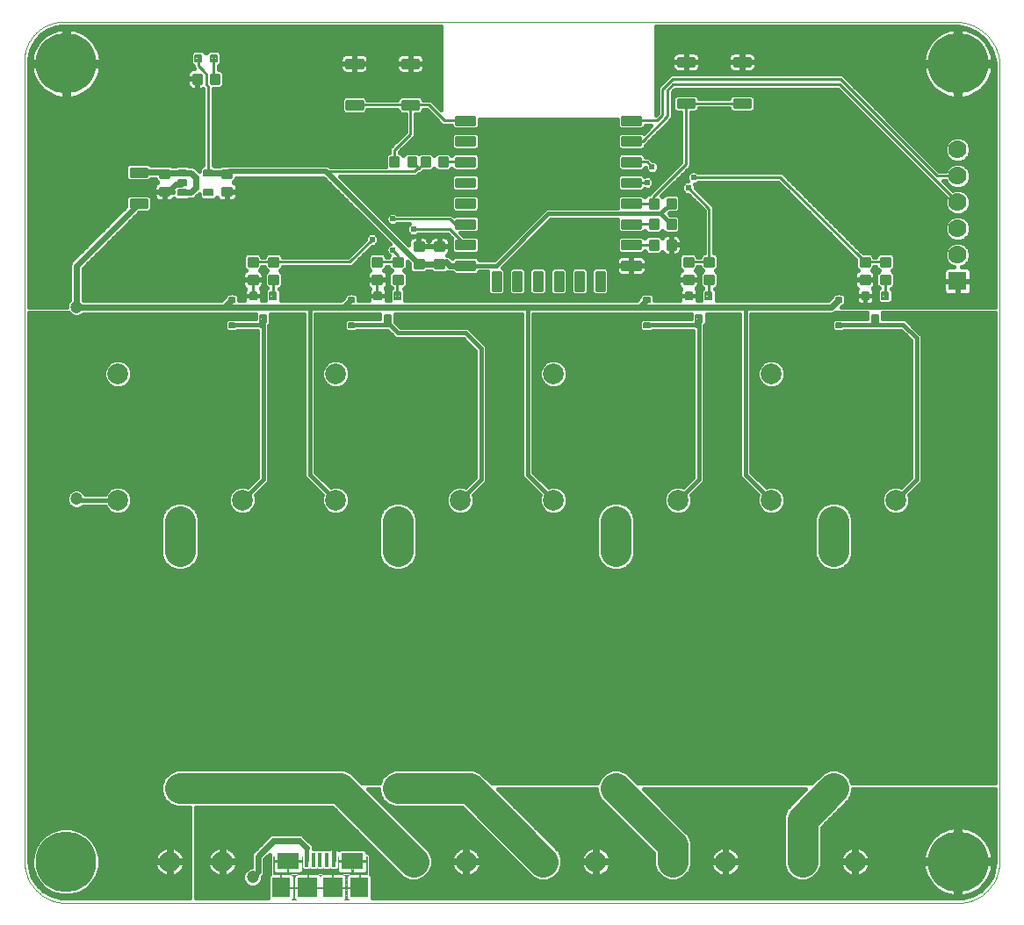
<source format=gtl>
G75*
%MOIN*%
%OFA0B0*%
%FSLAX25Y25*%
%IPPOS*%
%LPD*%
%AMOC8*
5,1,8,0,0,1.08239X$1,22.5*
%
%ADD10C,0.00000*%
%ADD11C,0.00984*%
%ADD12C,0.00787*%
%ADD13C,0.10000*%
%ADD14C,0.07874*%
%ADD15C,0.00689*%
%ADD16R,0.01575X0.05315*%
%ADD17R,0.08268X0.06299*%
%ADD18R,0.07087X0.07480*%
%ADD19R,0.07480X0.07480*%
%ADD20R,0.07000X0.07000*%
%ADD21C,0.07000*%
%ADD22C,0.23000*%
%ADD23C,0.00551*%
%ADD24C,0.01000*%
%ADD25C,0.02400*%
%ADD26C,0.01600*%
%ADD27C,0.02000*%
%ADD28C,0.04724*%
%ADD29C,0.02381*%
%ADD30C,0.11811*%
%ADD31C,0.00400*%
D10*
X0064523Y0024622D02*
X0064523Y0327772D01*
X0064503Y0328129D01*
X0064492Y0328486D01*
X0064490Y0328844D01*
X0064497Y0329201D01*
X0064512Y0329559D01*
X0064535Y0329915D01*
X0064568Y0330271D01*
X0064609Y0330627D01*
X0064658Y0330981D01*
X0064716Y0331334D01*
X0064783Y0331685D01*
X0064858Y0332035D01*
X0064941Y0332382D01*
X0065033Y0332728D01*
X0065133Y0333071D01*
X0065242Y0333412D01*
X0065358Y0333750D01*
X0065483Y0334085D01*
X0065616Y0334417D01*
X0065757Y0334746D01*
X0065905Y0335071D01*
X0066062Y0335392D01*
X0066226Y0335710D01*
X0066398Y0336024D01*
X0066577Y0336333D01*
X0066764Y0336638D01*
X0066958Y0336938D01*
X0067159Y0337234D01*
X0067368Y0337524D01*
X0067583Y0337810D01*
X0067805Y0338090D01*
X0068034Y0338365D01*
X0068270Y0338634D01*
X0068512Y0338897D01*
X0068760Y0339154D01*
X0069014Y0339406D01*
X0069274Y0339651D01*
X0069541Y0339890D01*
X0069813Y0340122D01*
X0070090Y0340348D01*
X0070373Y0340566D01*
X0070661Y0340778D01*
X0070954Y0340983D01*
X0071252Y0341181D01*
X0071554Y0341372D01*
X0071861Y0341555D01*
X0072173Y0341731D01*
X0072488Y0341899D01*
X0072808Y0342059D01*
X0073131Y0342212D01*
X0073458Y0342357D01*
X0073788Y0342493D01*
X0074122Y0342622D01*
X0074459Y0342743D01*
X0074798Y0342856D01*
X0075140Y0342960D01*
X0075484Y0343056D01*
X0075831Y0343144D01*
X0076180Y0343223D01*
X0076530Y0343294D01*
X0076882Y0343356D01*
X0077236Y0343410D01*
X0077591Y0343455D01*
X0077946Y0343492D01*
X0078303Y0343520D01*
X0078302Y0343520D02*
X0416885Y0343520D01*
X0416885Y0343519D02*
X0417296Y0343538D01*
X0417707Y0343547D01*
X0418118Y0343546D01*
X0418530Y0343535D01*
X0418940Y0343514D01*
X0419351Y0343482D01*
X0419760Y0343441D01*
X0420168Y0343390D01*
X0420575Y0343328D01*
X0420980Y0343257D01*
X0421383Y0343175D01*
X0421784Y0343084D01*
X0422183Y0342983D01*
X0422579Y0342873D01*
X0422973Y0342752D01*
X0423363Y0342622D01*
X0423750Y0342482D01*
X0424133Y0342333D01*
X0424513Y0342175D01*
X0424888Y0342007D01*
X0425260Y0341830D01*
X0425627Y0341645D01*
X0425989Y0341450D01*
X0426346Y0341246D01*
X0426699Y0341034D01*
X0427046Y0340813D01*
X0427387Y0340583D01*
X0427723Y0340345D01*
X0428053Y0340100D01*
X0428376Y0339846D01*
X0428694Y0339584D01*
X0429004Y0339314D01*
X0429308Y0339037D01*
X0429606Y0338753D01*
X0429896Y0338461D01*
X0430179Y0338163D01*
X0430454Y0337857D01*
X0430722Y0337545D01*
X0430982Y0337226D01*
X0431234Y0336901D01*
X0431479Y0336570D01*
X0431715Y0336233D01*
X0431942Y0335891D01*
X0432161Y0335542D01*
X0432372Y0335189D01*
X0432574Y0334831D01*
X0432767Y0334467D01*
X0432951Y0334099D01*
X0433126Y0333727D01*
X0433291Y0333351D01*
X0433448Y0332970D01*
X0433595Y0332586D01*
X0433732Y0332198D01*
X0433860Y0331807D01*
X0433979Y0331413D01*
X0434088Y0331017D01*
X0434186Y0330617D01*
X0434276Y0330216D01*
X0434355Y0329812D01*
X0434424Y0329407D01*
X0434483Y0328999D01*
X0434533Y0328591D01*
X0434572Y0328182D01*
X0434601Y0327771D01*
X0434602Y0327772D02*
X0434602Y0024622D01*
X0434597Y0024241D01*
X0434584Y0023861D01*
X0434561Y0023481D01*
X0434528Y0023102D01*
X0434487Y0022724D01*
X0434437Y0022347D01*
X0434377Y0021971D01*
X0434309Y0021596D01*
X0434231Y0021224D01*
X0434144Y0020853D01*
X0434049Y0020485D01*
X0433944Y0020119D01*
X0433831Y0019756D01*
X0433709Y0019395D01*
X0433579Y0019038D01*
X0433439Y0018684D01*
X0433292Y0018333D01*
X0433135Y0017986D01*
X0432971Y0017643D01*
X0432798Y0017304D01*
X0432617Y0016969D01*
X0432428Y0016638D01*
X0432231Y0016313D01*
X0432027Y0015992D01*
X0431814Y0015676D01*
X0431594Y0015366D01*
X0431367Y0015060D01*
X0431132Y0014761D01*
X0430890Y0014467D01*
X0430642Y0014179D01*
X0430386Y0013897D01*
X0430123Y0013622D01*
X0429854Y0013353D01*
X0429579Y0013090D01*
X0429297Y0012834D01*
X0429009Y0012586D01*
X0428715Y0012344D01*
X0428416Y0012109D01*
X0428110Y0011882D01*
X0427800Y0011662D01*
X0427484Y0011449D01*
X0427163Y0011245D01*
X0426838Y0011048D01*
X0426507Y0010859D01*
X0426172Y0010678D01*
X0425833Y0010505D01*
X0425490Y0010341D01*
X0425143Y0010184D01*
X0424792Y0010037D01*
X0424438Y0009897D01*
X0424081Y0009767D01*
X0423720Y0009645D01*
X0423357Y0009532D01*
X0422991Y0009427D01*
X0422623Y0009332D01*
X0422252Y0009245D01*
X0421880Y0009167D01*
X0421505Y0009099D01*
X0421129Y0009039D01*
X0420752Y0008989D01*
X0420374Y0008948D01*
X0419995Y0008915D01*
X0419615Y0008892D01*
X0419235Y0008879D01*
X0418854Y0008874D01*
X0080271Y0008874D01*
X0079890Y0008879D01*
X0079510Y0008892D01*
X0079130Y0008915D01*
X0078751Y0008948D01*
X0078373Y0008989D01*
X0077996Y0009039D01*
X0077620Y0009099D01*
X0077245Y0009167D01*
X0076873Y0009245D01*
X0076502Y0009332D01*
X0076134Y0009427D01*
X0075768Y0009532D01*
X0075405Y0009645D01*
X0075044Y0009767D01*
X0074687Y0009897D01*
X0074333Y0010037D01*
X0073982Y0010184D01*
X0073635Y0010341D01*
X0073292Y0010505D01*
X0072953Y0010678D01*
X0072618Y0010859D01*
X0072287Y0011048D01*
X0071962Y0011245D01*
X0071641Y0011449D01*
X0071325Y0011662D01*
X0071015Y0011882D01*
X0070709Y0012109D01*
X0070410Y0012344D01*
X0070116Y0012586D01*
X0069828Y0012834D01*
X0069546Y0013090D01*
X0069271Y0013353D01*
X0069002Y0013622D01*
X0068739Y0013897D01*
X0068483Y0014179D01*
X0068235Y0014467D01*
X0067993Y0014761D01*
X0067758Y0015060D01*
X0067531Y0015366D01*
X0067311Y0015676D01*
X0067098Y0015992D01*
X0066894Y0016313D01*
X0066697Y0016638D01*
X0066508Y0016969D01*
X0066327Y0017304D01*
X0066154Y0017643D01*
X0065990Y0017986D01*
X0065833Y0018333D01*
X0065686Y0018684D01*
X0065546Y0019038D01*
X0065416Y0019395D01*
X0065294Y0019756D01*
X0065181Y0020119D01*
X0065076Y0020485D01*
X0064981Y0020853D01*
X0064894Y0021224D01*
X0064816Y0021596D01*
X0064748Y0021971D01*
X0064688Y0022347D01*
X0064638Y0022724D01*
X0064597Y0023102D01*
X0064564Y0023481D01*
X0064541Y0023861D01*
X0064528Y0024241D01*
X0064523Y0024622D01*
D11*
X0149464Y0244209D02*
X0149464Y0247161D01*
X0152810Y0247161D01*
X0152810Y0244209D01*
X0149464Y0244209D01*
X0149464Y0245144D02*
X0152810Y0245144D01*
X0152810Y0246079D02*
X0149464Y0246079D01*
X0149464Y0247014D02*
X0152810Y0247014D01*
X0149464Y0250902D02*
X0149464Y0253854D01*
X0152810Y0253854D01*
X0152810Y0250902D01*
X0149464Y0250902D01*
X0149464Y0251837D02*
X0152810Y0251837D01*
X0152810Y0252772D02*
X0149464Y0252772D01*
X0149464Y0253707D02*
X0152810Y0253707D01*
X0157338Y0253854D02*
X0157338Y0250902D01*
X0157338Y0253854D02*
X0160684Y0253854D01*
X0160684Y0250902D01*
X0157338Y0250902D01*
X0157338Y0251837D02*
X0160684Y0251837D01*
X0160684Y0252772D02*
X0157338Y0252772D01*
X0157338Y0253707D02*
X0160684Y0253707D01*
X0157338Y0247161D02*
X0157338Y0244209D01*
X0157338Y0247161D02*
X0160684Y0247161D01*
X0160684Y0244209D01*
X0157338Y0244209D01*
X0157338Y0245144D02*
X0160684Y0245144D01*
X0160684Y0246079D02*
X0157338Y0246079D01*
X0157338Y0247014D02*
X0160684Y0247014D01*
X0139622Y0277674D02*
X0139622Y0280626D01*
X0142968Y0280626D01*
X0142968Y0277674D01*
X0139622Y0277674D01*
X0139622Y0278609D02*
X0142968Y0278609D01*
X0142968Y0279544D02*
X0139622Y0279544D01*
X0139622Y0280479D02*
X0142968Y0280479D01*
X0139622Y0284367D02*
X0139622Y0287319D01*
X0142968Y0287319D01*
X0142968Y0284367D01*
X0139622Y0284367D01*
X0139622Y0285302D02*
X0142968Y0285302D01*
X0142968Y0286237D02*
X0139622Y0286237D01*
X0139622Y0287172D02*
X0142968Y0287172D01*
X0116000Y0287319D02*
X0116000Y0284367D01*
X0116000Y0287319D02*
X0119346Y0287319D01*
X0119346Y0284367D01*
X0116000Y0284367D01*
X0116000Y0285302D02*
X0119346Y0285302D01*
X0119346Y0286237D02*
X0116000Y0286237D01*
X0116000Y0287172D02*
X0119346Y0287172D01*
X0116000Y0280626D02*
X0116000Y0277674D01*
X0116000Y0280626D02*
X0119346Y0280626D01*
X0119346Y0277674D01*
X0116000Y0277674D01*
X0116000Y0278609D02*
X0119346Y0278609D01*
X0119346Y0279544D02*
X0116000Y0279544D01*
X0116000Y0280479D02*
X0119346Y0280479D01*
X0104779Y0276098D02*
X0104779Y0273146D01*
X0104779Y0276098D02*
X0110881Y0276098D01*
X0110881Y0273146D01*
X0104779Y0273146D01*
X0104779Y0274081D02*
X0110881Y0274081D01*
X0110881Y0275016D02*
X0104779Y0275016D01*
X0104779Y0275951D02*
X0110881Y0275951D01*
X0104779Y0284957D02*
X0104779Y0287909D01*
X0110881Y0287909D01*
X0110881Y0284957D01*
X0104779Y0284957D01*
X0104779Y0285892D02*
X0110881Y0285892D01*
X0110881Y0286827D02*
X0104779Y0286827D01*
X0104779Y0287762D02*
X0110881Y0287762D01*
X0128598Y0320193D02*
X0131550Y0320193D01*
X0128598Y0320193D02*
X0128598Y0323539D01*
X0131550Y0323539D01*
X0131550Y0320193D01*
X0131550Y0321128D02*
X0128598Y0321128D01*
X0128598Y0322063D02*
X0131550Y0322063D01*
X0131550Y0322998D02*
X0128598Y0322998D01*
X0135291Y0320193D02*
X0138243Y0320193D01*
X0135291Y0320193D02*
X0135291Y0323539D01*
X0138243Y0323539D01*
X0138243Y0320193D01*
X0138243Y0321128D02*
X0135291Y0321128D01*
X0135291Y0322063D02*
X0138243Y0322063D01*
X0138243Y0322998D02*
X0135291Y0322998D01*
X0186669Y0329248D02*
X0192771Y0329248D01*
X0192771Y0326296D01*
X0186669Y0326296D01*
X0186669Y0329248D01*
X0186669Y0327231D02*
X0192771Y0327231D01*
X0192771Y0328166D02*
X0186669Y0328166D01*
X0186669Y0329101D02*
X0192771Y0329101D01*
X0192771Y0313500D02*
X0186669Y0313500D01*
X0192771Y0313500D02*
X0192771Y0310548D01*
X0186669Y0310548D01*
X0186669Y0313500D01*
X0186669Y0311483D02*
X0192771Y0311483D01*
X0192771Y0312418D02*
X0186669Y0312418D01*
X0186669Y0313353D02*
X0192771Y0313353D01*
X0207929Y0313500D02*
X0214031Y0313500D01*
X0214031Y0310548D01*
X0207929Y0310548D01*
X0207929Y0313500D01*
X0207929Y0311483D02*
X0214031Y0311483D01*
X0214031Y0312418D02*
X0207929Y0312418D01*
X0207929Y0313353D02*
X0214031Y0313353D01*
X0214031Y0329248D02*
X0207929Y0329248D01*
X0214031Y0329248D02*
X0214031Y0326296D01*
X0207929Y0326296D01*
X0207929Y0329248D01*
X0207929Y0327231D02*
X0214031Y0327231D01*
X0214031Y0328166D02*
X0207929Y0328166D01*
X0207929Y0329101D02*
X0214031Y0329101D01*
X0228401Y0304642D02*
X0235291Y0304642D01*
X0228401Y0304642D02*
X0228401Y0307594D01*
X0235291Y0307594D01*
X0235291Y0304642D01*
X0235291Y0305577D02*
X0228401Y0305577D01*
X0228401Y0306512D02*
X0235291Y0306512D01*
X0235291Y0307447D02*
X0228401Y0307447D01*
X0228401Y0296768D02*
X0235291Y0296768D01*
X0228401Y0296768D02*
X0228401Y0299720D01*
X0235291Y0299720D01*
X0235291Y0296768D01*
X0235291Y0297703D02*
X0228401Y0297703D01*
X0228401Y0298638D02*
X0235291Y0298638D01*
X0235291Y0299573D02*
X0228401Y0299573D01*
X0228401Y0288894D02*
X0235291Y0288894D01*
X0228401Y0288894D02*
X0228401Y0291846D01*
X0235291Y0291846D01*
X0235291Y0288894D01*
X0235291Y0289829D02*
X0228401Y0289829D01*
X0228401Y0290764D02*
X0235291Y0290764D01*
X0235291Y0291699D02*
X0228401Y0291699D01*
X0224857Y0292043D02*
X0221905Y0292043D01*
X0224857Y0292043D02*
X0224857Y0288697D01*
X0221905Y0288697D01*
X0221905Y0292043D01*
X0221905Y0289632D02*
X0224857Y0289632D01*
X0224857Y0290567D02*
X0221905Y0290567D01*
X0221905Y0291502D02*
X0224857Y0291502D01*
X0218164Y0292043D02*
X0215212Y0292043D01*
X0218164Y0292043D02*
X0218164Y0288697D01*
X0215212Y0288697D01*
X0215212Y0292043D01*
X0215212Y0289632D02*
X0218164Y0289632D01*
X0218164Y0290567D02*
X0215212Y0290567D01*
X0215212Y0291502D02*
X0218164Y0291502D01*
X0213046Y0288697D02*
X0210094Y0288697D01*
X0210094Y0292043D01*
X0213046Y0292043D01*
X0213046Y0288697D01*
X0213046Y0289632D02*
X0210094Y0289632D01*
X0210094Y0290567D02*
X0213046Y0290567D01*
X0213046Y0291502D02*
X0210094Y0291502D01*
X0206353Y0288697D02*
X0203401Y0288697D01*
X0203401Y0292043D01*
X0206353Y0292043D01*
X0206353Y0288697D01*
X0206353Y0289632D02*
X0203401Y0289632D01*
X0203401Y0290567D02*
X0206353Y0290567D01*
X0206353Y0291502D02*
X0203401Y0291502D01*
X0228401Y0281020D02*
X0235291Y0281020D01*
X0228401Y0281020D02*
X0228401Y0283972D01*
X0235291Y0283972D01*
X0235291Y0281020D01*
X0235291Y0281955D02*
X0228401Y0281955D01*
X0228401Y0282890D02*
X0235291Y0282890D01*
X0235291Y0283825D02*
X0228401Y0283825D01*
X0228401Y0273146D02*
X0235291Y0273146D01*
X0228401Y0273146D02*
X0228401Y0276098D01*
X0235291Y0276098D01*
X0235291Y0273146D01*
X0235291Y0274081D02*
X0228401Y0274081D01*
X0228401Y0275016D02*
X0235291Y0275016D01*
X0235291Y0275951D02*
X0228401Y0275951D01*
X0228401Y0265272D02*
X0235291Y0265272D01*
X0228401Y0265272D02*
X0228401Y0268224D01*
X0235291Y0268224D01*
X0235291Y0265272D01*
X0235291Y0266207D02*
X0228401Y0266207D01*
X0228401Y0267142D02*
X0235291Y0267142D01*
X0235291Y0268077D02*
X0228401Y0268077D01*
X0228401Y0257398D02*
X0235291Y0257398D01*
X0228401Y0257398D02*
X0228401Y0260350D01*
X0235291Y0260350D01*
X0235291Y0257398D01*
X0235291Y0258333D02*
X0228401Y0258333D01*
X0228401Y0259268D02*
X0235291Y0259268D01*
X0235291Y0260203D02*
X0228401Y0260203D01*
X0223676Y0259759D02*
X0223676Y0256807D01*
X0220330Y0256807D01*
X0220330Y0259759D01*
X0223676Y0259759D01*
X0223676Y0257742D02*
X0220330Y0257742D01*
X0220330Y0258677D02*
X0223676Y0258677D01*
X0223676Y0259612D02*
X0220330Y0259612D01*
X0215802Y0259759D02*
X0215802Y0256807D01*
X0212456Y0256807D01*
X0212456Y0259759D01*
X0215802Y0259759D01*
X0215802Y0257742D02*
X0212456Y0257742D01*
X0212456Y0258677D02*
X0215802Y0258677D01*
X0215802Y0259612D02*
X0212456Y0259612D01*
X0215802Y0253067D02*
X0215802Y0250115D01*
X0212456Y0250115D01*
X0212456Y0253067D01*
X0215802Y0253067D01*
X0215802Y0251050D02*
X0212456Y0251050D01*
X0212456Y0251985D02*
X0215802Y0251985D01*
X0215802Y0252920D02*
X0212456Y0252920D01*
X0204582Y0253854D02*
X0204582Y0250902D01*
X0204582Y0253854D02*
X0207928Y0253854D01*
X0207928Y0250902D01*
X0204582Y0250902D01*
X0204582Y0251837D02*
X0207928Y0251837D01*
X0207928Y0252772D02*
X0204582Y0252772D01*
X0204582Y0253707D02*
X0207928Y0253707D01*
X0204582Y0247161D02*
X0204582Y0244209D01*
X0204582Y0247161D02*
X0207928Y0247161D01*
X0207928Y0244209D01*
X0204582Y0244209D01*
X0204582Y0245144D02*
X0207928Y0245144D01*
X0207928Y0246079D02*
X0204582Y0246079D01*
X0204582Y0247014D02*
X0207928Y0247014D01*
X0196708Y0247161D02*
X0196708Y0244209D01*
X0196708Y0247161D02*
X0200054Y0247161D01*
X0200054Y0244209D01*
X0196708Y0244209D01*
X0196708Y0245144D02*
X0200054Y0245144D01*
X0200054Y0246079D02*
X0196708Y0246079D01*
X0196708Y0247014D02*
X0200054Y0247014D01*
X0196708Y0250902D02*
X0196708Y0253854D01*
X0200054Y0253854D01*
X0200054Y0250902D01*
X0196708Y0250902D01*
X0196708Y0251837D02*
X0200054Y0251837D01*
X0200054Y0252772D02*
X0196708Y0252772D01*
X0196708Y0253707D02*
X0200054Y0253707D01*
X0223676Y0253067D02*
X0223676Y0250115D01*
X0220330Y0250115D01*
X0220330Y0253067D01*
X0223676Y0253067D01*
X0223676Y0251050D02*
X0220330Y0251050D01*
X0220330Y0251985D02*
X0223676Y0251985D01*
X0223676Y0252920D02*
X0220330Y0252920D01*
X0228401Y0249524D02*
X0235291Y0249524D01*
X0228401Y0249524D02*
X0228401Y0252476D01*
X0235291Y0252476D01*
X0235291Y0249524D01*
X0235291Y0250459D02*
X0228401Y0250459D01*
X0228401Y0251394D02*
X0235291Y0251394D01*
X0235291Y0252329D02*
X0228401Y0252329D01*
X0242181Y0241649D02*
X0245133Y0241649D01*
X0242181Y0241649D02*
X0242181Y0248539D01*
X0245133Y0248539D01*
X0245133Y0241649D01*
X0245133Y0242584D02*
X0242181Y0242584D01*
X0242181Y0243519D02*
X0245133Y0243519D01*
X0245133Y0244454D02*
X0242181Y0244454D01*
X0242181Y0245389D02*
X0245133Y0245389D01*
X0245133Y0246324D02*
X0242181Y0246324D01*
X0242181Y0247259D02*
X0245133Y0247259D01*
X0245133Y0248194D02*
X0242181Y0248194D01*
X0250055Y0241649D02*
X0253007Y0241649D01*
X0250055Y0241649D02*
X0250055Y0248539D01*
X0253007Y0248539D01*
X0253007Y0241649D01*
X0253007Y0242584D02*
X0250055Y0242584D01*
X0250055Y0243519D02*
X0253007Y0243519D01*
X0253007Y0244454D02*
X0250055Y0244454D01*
X0250055Y0245389D02*
X0253007Y0245389D01*
X0253007Y0246324D02*
X0250055Y0246324D01*
X0250055Y0247259D02*
X0253007Y0247259D01*
X0253007Y0248194D02*
X0250055Y0248194D01*
X0257929Y0241649D02*
X0260881Y0241649D01*
X0257929Y0241649D02*
X0257929Y0248539D01*
X0260881Y0248539D01*
X0260881Y0241649D01*
X0260881Y0242584D02*
X0257929Y0242584D01*
X0257929Y0243519D02*
X0260881Y0243519D01*
X0260881Y0244454D02*
X0257929Y0244454D01*
X0257929Y0245389D02*
X0260881Y0245389D01*
X0260881Y0246324D02*
X0257929Y0246324D01*
X0257929Y0247259D02*
X0260881Y0247259D01*
X0260881Y0248194D02*
X0257929Y0248194D01*
X0265803Y0241649D02*
X0268755Y0241649D01*
X0265803Y0241649D02*
X0265803Y0248539D01*
X0268755Y0248539D01*
X0268755Y0241649D01*
X0268755Y0242584D02*
X0265803Y0242584D01*
X0265803Y0243519D02*
X0268755Y0243519D01*
X0268755Y0244454D02*
X0265803Y0244454D01*
X0265803Y0245389D02*
X0268755Y0245389D01*
X0268755Y0246324D02*
X0265803Y0246324D01*
X0265803Y0247259D02*
X0268755Y0247259D01*
X0268755Y0248194D02*
X0265803Y0248194D01*
X0273677Y0241649D02*
X0276629Y0241649D01*
X0273677Y0241649D02*
X0273677Y0248539D01*
X0276629Y0248539D01*
X0276629Y0241649D01*
X0276629Y0242584D02*
X0273677Y0242584D01*
X0273677Y0243519D02*
X0276629Y0243519D01*
X0276629Y0244454D02*
X0273677Y0244454D01*
X0273677Y0245389D02*
X0276629Y0245389D01*
X0276629Y0246324D02*
X0273677Y0246324D01*
X0273677Y0247259D02*
X0276629Y0247259D01*
X0276629Y0248194D02*
X0273677Y0248194D01*
X0281551Y0241649D02*
X0284503Y0241649D01*
X0281551Y0241649D02*
X0281551Y0248539D01*
X0284503Y0248539D01*
X0284503Y0241649D01*
X0284503Y0242584D02*
X0281551Y0242584D01*
X0281551Y0243519D02*
X0284503Y0243519D01*
X0284503Y0244454D02*
X0281551Y0244454D01*
X0281551Y0245389D02*
X0284503Y0245389D01*
X0284503Y0246324D02*
X0281551Y0246324D01*
X0281551Y0247259D02*
X0284503Y0247259D01*
X0284503Y0248194D02*
X0281551Y0248194D01*
X0291393Y0249524D02*
X0298283Y0249524D01*
X0291393Y0249524D02*
X0291393Y0252476D01*
X0298283Y0252476D01*
X0298283Y0249524D01*
X0298283Y0250459D02*
X0291393Y0250459D01*
X0291393Y0251394D02*
X0298283Y0251394D01*
X0298283Y0252329D02*
X0291393Y0252329D01*
X0291393Y0257398D02*
X0298283Y0257398D01*
X0291393Y0257398D02*
X0291393Y0260350D01*
X0298283Y0260350D01*
X0298283Y0257398D01*
X0298283Y0258333D02*
X0291393Y0258333D01*
X0291393Y0259268D02*
X0298283Y0259268D01*
X0298283Y0260203D02*
X0291393Y0260203D01*
X0291393Y0265272D02*
X0298283Y0265272D01*
X0291393Y0265272D02*
X0291393Y0268224D01*
X0298283Y0268224D01*
X0298283Y0265272D01*
X0298283Y0266207D02*
X0291393Y0266207D01*
X0291393Y0267142D02*
X0298283Y0267142D01*
X0298283Y0268077D02*
X0291393Y0268077D01*
X0291393Y0273146D02*
X0298283Y0273146D01*
X0291393Y0273146D02*
X0291393Y0276098D01*
X0298283Y0276098D01*
X0298283Y0273146D01*
X0298283Y0274081D02*
X0291393Y0274081D01*
X0291393Y0275016D02*
X0298283Y0275016D01*
X0298283Y0275951D02*
X0291393Y0275951D01*
X0291393Y0281020D02*
X0298283Y0281020D01*
X0291393Y0281020D02*
X0291393Y0283972D01*
X0298283Y0283972D01*
X0298283Y0281020D01*
X0298283Y0281955D02*
X0291393Y0281955D01*
X0291393Y0282890D02*
X0298283Y0282890D01*
X0298283Y0283825D02*
X0291393Y0283825D01*
X0291393Y0288894D02*
X0298283Y0288894D01*
X0291393Y0288894D02*
X0291393Y0291846D01*
X0298283Y0291846D01*
X0298283Y0288894D01*
X0298283Y0289829D02*
X0291393Y0289829D01*
X0291393Y0290764D02*
X0298283Y0290764D01*
X0298283Y0291699D02*
X0291393Y0291699D01*
X0291393Y0296768D02*
X0298283Y0296768D01*
X0291393Y0296768D02*
X0291393Y0299720D01*
X0298283Y0299720D01*
X0298283Y0296768D01*
X0298283Y0297703D02*
X0291393Y0297703D01*
X0291393Y0298638D02*
X0298283Y0298638D01*
X0298283Y0299573D02*
X0291393Y0299573D01*
X0291393Y0304642D02*
X0298283Y0304642D01*
X0291393Y0304642D02*
X0291393Y0307594D01*
X0298283Y0307594D01*
X0298283Y0304642D01*
X0298283Y0305577D02*
X0291393Y0305577D01*
X0291393Y0306512D02*
X0298283Y0306512D01*
X0298283Y0307447D02*
X0291393Y0307447D01*
X0312574Y0314051D02*
X0318676Y0314051D01*
X0318676Y0311099D01*
X0312574Y0311099D01*
X0312574Y0314051D01*
X0312574Y0312034D02*
X0318676Y0312034D01*
X0318676Y0312969D02*
X0312574Y0312969D01*
X0312574Y0313904D02*
X0318676Y0313904D01*
X0318676Y0329799D02*
X0312574Y0329799D01*
X0318676Y0329799D02*
X0318676Y0326847D01*
X0312574Y0326847D01*
X0312574Y0329799D01*
X0312574Y0327782D02*
X0318676Y0327782D01*
X0318676Y0328717D02*
X0312574Y0328717D01*
X0312574Y0329652D02*
X0318676Y0329652D01*
X0333834Y0329799D02*
X0339936Y0329799D01*
X0339936Y0326847D01*
X0333834Y0326847D01*
X0333834Y0329799D01*
X0333834Y0327782D02*
X0339936Y0327782D01*
X0339936Y0328717D02*
X0333834Y0328717D01*
X0333834Y0329652D02*
X0339936Y0329652D01*
X0339936Y0314051D02*
X0333834Y0314051D01*
X0339936Y0314051D02*
X0339936Y0311099D01*
X0333834Y0311099D01*
X0333834Y0314051D01*
X0333834Y0312034D02*
X0339936Y0312034D01*
X0339936Y0312969D02*
X0333834Y0312969D01*
X0333834Y0313904D02*
X0339936Y0313904D01*
X0311471Y0272949D02*
X0308519Y0272949D01*
X0308519Y0276295D01*
X0311471Y0276295D01*
X0311471Y0272949D01*
X0311471Y0273884D02*
X0308519Y0273884D01*
X0308519Y0274819D02*
X0311471Y0274819D01*
X0311471Y0275754D02*
X0308519Y0275754D01*
X0304778Y0272949D02*
X0301826Y0272949D01*
X0301826Y0276295D01*
X0304778Y0276295D01*
X0304778Y0272949D01*
X0304778Y0273884D02*
X0301826Y0273884D01*
X0301826Y0274819D02*
X0304778Y0274819D01*
X0304778Y0275754D02*
X0301826Y0275754D01*
X0301826Y0265075D02*
X0304778Y0265075D01*
X0301826Y0265075D02*
X0301826Y0268421D01*
X0304778Y0268421D01*
X0304778Y0265075D01*
X0304778Y0266010D02*
X0301826Y0266010D01*
X0301826Y0266945D02*
X0304778Y0266945D01*
X0304778Y0267880D02*
X0301826Y0267880D01*
X0308519Y0265075D02*
X0311471Y0265075D01*
X0308519Y0265075D02*
X0308519Y0268421D01*
X0311471Y0268421D01*
X0311471Y0265075D01*
X0311471Y0266010D02*
X0308519Y0266010D01*
X0308519Y0266945D02*
X0311471Y0266945D01*
X0311471Y0267880D02*
X0308519Y0267880D01*
X0308519Y0260547D02*
X0311471Y0260547D01*
X0311471Y0257201D01*
X0308519Y0257201D01*
X0308519Y0260547D01*
X0308519Y0258136D02*
X0311471Y0258136D01*
X0311471Y0259071D02*
X0308519Y0259071D01*
X0308519Y0260006D02*
X0311471Y0260006D01*
X0304778Y0260547D02*
X0301826Y0260547D01*
X0304778Y0260547D02*
X0304778Y0257201D01*
X0301826Y0257201D01*
X0301826Y0260547D01*
X0301826Y0258136D02*
X0304778Y0258136D01*
X0304778Y0259071D02*
X0301826Y0259071D01*
X0301826Y0260006D02*
X0304778Y0260006D01*
X0314818Y0253854D02*
X0314818Y0250902D01*
X0314818Y0253854D02*
X0318164Y0253854D01*
X0318164Y0250902D01*
X0314818Y0250902D01*
X0314818Y0251837D02*
X0318164Y0251837D01*
X0318164Y0252772D02*
X0314818Y0252772D01*
X0314818Y0253707D02*
X0318164Y0253707D01*
X0322692Y0253854D02*
X0322692Y0250902D01*
X0322692Y0253854D02*
X0326038Y0253854D01*
X0326038Y0250902D01*
X0322692Y0250902D01*
X0322692Y0251837D02*
X0326038Y0251837D01*
X0326038Y0252772D02*
X0322692Y0252772D01*
X0322692Y0253707D02*
X0326038Y0253707D01*
X0322692Y0247161D02*
X0322692Y0244209D01*
X0322692Y0247161D02*
X0326038Y0247161D01*
X0326038Y0244209D01*
X0322692Y0244209D01*
X0322692Y0245144D02*
X0326038Y0245144D01*
X0326038Y0246079D02*
X0322692Y0246079D01*
X0322692Y0247014D02*
X0326038Y0247014D01*
X0314818Y0247161D02*
X0314818Y0244209D01*
X0314818Y0247161D02*
X0318164Y0247161D01*
X0318164Y0244209D01*
X0314818Y0244209D01*
X0314818Y0245144D02*
X0318164Y0245144D01*
X0318164Y0246079D02*
X0314818Y0246079D01*
X0314818Y0247014D02*
X0318164Y0247014D01*
X0381748Y0247161D02*
X0381748Y0244209D01*
X0381748Y0247161D02*
X0385094Y0247161D01*
X0385094Y0244209D01*
X0381748Y0244209D01*
X0381748Y0245144D02*
X0385094Y0245144D01*
X0385094Y0246079D02*
X0381748Y0246079D01*
X0381748Y0247014D02*
X0385094Y0247014D01*
X0381748Y0250902D02*
X0381748Y0253854D01*
X0385094Y0253854D01*
X0385094Y0250902D01*
X0381748Y0250902D01*
X0381748Y0251837D02*
X0385094Y0251837D01*
X0385094Y0252772D02*
X0381748Y0252772D01*
X0381748Y0253707D02*
X0385094Y0253707D01*
X0389622Y0253854D02*
X0389622Y0250902D01*
X0389622Y0253854D02*
X0392968Y0253854D01*
X0392968Y0250902D01*
X0389622Y0250902D01*
X0389622Y0251837D02*
X0392968Y0251837D01*
X0392968Y0252772D02*
X0389622Y0252772D01*
X0389622Y0253707D02*
X0392968Y0253707D01*
X0389622Y0247161D02*
X0389622Y0244209D01*
X0389622Y0247161D02*
X0392968Y0247161D01*
X0392968Y0244209D01*
X0389622Y0244209D01*
X0389622Y0245144D02*
X0392968Y0245144D01*
X0392968Y0246079D02*
X0389622Y0246079D01*
X0389622Y0247014D02*
X0392968Y0247014D01*
D12*
X0392280Y0240961D02*
X0389916Y0240961D01*
X0392280Y0240961D02*
X0392280Y0238205D01*
X0389916Y0238205D01*
X0389916Y0240961D01*
X0389916Y0238953D02*
X0392280Y0238953D01*
X0392280Y0239701D02*
X0389916Y0239701D01*
X0389916Y0240449D02*
X0392280Y0240449D01*
X0384799Y0240961D02*
X0382435Y0240961D01*
X0384799Y0240961D02*
X0384799Y0238205D01*
X0382435Y0238205D01*
X0382435Y0240961D01*
X0382435Y0238953D02*
X0384799Y0238953D01*
X0384799Y0239701D02*
X0382435Y0239701D01*
X0382435Y0240449D02*
X0384799Y0240449D01*
X0386176Y0232299D02*
X0388540Y0232299D01*
X0388540Y0229543D01*
X0386176Y0229543D01*
X0386176Y0232299D01*
X0386176Y0230291D02*
X0388540Y0230291D01*
X0388540Y0231039D02*
X0386176Y0231039D01*
X0386176Y0231787D02*
X0388540Y0231787D01*
X0325351Y0240961D02*
X0322987Y0240961D01*
X0325351Y0240961D02*
X0325351Y0238205D01*
X0322987Y0238205D01*
X0322987Y0240961D01*
X0322987Y0238953D02*
X0325351Y0238953D01*
X0325351Y0239701D02*
X0322987Y0239701D01*
X0322987Y0240449D02*
X0325351Y0240449D01*
X0317870Y0240961D02*
X0315506Y0240961D01*
X0317870Y0240961D02*
X0317870Y0238205D01*
X0315506Y0238205D01*
X0315506Y0240961D01*
X0315506Y0238953D02*
X0317870Y0238953D01*
X0317870Y0239701D02*
X0315506Y0239701D01*
X0315506Y0240449D02*
X0317870Y0240449D01*
X0319246Y0232299D02*
X0321610Y0232299D01*
X0321610Y0229543D01*
X0319246Y0229543D01*
X0319246Y0232299D01*
X0319246Y0230291D02*
X0321610Y0230291D01*
X0321610Y0231039D02*
X0319246Y0231039D01*
X0319246Y0231787D02*
X0321610Y0231787D01*
X0207240Y0240961D02*
X0204876Y0240961D01*
X0207240Y0240961D02*
X0207240Y0238205D01*
X0204876Y0238205D01*
X0204876Y0240961D01*
X0204876Y0238953D02*
X0207240Y0238953D01*
X0207240Y0239701D02*
X0204876Y0239701D01*
X0204876Y0240449D02*
X0207240Y0240449D01*
X0199760Y0240961D02*
X0197396Y0240961D01*
X0199760Y0240961D02*
X0199760Y0238205D01*
X0197396Y0238205D01*
X0197396Y0240961D01*
X0197396Y0238953D02*
X0199760Y0238953D01*
X0199760Y0239701D02*
X0197396Y0239701D01*
X0197396Y0240449D02*
X0199760Y0240449D01*
X0201136Y0232299D02*
X0203500Y0232299D01*
X0203500Y0229543D01*
X0201136Y0229543D01*
X0201136Y0232299D01*
X0201136Y0230291D02*
X0203500Y0230291D01*
X0203500Y0231039D02*
X0201136Y0231039D01*
X0201136Y0231787D02*
X0203500Y0231787D01*
X0159996Y0240961D02*
X0157632Y0240961D01*
X0159996Y0240961D02*
X0159996Y0238205D01*
X0157632Y0238205D01*
X0157632Y0240961D01*
X0157632Y0238953D02*
X0159996Y0238953D01*
X0159996Y0239701D02*
X0157632Y0239701D01*
X0157632Y0240449D02*
X0159996Y0240449D01*
X0152516Y0240961D02*
X0150152Y0240961D01*
X0152516Y0240961D02*
X0152516Y0238205D01*
X0150152Y0238205D01*
X0150152Y0240961D01*
X0150152Y0238953D02*
X0152516Y0238953D01*
X0152516Y0239701D02*
X0150152Y0239701D01*
X0150152Y0240449D02*
X0152516Y0240449D01*
X0153892Y0232299D02*
X0156256Y0232299D01*
X0156256Y0229543D01*
X0153892Y0229543D01*
X0153892Y0232299D01*
X0153892Y0230291D02*
X0156256Y0230291D01*
X0156256Y0231039D02*
X0153892Y0231039D01*
X0153892Y0231787D02*
X0156256Y0231787D01*
X0137555Y0328558D02*
X0135191Y0328558D01*
X0135191Y0330922D01*
X0137555Y0330922D01*
X0137555Y0328558D01*
X0137555Y0329306D02*
X0135191Y0329306D01*
X0135191Y0330054D02*
X0137555Y0330054D01*
X0137555Y0330802D02*
X0135191Y0330802D01*
X0131650Y0328558D02*
X0129286Y0328558D01*
X0129286Y0330922D01*
X0131650Y0330922D01*
X0131650Y0328558D01*
X0131650Y0329306D02*
X0129286Y0329306D01*
X0129286Y0330054D02*
X0131650Y0330054D01*
X0131650Y0330802D02*
X0129286Y0330802D01*
D13*
X0123578Y0142457D03*
X0206255Y0142457D03*
X0288932Y0142457D03*
X0371610Y0142457D03*
X0371610Y0052457D03*
X0288932Y0052457D03*
X0206255Y0052457D03*
X0123578Y0052457D03*
D14*
X0119641Y0024622D03*
X0139641Y0024622D03*
X0212161Y0024622D03*
X0232161Y0024622D03*
X0261373Y0024622D03*
X0281373Y0024622D03*
X0310586Y0024622D03*
X0330586Y0024622D03*
X0359798Y0024622D03*
X0379798Y0024622D03*
X0371610Y0153953D03*
X0347987Y0161827D03*
X0312554Y0161827D03*
X0288932Y0153953D03*
X0265310Y0161827D03*
X0229877Y0161827D03*
X0206255Y0153953D03*
X0182633Y0161827D03*
X0147200Y0161827D03*
X0123578Y0153953D03*
X0099956Y0161827D03*
X0099956Y0209858D03*
X0147200Y0209858D03*
X0182633Y0209858D03*
X0229877Y0209858D03*
X0265310Y0209858D03*
X0312554Y0209858D03*
X0347987Y0209858D03*
X0395232Y0209858D03*
X0395232Y0161827D03*
D15*
X0132584Y0277722D02*
X0132584Y0279790D01*
X0135832Y0279790D01*
X0135832Y0277722D01*
X0132584Y0277722D01*
X0132584Y0278377D02*
X0135832Y0278377D01*
X0135832Y0279032D02*
X0132584Y0279032D01*
X0132584Y0279687D02*
X0135832Y0279687D01*
X0132584Y0285202D02*
X0132584Y0287270D01*
X0135832Y0287270D01*
X0135832Y0285202D01*
X0132584Y0285202D01*
X0132584Y0285857D02*
X0135832Y0285857D01*
X0135832Y0286512D02*
X0132584Y0286512D01*
X0132584Y0287167D02*
X0135832Y0287167D01*
X0122741Y0287270D02*
X0122741Y0285202D01*
X0122741Y0287270D02*
X0125989Y0287270D01*
X0125989Y0285202D01*
X0122741Y0285202D01*
X0122741Y0285857D02*
X0125989Y0285857D01*
X0125989Y0286512D02*
X0122741Y0286512D01*
X0122741Y0287167D02*
X0125989Y0287167D01*
X0122741Y0283530D02*
X0122741Y0281462D01*
X0122741Y0283530D02*
X0125989Y0283530D01*
X0125989Y0281462D01*
X0122741Y0281462D01*
X0122741Y0282117D02*
X0125989Y0282117D01*
X0125989Y0282772D02*
X0122741Y0282772D01*
X0122741Y0283427D02*
X0125989Y0283427D01*
X0122741Y0279790D02*
X0122741Y0277722D01*
X0122741Y0279790D02*
X0125989Y0279790D01*
X0125989Y0277722D01*
X0122741Y0277722D01*
X0122741Y0278377D02*
X0125989Y0278377D01*
X0125989Y0279032D02*
X0122741Y0279032D01*
X0122741Y0279687D02*
X0125989Y0279687D01*
D16*
X0171610Y0025311D03*
X0174169Y0025311D03*
X0176728Y0025311D03*
X0179287Y0025311D03*
X0181846Y0025311D03*
D17*
X0188932Y0024819D03*
X0164523Y0024819D03*
D18*
X0161767Y0014780D03*
X0191688Y0014780D03*
D19*
X0181452Y0014780D03*
X0172003Y0014780D03*
D20*
X0418657Y0245055D03*
D21*
X0418657Y0255055D03*
X0418657Y0265055D03*
X0418657Y0275055D03*
X0418657Y0285055D03*
X0418657Y0295055D03*
D22*
X0418854Y0327772D03*
X0080271Y0327772D03*
X0080271Y0024622D03*
X0418854Y0024622D03*
D23*
X0372515Y0227653D02*
X0372515Y0229307D01*
X0374641Y0229307D01*
X0374641Y0227653D01*
X0372515Y0227653D01*
X0372515Y0228176D02*
X0374641Y0228176D01*
X0374641Y0228699D02*
X0372515Y0228699D01*
X0372515Y0229222D02*
X0374641Y0229222D01*
X0372515Y0237260D02*
X0372515Y0238914D01*
X0374641Y0238914D01*
X0374641Y0237260D01*
X0372515Y0237260D01*
X0372515Y0237783D02*
X0374641Y0237783D01*
X0374641Y0238306D02*
X0372515Y0238306D01*
X0372515Y0238829D02*
X0374641Y0238829D01*
X0299680Y0238914D02*
X0299680Y0237260D01*
X0299680Y0238914D02*
X0301806Y0238914D01*
X0301806Y0237260D01*
X0299680Y0237260D01*
X0299680Y0237783D02*
X0301806Y0237783D01*
X0301806Y0238306D02*
X0299680Y0238306D01*
X0299680Y0238829D02*
X0301806Y0238829D01*
X0299680Y0229307D02*
X0299680Y0227653D01*
X0299680Y0229307D02*
X0301806Y0229307D01*
X0301806Y0227653D01*
X0299680Y0227653D01*
X0299680Y0228176D02*
X0301806Y0228176D01*
X0301806Y0228699D02*
X0299680Y0228699D01*
X0299680Y0229222D02*
X0301806Y0229222D01*
X0187476Y0229307D02*
X0187476Y0227653D01*
X0187476Y0229307D02*
X0189602Y0229307D01*
X0189602Y0227653D01*
X0187476Y0227653D01*
X0187476Y0228176D02*
X0189602Y0228176D01*
X0189602Y0228699D02*
X0187476Y0228699D01*
X0187476Y0229222D02*
X0189602Y0229222D01*
X0187476Y0237260D02*
X0187476Y0238914D01*
X0189602Y0238914D01*
X0189602Y0237260D01*
X0187476Y0237260D01*
X0187476Y0237783D02*
X0189602Y0237783D01*
X0189602Y0238306D02*
X0187476Y0238306D01*
X0187476Y0238829D02*
X0189602Y0238829D01*
X0142200Y0238914D02*
X0142200Y0237260D01*
X0142200Y0238914D02*
X0144326Y0238914D01*
X0144326Y0237260D01*
X0142200Y0237260D01*
X0142200Y0237783D02*
X0144326Y0237783D01*
X0144326Y0238306D02*
X0142200Y0238306D01*
X0142200Y0238829D02*
X0144326Y0238829D01*
X0142200Y0229307D02*
X0142200Y0227653D01*
X0142200Y0229307D02*
X0144326Y0229307D01*
X0144326Y0227653D01*
X0142200Y0227653D01*
X0142200Y0228176D02*
X0144326Y0228176D01*
X0144326Y0228699D02*
X0142200Y0228699D01*
X0142200Y0229222D02*
X0144326Y0229222D01*
D24*
X0151334Y0239583D02*
X0151137Y0239780D01*
X0151137Y0245685D01*
X0159011Y0245685D02*
X0159011Y0239780D01*
X0158814Y0239583D01*
X0159011Y0252378D02*
X0151137Y0252378D01*
X0159011Y0252378D02*
X0187948Y0252378D01*
X0196413Y0260843D01*
X0198381Y0252378D02*
X0206255Y0252378D01*
X0206255Y0254937D01*
X0204287Y0256906D01*
X0212161Y0264780D02*
X0225940Y0264780D01*
X0231846Y0258874D01*
X0231846Y0266748D02*
X0227909Y0266748D01*
X0225940Y0268717D01*
X0204287Y0268717D01*
X0212456Y0286728D02*
X0178991Y0286728D01*
X0204877Y0290370D02*
X0204877Y0294898D01*
X0210980Y0301000D01*
X0210980Y0312024D01*
X0218066Y0312024D01*
X0222842Y0307248D01*
X0222842Y0307131D01*
X0223855Y0306118D01*
X0231846Y0306118D01*
X0231846Y0290370D02*
X0223381Y0290370D01*
X0216688Y0290370D02*
X0214129Y0287811D01*
X0213834Y0288106D01*
X0212456Y0286728D01*
X0213834Y0288106D02*
X0211570Y0290370D01*
X0210980Y0312024D02*
X0189720Y0312024D01*
X0136767Y0321866D02*
X0136373Y0322260D01*
X0136373Y0329740D01*
X0130468Y0329740D02*
X0130468Y0326787D01*
X0132124Y0325131D01*
X0132210Y0325131D01*
X0133698Y0323643D01*
X0133698Y0319533D01*
X0134208Y0319024D01*
X0134208Y0286236D01*
X0198381Y0245685D02*
X0198381Y0239780D01*
X0198578Y0239583D01*
X0206058Y0239583D02*
X0206058Y0245488D01*
X0206255Y0245685D01*
X0294838Y0258874D02*
X0303302Y0258874D01*
X0303302Y0266748D02*
X0294838Y0266748D01*
X0294838Y0274622D02*
X0303302Y0274622D01*
X0303302Y0277181D01*
X0315625Y0289504D01*
X0315625Y0312024D01*
X0316176Y0312575D01*
X0336885Y0312575D01*
X0315625Y0312575D02*
X0315625Y0312024D01*
X0308617Y0307792D02*
X0308617Y0317635D01*
X0310733Y0319751D01*
X0373961Y0319751D01*
X0418657Y0275055D01*
X0418657Y0285055D02*
X0410920Y0285055D01*
X0374108Y0321866D01*
X0310586Y0321866D01*
X0306649Y0317929D01*
X0306649Y0308087D01*
X0304680Y0306118D01*
X0294838Y0306118D01*
X0294838Y0298244D02*
X0299069Y0298244D01*
X0308617Y0307792D01*
X0300743Y0290370D02*
X0294838Y0290370D01*
X0300743Y0290370D02*
X0302712Y0288402D01*
X0300743Y0282496D02*
X0294838Y0282496D01*
X0316491Y0280528D02*
X0324365Y0272654D01*
X0324365Y0252378D01*
X0316491Y0252378D01*
X0324169Y0245488D02*
X0324169Y0239583D01*
X0324169Y0245488D02*
X0324365Y0245685D01*
X0318460Y0284465D02*
X0351334Y0284465D01*
X0383421Y0252378D01*
X0391295Y0252378D01*
X0391295Y0245685D02*
X0391295Y0239780D01*
X0391098Y0239583D01*
D25*
X0373578Y0238087D02*
X0370743Y0235252D01*
X0338145Y0235252D01*
X0297909Y0235252D01*
X0300743Y0238087D01*
X0297909Y0235252D02*
X0255468Y0235252D01*
X0186570Y0235252D01*
X0186570Y0236118D01*
X0188539Y0238087D01*
X0186570Y0235252D02*
X0172791Y0235252D01*
X0140428Y0235252D01*
X0084208Y0235252D01*
X0084208Y0251000D01*
X0107830Y0274622D01*
X0117673Y0279150D02*
X0119069Y0279150D01*
X0121853Y0281934D01*
X0123803Y0281934D01*
X0124365Y0282496D01*
X0124365Y0278756D02*
X0127712Y0278756D01*
X0129484Y0280528D01*
X0129484Y0284465D01*
X0127712Y0286236D01*
X0124365Y0286236D01*
X0117279Y0286236D01*
X0117082Y0286433D01*
X0107830Y0286433D01*
X0117279Y0286236D02*
X0117673Y0285843D01*
X0134208Y0286236D02*
X0140901Y0286236D01*
X0141295Y0285843D01*
X0143263Y0238087D02*
X0140428Y0235252D01*
X0214129Y0251591D02*
X0222003Y0251591D01*
X0224562Y0252378D01*
X0225940Y0251000D01*
X0231846Y0251000D01*
X0168854Y0032496D02*
X0159011Y0032496D01*
X0153106Y0026591D01*
X0153106Y0020685D01*
X0151137Y0018717D01*
X0168854Y0032496D02*
X0171610Y0029740D01*
D26*
X0171610Y0025311D01*
X0174210Y0029368D02*
X0174210Y0030257D01*
X0173814Y0031213D01*
X0171058Y0033969D01*
X0170326Y0034700D01*
X0169371Y0035096D01*
X0158494Y0035096D01*
X0157538Y0034700D01*
X0151633Y0028795D01*
X0150901Y0028063D01*
X0150506Y0027108D01*
X0150506Y0022479D01*
X0150389Y0022479D01*
X0149006Y0021906D01*
X0147948Y0020848D01*
X0147375Y0019465D01*
X0147375Y0017968D01*
X0147948Y0016585D01*
X0149006Y0015527D01*
X0150389Y0014954D01*
X0151885Y0014954D01*
X0153268Y0015527D01*
X0154327Y0016585D01*
X0154899Y0017968D01*
X0154899Y0018802D01*
X0155310Y0019212D01*
X0155706Y0020168D01*
X0155706Y0025514D01*
X0157411Y0027219D01*
X0157411Y0019687D01*
X0156824Y0019100D01*
X0156824Y0010674D01*
X0129484Y0010674D01*
X0129484Y0045151D01*
X0181300Y0045151D01*
X0208022Y0018429D01*
X0210708Y0017317D01*
X0213614Y0017317D01*
X0216299Y0018429D01*
X0218354Y0020484D01*
X0219466Y0023169D01*
X0219466Y0026075D01*
X0218354Y0028760D01*
X0194933Y0052181D01*
X0198950Y0052181D01*
X0198950Y0051004D01*
X0200062Y0048318D01*
X0202117Y0046263D01*
X0204802Y0045151D01*
X0230513Y0045151D01*
X0257235Y0018429D01*
X0259920Y0017317D01*
X0262826Y0017317D01*
X0265512Y0018429D01*
X0267567Y0020484D01*
X0268679Y0023169D01*
X0268679Y0026075D01*
X0267567Y0028760D01*
X0244146Y0052181D01*
X0281627Y0052181D01*
X0281627Y0051004D01*
X0282739Y0048318D01*
X0303280Y0027777D01*
X0303280Y0023169D01*
X0304393Y0020484D01*
X0306448Y0018429D01*
X0309133Y0017317D01*
X0312039Y0017317D01*
X0314724Y0018429D01*
X0316779Y0020484D01*
X0317891Y0023169D01*
X0317891Y0032256D01*
X0316779Y0034941D01*
X0314724Y0036996D01*
X0299539Y0052181D01*
X0361002Y0052181D01*
X0355660Y0046839D01*
X0353605Y0044784D01*
X0352493Y0042099D01*
X0352493Y0023169D01*
X0353605Y0020484D01*
X0355660Y0018429D01*
X0358345Y0017317D01*
X0361252Y0017317D01*
X0363937Y0018429D01*
X0365992Y0020484D01*
X0367104Y0023169D01*
X0367104Y0037620D01*
X0377803Y0048318D01*
X0378915Y0051004D01*
X0378915Y0052181D01*
X0432802Y0052181D01*
X0432802Y0024622D01*
X0432682Y0022801D01*
X0431740Y0019284D01*
X0429919Y0016131D01*
X0427345Y0013556D01*
X0424191Y0011736D01*
X0420674Y0010793D01*
X0418854Y0010674D01*
X0196632Y0010674D01*
X0196632Y0019100D01*
X0196044Y0019687D01*
X0196044Y0027253D01*
X0195107Y0028191D01*
X0194466Y0028191D01*
X0194466Y0028548D01*
X0193646Y0029368D01*
X0184219Y0029368D01*
X0183999Y0029149D01*
X0183738Y0029409D01*
X0183328Y0029646D01*
X0182870Y0029768D01*
X0181846Y0029768D01*
X0181846Y0028191D01*
X0181846Y0028191D01*
X0181846Y0029768D01*
X0180821Y0029768D01*
X0180364Y0029646D01*
X0179953Y0029409D01*
X0179913Y0029368D01*
X0174210Y0029368D01*
X0174210Y0029655D02*
X0180397Y0029655D01*
X0181846Y0029655D02*
X0181846Y0029655D01*
X0181846Y0029346D02*
X0178696Y0032496D01*
X0181846Y0029346D02*
X0181846Y0025311D01*
X0183295Y0029655D02*
X0196797Y0029655D01*
X0195241Y0028056D02*
X0198395Y0028056D01*
X0199994Y0026458D02*
X0196044Y0026458D01*
X0196044Y0024859D02*
X0201592Y0024859D01*
X0203191Y0023261D02*
X0196044Y0023261D01*
X0196044Y0021662D02*
X0204789Y0021662D01*
X0206388Y0020064D02*
X0196044Y0020064D01*
X0196632Y0018465D02*
X0207986Y0018465D01*
X0216335Y0018465D02*
X0257199Y0018465D01*
X0255600Y0020064D02*
X0235647Y0020064D01*
X0235898Y0020246D02*
X0236537Y0020885D01*
X0237067Y0021615D01*
X0237477Y0022420D01*
X0237756Y0023279D01*
X0237893Y0024142D01*
X0232640Y0024142D01*
X0232640Y0018889D01*
X0233504Y0019026D01*
X0234363Y0019305D01*
X0235168Y0019715D01*
X0235898Y0020246D01*
X0237091Y0021662D02*
X0254002Y0021662D01*
X0252403Y0023261D02*
X0237751Y0023261D01*
X0237893Y0025102D02*
X0237756Y0025965D01*
X0237477Y0026824D01*
X0237067Y0027629D01*
X0236537Y0028359D01*
X0235898Y0028998D01*
X0235168Y0029529D01*
X0234363Y0029939D01*
X0233504Y0030218D01*
X0232640Y0030355D01*
X0232640Y0025102D01*
X0231681Y0025102D01*
X0231681Y0030355D01*
X0230817Y0030218D01*
X0229958Y0029939D01*
X0229154Y0029529D01*
X0228423Y0028998D01*
X0227785Y0028359D01*
X0227254Y0027629D01*
X0226844Y0026824D01*
X0226565Y0025965D01*
X0226428Y0025102D01*
X0231681Y0025102D01*
X0231681Y0024142D01*
X0232640Y0024142D01*
X0232640Y0025102D01*
X0237893Y0025102D01*
X0237597Y0026458D02*
X0249206Y0026458D01*
X0247608Y0028056D02*
X0236757Y0028056D01*
X0234920Y0029655D02*
X0246009Y0029655D01*
X0244411Y0031253D02*
X0215861Y0031253D01*
X0217460Y0029655D02*
X0229401Y0029655D01*
X0231681Y0029655D02*
X0232640Y0029655D01*
X0232640Y0028056D02*
X0231681Y0028056D01*
X0231681Y0026458D02*
X0232640Y0026458D01*
X0232640Y0024859D02*
X0250805Y0024859D01*
X0242812Y0032852D02*
X0214263Y0032852D01*
X0212664Y0034450D02*
X0241214Y0034450D01*
X0239615Y0036049D02*
X0211066Y0036049D01*
X0209467Y0037647D02*
X0238017Y0037647D01*
X0236418Y0039246D02*
X0207869Y0039246D01*
X0206270Y0040844D02*
X0234820Y0040844D01*
X0233221Y0042443D02*
X0204672Y0042443D01*
X0203073Y0044041D02*
X0231623Y0044041D01*
X0241946Y0054381D02*
X0237677Y0058650D01*
X0234992Y0059762D01*
X0204802Y0059762D01*
X0202117Y0058650D01*
X0200062Y0056595D01*
X0199145Y0054381D01*
X0192733Y0054381D01*
X0188464Y0058650D01*
X0185779Y0059762D01*
X0122125Y0059762D01*
X0119440Y0058650D01*
X0117385Y0056595D01*
X0116273Y0053910D01*
X0116273Y0051004D01*
X0117385Y0048318D01*
X0119440Y0046263D01*
X0122125Y0045151D01*
X0127284Y0045151D01*
X0127284Y0010674D01*
X0080271Y0010674D01*
X0078450Y0010793D01*
X0074933Y0011736D01*
X0071780Y0013556D01*
X0069205Y0016131D01*
X0067385Y0019284D01*
X0066442Y0022801D01*
X0066323Y0024622D01*
X0066323Y0233052D01*
X0081087Y0233052D01*
X0082077Y0232063D01*
X0083460Y0231490D01*
X0084956Y0231490D01*
X0086339Y0232063D01*
X0086928Y0232652D01*
X0152099Y0232652D01*
X0152099Y0230680D01*
X0145322Y0230680D01*
X0145020Y0230983D01*
X0141506Y0230983D01*
X0140524Y0230001D01*
X0140524Y0226959D01*
X0141506Y0225978D01*
X0145020Y0225978D01*
X0145322Y0226280D01*
X0152874Y0226280D01*
X0152874Y0170612D01*
X0149085Y0166823D01*
X0148262Y0167164D01*
X0146138Y0167164D01*
X0144177Y0166351D01*
X0142676Y0164850D01*
X0141863Y0162888D01*
X0141863Y0160765D01*
X0142676Y0158804D01*
X0144177Y0157302D01*
X0146138Y0156490D01*
X0148262Y0156490D01*
X0150223Y0157302D01*
X0151725Y0158804D01*
X0152537Y0160765D01*
X0152537Y0162888D01*
X0152196Y0163712D01*
X0157274Y0168790D01*
X0157274Y0228026D01*
X0158049Y0228800D01*
X0158049Y0232652D01*
X0170591Y0232652D01*
X0170591Y0170758D01*
X0171879Y0169469D01*
X0177637Y0163712D01*
X0177296Y0162888D01*
X0177296Y0160765D01*
X0178109Y0158804D01*
X0179610Y0157302D01*
X0181572Y0156490D01*
X0183695Y0156490D01*
X0185656Y0157302D01*
X0187158Y0158804D01*
X0187970Y0160765D01*
X0187970Y0162888D01*
X0187158Y0164850D01*
X0185656Y0166351D01*
X0183695Y0167164D01*
X0181572Y0167164D01*
X0180748Y0166823D01*
X0174991Y0172581D01*
X0174991Y0232652D01*
X0199343Y0232652D01*
X0199343Y0230680D01*
X0190598Y0230680D01*
X0190296Y0230983D01*
X0186782Y0230983D01*
X0185800Y0230001D01*
X0185800Y0226959D01*
X0186782Y0225978D01*
X0190296Y0225978D01*
X0190598Y0226280D01*
X0202273Y0226280D01*
X0203375Y0225178D01*
X0203375Y0225178D01*
X0204055Y0224498D01*
X0205344Y0223209D01*
X0230934Y0223209D01*
X0235551Y0218593D01*
X0235551Y0170612D01*
X0231762Y0166823D01*
X0230939Y0167164D01*
X0228816Y0167164D01*
X0226854Y0166351D01*
X0225353Y0164850D01*
X0224540Y0162888D01*
X0224540Y0160765D01*
X0225353Y0158804D01*
X0226854Y0157302D01*
X0228816Y0156490D01*
X0230939Y0156490D01*
X0232900Y0157302D01*
X0234402Y0158804D01*
X0235214Y0160765D01*
X0235214Y0162888D01*
X0234873Y0163712D01*
X0239951Y0168790D01*
X0239951Y0220415D01*
X0238663Y0221704D01*
X0232757Y0227609D01*
X0207166Y0227609D01*
X0206487Y0228289D01*
X0205293Y0229483D01*
X0205293Y0232652D01*
X0253268Y0232652D01*
X0253268Y0170758D01*
X0254557Y0169469D01*
X0260314Y0163712D01*
X0259973Y0162888D01*
X0259973Y0160765D01*
X0260786Y0158804D01*
X0262287Y0157302D01*
X0264249Y0156490D01*
X0266372Y0156490D01*
X0268333Y0157302D01*
X0269835Y0158804D01*
X0270647Y0160765D01*
X0270647Y0162888D01*
X0269835Y0164850D01*
X0268333Y0166351D01*
X0266372Y0167164D01*
X0264249Y0167164D01*
X0263426Y0166823D01*
X0257668Y0172581D01*
X0257668Y0232652D01*
X0317454Y0232652D01*
X0317454Y0230680D01*
X0302803Y0230680D01*
X0302500Y0230983D01*
X0298986Y0230983D01*
X0298005Y0230001D01*
X0298005Y0226959D01*
X0298986Y0225978D01*
X0302500Y0225978D01*
X0302803Y0226280D01*
X0318228Y0226280D01*
X0318228Y0170612D01*
X0314439Y0166823D01*
X0313616Y0167164D01*
X0311493Y0167164D01*
X0309531Y0166351D01*
X0308030Y0164850D01*
X0307217Y0162888D01*
X0307217Y0160765D01*
X0308030Y0158804D01*
X0309531Y0157302D01*
X0311493Y0156490D01*
X0313616Y0156490D01*
X0315578Y0157302D01*
X0317079Y0158804D01*
X0317891Y0160765D01*
X0317891Y0162888D01*
X0317550Y0163712D01*
X0322628Y0168790D01*
X0322628Y0228026D01*
X0323403Y0228800D01*
X0323403Y0232652D01*
X0335945Y0232652D01*
X0335945Y0170758D01*
X0337234Y0169469D01*
X0342991Y0163712D01*
X0342650Y0162888D01*
X0342650Y0160765D01*
X0343463Y0158804D01*
X0344964Y0157302D01*
X0346926Y0156490D01*
X0349049Y0156490D01*
X0351011Y0157302D01*
X0352512Y0158804D01*
X0353324Y0160765D01*
X0353324Y0162888D01*
X0352512Y0164850D01*
X0351011Y0166351D01*
X0349049Y0167164D01*
X0346926Y0167164D01*
X0346103Y0166823D01*
X0340345Y0172581D01*
X0340345Y0232652D01*
X0371261Y0232652D01*
X0372216Y0233048D01*
X0372220Y0233052D01*
X0384393Y0233052D01*
X0384383Y0233042D01*
X0384383Y0230680D01*
X0375637Y0230680D01*
X0375335Y0230983D01*
X0371821Y0230983D01*
X0370839Y0230001D01*
X0370839Y0226959D01*
X0371821Y0225978D01*
X0375335Y0225978D01*
X0375637Y0226280D01*
X0397155Y0226280D01*
X0400906Y0222530D01*
X0400906Y0170612D01*
X0397116Y0166823D01*
X0396293Y0167164D01*
X0394170Y0167164D01*
X0392208Y0166351D01*
X0390707Y0164850D01*
X0389895Y0162888D01*
X0389895Y0160765D01*
X0390707Y0158804D01*
X0392208Y0157302D01*
X0394170Y0156490D01*
X0396293Y0156490D01*
X0398255Y0157302D01*
X0399756Y0158804D01*
X0400569Y0160765D01*
X0400569Y0162888D01*
X0400228Y0163712D01*
X0404017Y0167501D01*
X0405306Y0168790D01*
X0405306Y0224352D01*
X0404017Y0225641D01*
X0398977Y0230680D01*
X0390332Y0230680D01*
X0390332Y0233042D01*
X0390323Y0233052D01*
X0432802Y0233052D01*
X0432802Y0054381D01*
X0378720Y0054381D01*
X0377803Y0056595D01*
X0375748Y0058650D01*
X0373063Y0059762D01*
X0370156Y0059762D01*
X0367471Y0058650D01*
X0363202Y0054381D01*
X0297340Y0054381D01*
X0293071Y0058650D01*
X0290386Y0059762D01*
X0287479Y0059762D01*
X0284794Y0058650D01*
X0282739Y0056595D01*
X0281822Y0054381D01*
X0241946Y0054381D01*
X0241096Y0055231D02*
X0282174Y0055231D01*
X0282973Y0056829D02*
X0239498Y0056829D01*
X0237899Y0058428D02*
X0284572Y0058428D01*
X0281627Y0052034D02*
X0244293Y0052034D01*
X0245892Y0050435D02*
X0281862Y0050435D01*
X0282524Y0048837D02*
X0247490Y0048837D01*
X0249089Y0047238D02*
X0283819Y0047238D01*
X0285418Y0045640D02*
X0250687Y0045640D01*
X0252286Y0044041D02*
X0287016Y0044041D01*
X0288615Y0042443D02*
X0253884Y0042443D01*
X0255483Y0040844D02*
X0290213Y0040844D01*
X0291812Y0039246D02*
X0257081Y0039246D01*
X0258680Y0037647D02*
X0293410Y0037647D01*
X0295009Y0036049D02*
X0260278Y0036049D01*
X0261877Y0034450D02*
X0296607Y0034450D01*
X0298206Y0032852D02*
X0263475Y0032852D01*
X0265074Y0031253D02*
X0299804Y0031253D01*
X0301403Y0029655D02*
X0284133Y0029655D01*
X0284380Y0029529D02*
X0283576Y0029939D01*
X0282717Y0030218D01*
X0281853Y0030355D01*
X0281853Y0025102D01*
X0280894Y0025102D01*
X0280894Y0030355D01*
X0280030Y0030218D01*
X0279171Y0029939D01*
X0278366Y0029529D01*
X0277636Y0028998D01*
X0276997Y0028359D01*
X0276467Y0027629D01*
X0276057Y0026824D01*
X0275778Y0025965D01*
X0275641Y0025102D01*
X0280894Y0025102D01*
X0280894Y0024142D01*
X0281853Y0024142D01*
X0281853Y0018889D01*
X0282717Y0019026D01*
X0283576Y0019305D01*
X0284380Y0019715D01*
X0285111Y0020246D01*
X0285749Y0020885D01*
X0286280Y0021615D01*
X0286690Y0022420D01*
X0286969Y0023279D01*
X0287106Y0024142D01*
X0281853Y0024142D01*
X0281853Y0025102D01*
X0287106Y0025102D01*
X0286969Y0025965D01*
X0286690Y0026824D01*
X0286280Y0027629D01*
X0285749Y0028359D01*
X0285111Y0028998D01*
X0284380Y0029529D01*
X0285970Y0028056D02*
X0303001Y0028056D01*
X0303280Y0026458D02*
X0286809Y0026458D01*
X0286963Y0023261D02*
X0303280Y0023261D01*
X0303280Y0024859D02*
X0281853Y0024859D01*
X0280894Y0024859D02*
X0268679Y0024859D01*
X0268679Y0023261D02*
X0275783Y0023261D01*
X0275778Y0023279D02*
X0276057Y0022420D01*
X0276467Y0021615D01*
X0276997Y0020885D01*
X0277636Y0020246D01*
X0278366Y0019715D01*
X0279171Y0019305D01*
X0280030Y0019026D01*
X0280894Y0018889D01*
X0280894Y0024142D01*
X0275641Y0024142D01*
X0275778Y0023279D01*
X0276443Y0021662D02*
X0268055Y0021662D01*
X0267146Y0020064D02*
X0277887Y0020064D01*
X0280894Y0020064D02*
X0281853Y0020064D01*
X0281853Y0021662D02*
X0280894Y0021662D01*
X0280894Y0023261D02*
X0281853Y0023261D01*
X0281853Y0026458D02*
X0280894Y0026458D01*
X0280894Y0028056D02*
X0281853Y0028056D01*
X0281853Y0029655D02*
X0280894Y0029655D01*
X0278614Y0029655D02*
X0266672Y0029655D01*
X0267858Y0028056D02*
X0276777Y0028056D01*
X0275937Y0026458D02*
X0268520Y0026458D01*
X0265548Y0018465D02*
X0306411Y0018465D01*
X0304813Y0020064D02*
X0284859Y0020064D01*
X0286304Y0021662D02*
X0303905Y0021662D01*
X0314760Y0018465D02*
X0355624Y0018465D01*
X0354025Y0020064D02*
X0334072Y0020064D01*
X0334323Y0020246D02*
X0334962Y0020885D01*
X0335493Y0021615D01*
X0335903Y0022420D01*
X0336182Y0023279D01*
X0336318Y0024142D01*
X0331066Y0024142D01*
X0331066Y0025102D01*
X0336318Y0025102D01*
X0336182Y0025965D01*
X0335903Y0026824D01*
X0335493Y0027629D01*
X0334962Y0028359D01*
X0334323Y0028998D01*
X0333593Y0029529D01*
X0332788Y0029939D01*
X0331929Y0030218D01*
X0331065Y0030355D01*
X0331065Y0025102D01*
X0330106Y0025102D01*
X0330106Y0030355D01*
X0329242Y0030218D01*
X0328384Y0029939D01*
X0327579Y0029529D01*
X0326848Y0028998D01*
X0326210Y0028359D01*
X0325679Y0027629D01*
X0325269Y0026824D01*
X0324990Y0025965D01*
X0324853Y0025102D01*
X0330106Y0025102D01*
X0330106Y0024142D01*
X0331065Y0024142D01*
X0331065Y0018889D01*
X0331929Y0019026D01*
X0332788Y0019305D01*
X0333593Y0019715D01*
X0334323Y0020246D01*
X0335517Y0021662D02*
X0353117Y0021662D01*
X0352493Y0023261D02*
X0336176Y0023261D01*
X0336022Y0026458D02*
X0352493Y0026458D01*
X0352493Y0028056D02*
X0335182Y0028056D01*
X0333346Y0029655D02*
X0352493Y0029655D01*
X0352493Y0031253D02*
X0317891Y0031253D01*
X0317891Y0029655D02*
X0327826Y0029655D01*
X0330106Y0029655D02*
X0331065Y0029655D01*
X0331065Y0028056D02*
X0330106Y0028056D01*
X0330106Y0026458D02*
X0331065Y0026458D01*
X0331066Y0024859D02*
X0352493Y0024859D01*
X0352493Y0032852D02*
X0317645Y0032852D01*
X0316983Y0034450D02*
X0352493Y0034450D01*
X0352493Y0036049D02*
X0315672Y0036049D01*
X0314073Y0037647D02*
X0352493Y0037647D01*
X0352493Y0039246D02*
X0312475Y0039246D01*
X0310876Y0040844D02*
X0352493Y0040844D01*
X0352635Y0042443D02*
X0309278Y0042443D01*
X0307679Y0044041D02*
X0353298Y0044041D01*
X0354461Y0045640D02*
X0306081Y0045640D01*
X0304482Y0047238D02*
X0356060Y0047238D01*
X0357658Y0048837D02*
X0302884Y0048837D01*
X0301285Y0050435D02*
X0359257Y0050435D01*
X0360855Y0052034D02*
X0299687Y0052034D01*
X0296490Y0055231D02*
X0364052Y0055231D01*
X0365651Y0056829D02*
X0294891Y0056829D01*
X0293293Y0058428D02*
X0367249Y0058428D01*
X0375970Y0058428D02*
X0432802Y0058428D01*
X0432802Y0060026D02*
X0066323Y0060026D01*
X0066323Y0058428D02*
X0119218Y0058428D01*
X0117619Y0056829D02*
X0066323Y0056829D01*
X0066323Y0055231D02*
X0116820Y0055231D01*
X0116273Y0053632D02*
X0066323Y0053632D01*
X0066323Y0052034D02*
X0116273Y0052034D01*
X0116508Y0050435D02*
X0066323Y0050435D01*
X0066323Y0048837D02*
X0117170Y0048837D01*
X0118465Y0047238D02*
X0066323Y0047238D01*
X0066323Y0045640D02*
X0120945Y0045640D01*
X0127284Y0044041D02*
X0066323Y0044041D01*
X0066323Y0042443D02*
X0127284Y0042443D01*
X0127284Y0040844D02*
X0066323Y0040844D01*
X0066323Y0039246D02*
X0127284Y0039246D01*
X0127284Y0037647D02*
X0066323Y0037647D01*
X0066323Y0036049D02*
X0074263Y0036049D01*
X0075292Y0036643D02*
X0072350Y0034945D01*
X0069948Y0032543D01*
X0068250Y0029601D01*
X0067371Y0026320D01*
X0067371Y0022924D01*
X0068250Y0019643D01*
X0069948Y0016701D01*
X0072350Y0014299D01*
X0075292Y0012601D01*
X0078573Y0011722D01*
X0081969Y0011722D01*
X0085250Y0012601D01*
X0088192Y0014299D01*
X0090594Y0016701D01*
X0092292Y0019643D01*
X0093171Y0022924D01*
X0093171Y0026320D01*
X0092292Y0029601D01*
X0090594Y0032543D01*
X0088192Y0034945D01*
X0085250Y0036643D01*
X0081969Y0037522D01*
X0078573Y0037522D01*
X0075292Y0036643D01*
X0071856Y0034450D02*
X0066323Y0034450D01*
X0066323Y0032852D02*
X0070257Y0032852D01*
X0069204Y0031253D02*
X0066323Y0031253D01*
X0066323Y0029655D02*
X0068281Y0029655D01*
X0067836Y0028056D02*
X0066323Y0028056D01*
X0066323Y0026458D02*
X0067408Y0026458D01*
X0067371Y0024859D02*
X0066323Y0024859D01*
X0066412Y0023261D02*
X0067371Y0023261D01*
X0067709Y0021662D02*
X0066748Y0021662D01*
X0067176Y0020064D02*
X0068137Y0020064D01*
X0067858Y0018465D02*
X0068930Y0018465D01*
X0068781Y0016867D02*
X0069853Y0016867D01*
X0070068Y0015268D02*
X0071382Y0015268D01*
X0071667Y0013670D02*
X0073441Y0013670D01*
X0074353Y0012071D02*
X0077270Y0012071D01*
X0083272Y0012071D02*
X0127284Y0012071D01*
X0127284Y0013670D02*
X0087101Y0013670D01*
X0089160Y0015268D02*
X0127284Y0015268D01*
X0127284Y0016867D02*
X0090689Y0016867D01*
X0091612Y0018465D02*
X0127284Y0018465D01*
X0127284Y0020064D02*
X0123127Y0020064D01*
X0123378Y0020246D02*
X0124017Y0020885D01*
X0124548Y0021615D01*
X0124958Y0022420D01*
X0125237Y0023279D01*
X0125374Y0024142D01*
X0120121Y0024142D01*
X0120121Y0025102D01*
X0125374Y0025102D01*
X0125237Y0025965D01*
X0124958Y0026824D01*
X0124548Y0027629D01*
X0124017Y0028359D01*
X0123378Y0028998D01*
X0122648Y0029529D01*
X0121843Y0029939D01*
X0120984Y0030218D01*
X0120121Y0030355D01*
X0120121Y0025102D01*
X0119161Y0025102D01*
X0119161Y0030355D01*
X0118298Y0030218D01*
X0117439Y0029939D01*
X0116634Y0029529D01*
X0115904Y0028998D01*
X0115265Y0028359D01*
X0114734Y0027629D01*
X0114324Y0026824D01*
X0114045Y0025965D01*
X0113908Y0025102D01*
X0119161Y0025102D01*
X0119161Y0024142D01*
X0120121Y0024142D01*
X0120121Y0018889D01*
X0120984Y0019026D01*
X0121843Y0019305D01*
X0122648Y0019715D01*
X0123378Y0020246D01*
X0124572Y0021662D02*
X0127284Y0021662D01*
X0127284Y0023261D02*
X0125231Y0023261D01*
X0127284Y0024859D02*
X0120121Y0024859D01*
X0119161Y0024859D02*
X0093171Y0024859D01*
X0093171Y0023261D02*
X0114051Y0023261D01*
X0114045Y0023279D02*
X0114324Y0022420D01*
X0114734Y0021615D01*
X0115265Y0020885D01*
X0115904Y0020246D01*
X0116634Y0019715D01*
X0117439Y0019305D01*
X0118298Y0019026D01*
X0119161Y0018889D01*
X0119161Y0024142D01*
X0113908Y0024142D01*
X0114045Y0023279D01*
X0114710Y0021662D02*
X0092833Y0021662D01*
X0092405Y0020064D02*
X0116155Y0020064D01*
X0119161Y0020064D02*
X0120121Y0020064D01*
X0120121Y0021662D02*
X0119161Y0021662D01*
X0119161Y0023261D02*
X0120121Y0023261D01*
X0120121Y0026458D02*
X0119161Y0026458D01*
X0119161Y0028056D02*
X0120121Y0028056D01*
X0120121Y0029655D02*
X0119161Y0029655D01*
X0116881Y0029655D02*
X0092261Y0029655D01*
X0092706Y0028056D02*
X0115045Y0028056D01*
X0114205Y0026458D02*
X0093134Y0026458D01*
X0091338Y0031253D02*
X0127284Y0031253D01*
X0127284Y0029655D02*
X0122401Y0029655D01*
X0124237Y0028056D02*
X0127284Y0028056D01*
X0127284Y0026458D02*
X0125077Y0026458D01*
X0129484Y0026458D02*
X0134205Y0026458D01*
X0134324Y0026824D02*
X0134045Y0025965D01*
X0133908Y0025102D01*
X0139161Y0025102D01*
X0139161Y0030355D01*
X0138298Y0030218D01*
X0137439Y0029939D01*
X0136634Y0029529D01*
X0135904Y0028998D01*
X0135265Y0028359D01*
X0134734Y0027629D01*
X0134324Y0026824D01*
X0135045Y0028056D02*
X0129484Y0028056D01*
X0129484Y0029655D02*
X0136881Y0029655D01*
X0139161Y0029655D02*
X0140121Y0029655D01*
X0140121Y0030355D02*
X0140984Y0030218D01*
X0141843Y0029939D01*
X0142648Y0029529D01*
X0143378Y0028998D01*
X0144017Y0028359D01*
X0144548Y0027629D01*
X0144958Y0026824D01*
X0145237Y0025965D01*
X0145374Y0025102D01*
X0140121Y0025102D01*
X0140121Y0024142D01*
X0145374Y0024142D01*
X0145237Y0023279D01*
X0144958Y0022420D01*
X0144548Y0021615D01*
X0144017Y0020885D01*
X0143378Y0020246D01*
X0142648Y0019715D01*
X0141843Y0019305D01*
X0140984Y0019026D01*
X0140121Y0018889D01*
X0140121Y0024142D01*
X0139161Y0024142D01*
X0139161Y0018889D01*
X0138298Y0019026D01*
X0137439Y0019305D01*
X0136634Y0019715D01*
X0135904Y0020246D01*
X0135265Y0020885D01*
X0134734Y0021615D01*
X0134324Y0022420D01*
X0134045Y0023279D01*
X0133908Y0024142D01*
X0139161Y0024142D01*
X0139161Y0025102D01*
X0140121Y0025102D01*
X0140121Y0030355D01*
X0140121Y0028056D02*
X0139161Y0028056D01*
X0139161Y0026458D02*
X0140121Y0026458D01*
X0140121Y0024859D02*
X0150506Y0024859D01*
X0150506Y0023261D02*
X0145231Y0023261D01*
X0144572Y0021662D02*
X0148762Y0021662D01*
X0147623Y0020064D02*
X0143127Y0020064D01*
X0140121Y0020064D02*
X0139161Y0020064D01*
X0139161Y0021662D02*
X0140121Y0021662D01*
X0140121Y0023261D02*
X0139161Y0023261D01*
X0139161Y0024859D02*
X0129484Y0024859D01*
X0129484Y0023261D02*
X0134051Y0023261D01*
X0134710Y0021662D02*
X0129484Y0021662D01*
X0129484Y0020064D02*
X0136155Y0020064D01*
X0129484Y0018465D02*
X0147375Y0018465D01*
X0147831Y0016867D02*
X0129484Y0016867D01*
X0129484Y0015268D02*
X0149631Y0015268D01*
X0152643Y0015268D02*
X0156824Y0015268D01*
X0156824Y0013670D02*
X0129484Y0013670D01*
X0129484Y0012071D02*
X0156824Y0012071D01*
X0156824Y0016867D02*
X0154443Y0016867D01*
X0154899Y0018465D02*
X0156824Y0018465D01*
X0157411Y0020064D02*
X0155662Y0020064D01*
X0155706Y0021662D02*
X0157411Y0021662D01*
X0157411Y0023261D02*
X0155706Y0023261D01*
X0155706Y0024859D02*
X0157411Y0024859D01*
X0157411Y0026458D02*
X0156650Y0026458D01*
X0152493Y0029655D02*
X0142401Y0029655D01*
X0144237Y0028056D02*
X0150898Y0028056D01*
X0151633Y0028795D02*
X0151633Y0028795D01*
X0150506Y0026458D02*
X0145077Y0026458D01*
X0154091Y0031253D02*
X0129484Y0031253D01*
X0129484Y0032852D02*
X0155690Y0032852D01*
X0157288Y0034450D02*
X0129484Y0034450D01*
X0129484Y0036049D02*
X0190402Y0036049D01*
X0188804Y0037647D02*
X0129484Y0037647D01*
X0129484Y0039246D02*
X0187205Y0039246D01*
X0185607Y0040844D02*
X0129484Y0040844D01*
X0129484Y0042443D02*
X0184008Y0042443D01*
X0182410Y0044041D02*
X0129484Y0044041D01*
X0127284Y0036049D02*
X0086279Y0036049D01*
X0088686Y0034450D02*
X0127284Y0034450D01*
X0127284Y0032852D02*
X0090285Y0032852D01*
X0066323Y0061625D02*
X0432802Y0061625D01*
X0432802Y0063223D02*
X0066323Y0063223D01*
X0066323Y0064822D02*
X0432802Y0064822D01*
X0432802Y0066420D02*
X0066323Y0066420D01*
X0066323Y0068019D02*
X0432802Y0068019D01*
X0432802Y0069617D02*
X0066323Y0069617D01*
X0066323Y0071216D02*
X0432802Y0071216D01*
X0432802Y0072814D02*
X0066323Y0072814D01*
X0066323Y0074413D02*
X0432802Y0074413D01*
X0432802Y0076011D02*
X0066323Y0076011D01*
X0066323Y0077610D02*
X0432802Y0077610D01*
X0432802Y0079209D02*
X0066323Y0079209D01*
X0066323Y0080807D02*
X0432802Y0080807D01*
X0432802Y0082406D02*
X0066323Y0082406D01*
X0066323Y0084004D02*
X0432802Y0084004D01*
X0432802Y0085603D02*
X0066323Y0085603D01*
X0066323Y0087201D02*
X0432802Y0087201D01*
X0432802Y0088800D02*
X0066323Y0088800D01*
X0066323Y0090398D02*
X0432802Y0090398D01*
X0432802Y0091997D02*
X0066323Y0091997D01*
X0066323Y0093595D02*
X0432802Y0093595D01*
X0432802Y0095194D02*
X0066323Y0095194D01*
X0066323Y0096792D02*
X0432802Y0096792D01*
X0432802Y0098391D02*
X0066323Y0098391D01*
X0066323Y0099989D02*
X0432802Y0099989D01*
X0432802Y0101588D02*
X0066323Y0101588D01*
X0066323Y0103186D02*
X0432802Y0103186D01*
X0432802Y0104785D02*
X0066323Y0104785D01*
X0066323Y0106383D02*
X0432802Y0106383D01*
X0432802Y0107982D02*
X0066323Y0107982D01*
X0066323Y0109580D02*
X0432802Y0109580D01*
X0432802Y0111179D02*
X0066323Y0111179D01*
X0066323Y0112777D02*
X0432802Y0112777D01*
X0432802Y0114376D02*
X0066323Y0114376D01*
X0066323Y0115974D02*
X0432802Y0115974D01*
X0432802Y0117573D02*
X0066323Y0117573D01*
X0066323Y0119171D02*
X0432802Y0119171D01*
X0432802Y0120770D02*
X0066323Y0120770D01*
X0066323Y0122368D02*
X0432802Y0122368D01*
X0432802Y0123967D02*
X0066323Y0123967D01*
X0066323Y0125565D02*
X0432802Y0125565D01*
X0432802Y0127164D02*
X0066323Y0127164D01*
X0066323Y0128762D02*
X0432802Y0128762D01*
X0432802Y0130361D02*
X0066323Y0130361D01*
X0066323Y0131959D02*
X0432802Y0131959D01*
X0432802Y0133558D02*
X0066323Y0133558D01*
X0066323Y0135156D02*
X0122112Y0135156D01*
X0122125Y0135151D02*
X0125031Y0135151D01*
X0127716Y0136263D01*
X0129771Y0138318D01*
X0130884Y0141004D01*
X0130884Y0155406D01*
X0129771Y0158091D01*
X0127716Y0160146D01*
X0125031Y0161258D01*
X0122125Y0161258D01*
X0119440Y0160146D01*
X0117385Y0158091D01*
X0116273Y0155406D01*
X0116273Y0141004D01*
X0117385Y0138318D01*
X0119440Y0136263D01*
X0122125Y0135151D01*
X0125044Y0135156D02*
X0204789Y0135156D01*
X0204802Y0135151D02*
X0207708Y0135151D01*
X0210393Y0136263D01*
X0212448Y0138318D01*
X0213561Y0141004D01*
X0213561Y0155406D01*
X0212448Y0158091D01*
X0210393Y0160146D01*
X0207708Y0161258D01*
X0204802Y0161258D01*
X0202117Y0160146D01*
X0200062Y0158091D01*
X0198950Y0155406D01*
X0198950Y0141004D01*
X0200062Y0138318D01*
X0202117Y0136263D01*
X0204802Y0135151D01*
X0207721Y0135156D02*
X0287467Y0135156D01*
X0287479Y0135151D02*
X0290386Y0135151D01*
X0293071Y0136263D01*
X0295126Y0138318D01*
X0296238Y0141004D01*
X0296238Y0155406D01*
X0295126Y0158091D01*
X0293071Y0160146D01*
X0290386Y0161258D01*
X0287479Y0161258D01*
X0284794Y0160146D01*
X0282739Y0158091D01*
X0281627Y0155406D01*
X0281627Y0141004D01*
X0282739Y0138318D01*
X0284794Y0136263D01*
X0287479Y0135151D01*
X0290398Y0135156D02*
X0370144Y0135156D01*
X0370156Y0135151D02*
X0373063Y0135151D01*
X0375748Y0136263D01*
X0377803Y0138318D01*
X0378915Y0141004D01*
X0378915Y0155406D01*
X0377803Y0158091D01*
X0375748Y0160146D01*
X0373063Y0161258D01*
X0370156Y0161258D01*
X0367471Y0160146D01*
X0365416Y0158091D01*
X0364304Y0155406D01*
X0364304Y0141004D01*
X0365416Y0138318D01*
X0367471Y0136263D01*
X0370156Y0135151D01*
X0373075Y0135156D02*
X0432802Y0135156D01*
X0432802Y0136755D02*
X0376239Y0136755D01*
X0377817Y0138353D02*
X0432802Y0138353D01*
X0432802Y0139952D02*
X0378479Y0139952D01*
X0378915Y0141550D02*
X0432802Y0141550D01*
X0432802Y0143149D02*
X0378915Y0143149D01*
X0378915Y0144747D02*
X0432802Y0144747D01*
X0432802Y0146346D02*
X0378915Y0146346D01*
X0378915Y0147945D02*
X0432802Y0147945D01*
X0432802Y0149543D02*
X0378915Y0149543D01*
X0378915Y0151142D02*
X0432802Y0151142D01*
X0432802Y0152740D02*
X0378915Y0152740D01*
X0378915Y0154339D02*
X0432802Y0154339D01*
X0432802Y0155937D02*
X0378695Y0155937D01*
X0378033Y0157536D02*
X0391975Y0157536D01*
X0390570Y0159134D02*
X0376760Y0159134D01*
X0374332Y0160733D02*
X0389908Y0160733D01*
X0389895Y0162331D02*
X0353324Y0162331D01*
X0353311Y0160733D02*
X0368887Y0160733D01*
X0366459Y0159134D02*
X0352649Y0159134D01*
X0351244Y0157536D02*
X0365186Y0157536D01*
X0364524Y0155937D02*
X0296018Y0155937D01*
X0296238Y0154339D02*
X0364304Y0154339D01*
X0364304Y0152740D02*
X0296238Y0152740D01*
X0296238Y0151142D02*
X0364304Y0151142D01*
X0364304Y0149543D02*
X0296238Y0149543D01*
X0296238Y0147945D02*
X0364304Y0147945D01*
X0364304Y0146346D02*
X0296238Y0146346D01*
X0296238Y0144747D02*
X0364304Y0144747D01*
X0364304Y0143149D02*
X0296238Y0143149D01*
X0296238Y0141550D02*
X0364304Y0141550D01*
X0364740Y0139952D02*
X0295802Y0139952D01*
X0295140Y0138353D02*
X0365402Y0138353D01*
X0366980Y0136755D02*
X0293562Y0136755D01*
X0284303Y0136755D02*
X0210885Y0136755D01*
X0212463Y0138353D02*
X0282725Y0138353D01*
X0282062Y0139952D02*
X0213125Y0139952D01*
X0213561Y0141550D02*
X0281627Y0141550D01*
X0281627Y0143149D02*
X0213561Y0143149D01*
X0213561Y0144747D02*
X0281627Y0144747D01*
X0281627Y0146346D02*
X0213561Y0146346D01*
X0213561Y0147945D02*
X0281627Y0147945D01*
X0281627Y0149543D02*
X0213561Y0149543D01*
X0213561Y0151142D02*
X0281627Y0151142D01*
X0281627Y0152740D02*
X0213561Y0152740D01*
X0213561Y0154339D02*
X0281627Y0154339D01*
X0281847Y0155937D02*
X0213341Y0155937D01*
X0212679Y0157536D02*
X0226621Y0157536D01*
X0225216Y0159134D02*
X0211405Y0159134D01*
X0208977Y0160733D02*
X0224554Y0160733D01*
X0224540Y0162331D02*
X0187970Y0162331D01*
X0187957Y0160733D02*
X0203533Y0160733D01*
X0201105Y0159134D02*
X0187295Y0159134D01*
X0185890Y0157536D02*
X0199832Y0157536D01*
X0199170Y0155937D02*
X0130664Y0155937D01*
X0130884Y0154339D02*
X0198950Y0154339D01*
X0198950Y0152740D02*
X0130884Y0152740D01*
X0130884Y0151142D02*
X0198950Y0151142D01*
X0198950Y0149543D02*
X0130884Y0149543D01*
X0130884Y0147945D02*
X0198950Y0147945D01*
X0198950Y0146346D02*
X0130884Y0146346D01*
X0130884Y0144747D02*
X0198950Y0144747D01*
X0198950Y0143149D02*
X0130884Y0143149D01*
X0130884Y0141550D02*
X0198950Y0141550D01*
X0199385Y0139952D02*
X0130448Y0139952D01*
X0129786Y0138353D02*
X0200047Y0138353D01*
X0201625Y0136755D02*
X0128208Y0136755D01*
X0118948Y0136755D02*
X0066323Y0136755D01*
X0066323Y0138353D02*
X0117370Y0138353D01*
X0116708Y0139952D02*
X0066323Y0139952D01*
X0066323Y0141550D02*
X0116273Y0141550D01*
X0116273Y0143149D02*
X0066323Y0143149D01*
X0066323Y0144747D02*
X0116273Y0144747D01*
X0116273Y0146346D02*
X0066323Y0146346D01*
X0066323Y0147945D02*
X0116273Y0147945D01*
X0116273Y0149543D02*
X0066323Y0149543D01*
X0066323Y0151142D02*
X0116273Y0151142D01*
X0116273Y0152740D02*
X0066323Y0152740D01*
X0066323Y0154339D02*
X0116273Y0154339D01*
X0116493Y0155937D02*
X0066323Y0155937D01*
X0066323Y0157536D02*
X0096700Y0157536D01*
X0096933Y0157302D02*
X0098894Y0156490D01*
X0101018Y0156490D01*
X0102979Y0157302D01*
X0104480Y0158804D01*
X0105293Y0160765D01*
X0105293Y0162888D01*
X0104480Y0164850D01*
X0102979Y0166351D01*
X0101018Y0167164D01*
X0098894Y0167164D01*
X0096933Y0166351D01*
X0095431Y0164850D01*
X0095091Y0164027D01*
X0087613Y0164027D01*
X0087397Y0164548D01*
X0086339Y0165607D01*
X0084956Y0166180D01*
X0083460Y0166180D01*
X0082077Y0165607D01*
X0081019Y0164548D01*
X0080446Y0163166D01*
X0080446Y0161669D01*
X0081019Y0160286D01*
X0082077Y0159228D01*
X0083460Y0158655D01*
X0084956Y0158655D01*
X0086339Y0159228D01*
X0086738Y0159627D01*
X0095091Y0159627D01*
X0095431Y0158804D01*
X0096933Y0157302D01*
X0095295Y0159134D02*
X0086113Y0159134D01*
X0084798Y0161827D02*
X0084208Y0162417D01*
X0084798Y0161827D02*
X0099956Y0161827D01*
X0104862Y0163930D02*
X0142294Y0163930D01*
X0141863Y0162331D02*
X0105293Y0162331D01*
X0105279Y0160733D02*
X0120856Y0160733D01*
X0118428Y0159134D02*
X0104617Y0159134D01*
X0103212Y0157536D02*
X0117155Y0157536D01*
X0126300Y0160733D02*
X0141877Y0160733D01*
X0142539Y0159134D02*
X0128728Y0159134D01*
X0130001Y0157536D02*
X0143944Y0157536D01*
X0150457Y0157536D02*
X0179377Y0157536D01*
X0177972Y0159134D02*
X0151861Y0159134D01*
X0152524Y0160733D02*
X0177310Y0160733D01*
X0177296Y0162331D02*
X0152537Y0162331D01*
X0152414Y0163930D02*
X0177419Y0163930D01*
X0175821Y0165528D02*
X0154013Y0165528D01*
X0155611Y0167127D02*
X0174222Y0167127D01*
X0172623Y0168725D02*
X0157210Y0168725D01*
X0157274Y0170324D02*
X0171025Y0170324D01*
X0170591Y0171922D02*
X0157274Y0171922D01*
X0157274Y0173521D02*
X0170591Y0173521D01*
X0170591Y0175119D02*
X0157274Y0175119D01*
X0157274Y0176718D02*
X0170591Y0176718D01*
X0170591Y0178316D02*
X0157274Y0178316D01*
X0157274Y0179915D02*
X0170591Y0179915D01*
X0170591Y0181513D02*
X0157274Y0181513D01*
X0157274Y0183112D02*
X0170591Y0183112D01*
X0170591Y0184710D02*
X0157274Y0184710D01*
X0157274Y0186309D02*
X0170591Y0186309D01*
X0170591Y0187907D02*
X0157274Y0187907D01*
X0157274Y0189506D02*
X0170591Y0189506D01*
X0170591Y0191104D02*
X0157274Y0191104D01*
X0157274Y0192703D02*
X0170591Y0192703D01*
X0170591Y0194301D02*
X0157274Y0194301D01*
X0157274Y0195900D02*
X0170591Y0195900D01*
X0170591Y0197498D02*
X0157274Y0197498D01*
X0157274Y0199097D02*
X0170591Y0199097D01*
X0170591Y0200695D02*
X0157274Y0200695D01*
X0157274Y0202294D02*
X0170591Y0202294D01*
X0170591Y0203892D02*
X0157274Y0203892D01*
X0157274Y0205491D02*
X0170591Y0205491D01*
X0170591Y0207089D02*
X0157274Y0207089D01*
X0157274Y0208688D02*
X0170591Y0208688D01*
X0170591Y0210286D02*
X0157274Y0210286D01*
X0157274Y0211885D02*
X0170591Y0211885D01*
X0170591Y0213483D02*
X0157274Y0213483D01*
X0157274Y0215082D02*
X0170591Y0215082D01*
X0170591Y0216680D02*
X0157274Y0216680D01*
X0157274Y0218279D02*
X0170591Y0218279D01*
X0170591Y0219878D02*
X0157274Y0219878D01*
X0157274Y0221476D02*
X0170591Y0221476D01*
X0170591Y0223075D02*
X0157274Y0223075D01*
X0157274Y0224673D02*
X0170591Y0224673D01*
X0170591Y0226272D02*
X0157274Y0226272D01*
X0157274Y0227870D02*
X0170591Y0227870D01*
X0170591Y0229469D02*
X0158049Y0229469D01*
X0158049Y0231067D02*
X0170591Y0231067D01*
X0174991Y0231067D02*
X0199343Y0231067D01*
X0201924Y0230528D02*
X0201924Y0229740D01*
X0203184Y0228480D01*
X0204287Y0227378D01*
X0206255Y0225409D01*
X0231846Y0225409D01*
X0237751Y0219504D01*
X0237751Y0169701D01*
X0229877Y0161827D01*
X0224972Y0163930D02*
X0187539Y0163930D01*
X0186479Y0165528D02*
X0226031Y0165528D01*
X0228726Y0167127D02*
X0183784Y0167127D01*
X0181482Y0167127D02*
X0180445Y0167127D01*
X0178846Y0168725D02*
X0233664Y0168725D01*
X0232066Y0167127D02*
X0231028Y0167127D01*
X0235091Y0163930D02*
X0260096Y0163930D01*
X0259973Y0162331D02*
X0235214Y0162331D01*
X0235201Y0160733D02*
X0259987Y0160733D01*
X0260649Y0159134D02*
X0234539Y0159134D01*
X0233134Y0157536D02*
X0262054Y0157536D01*
X0268567Y0157536D02*
X0282509Y0157536D01*
X0283782Y0159134D02*
X0269972Y0159134D01*
X0270634Y0160733D02*
X0286210Y0160733D01*
X0291655Y0160733D02*
X0307231Y0160733D01*
X0307217Y0162331D02*
X0270647Y0162331D01*
X0270216Y0163930D02*
X0307649Y0163930D01*
X0308708Y0165528D02*
X0269157Y0165528D01*
X0266462Y0167127D02*
X0311403Y0167127D01*
X0313706Y0167127D02*
X0314743Y0167127D01*
X0316342Y0168725D02*
X0261523Y0168725D01*
X0259925Y0170324D02*
X0317940Y0170324D01*
X0318228Y0171922D02*
X0258326Y0171922D01*
X0257668Y0173521D02*
X0318228Y0173521D01*
X0318228Y0175119D02*
X0257668Y0175119D01*
X0257668Y0176718D02*
X0318228Y0176718D01*
X0318228Y0178316D02*
X0257668Y0178316D01*
X0257668Y0179915D02*
X0318228Y0179915D01*
X0318228Y0181513D02*
X0257668Y0181513D01*
X0257668Y0183112D02*
X0318228Y0183112D01*
X0318228Y0184710D02*
X0257668Y0184710D01*
X0257668Y0186309D02*
X0318228Y0186309D01*
X0318228Y0187907D02*
X0257668Y0187907D01*
X0257668Y0189506D02*
X0318228Y0189506D01*
X0318228Y0191104D02*
X0257668Y0191104D01*
X0257668Y0192703D02*
X0318228Y0192703D01*
X0318228Y0194301D02*
X0257668Y0194301D01*
X0257668Y0195900D02*
X0318228Y0195900D01*
X0318228Y0197498D02*
X0257668Y0197498D01*
X0257668Y0199097D02*
X0318228Y0199097D01*
X0318228Y0200695D02*
X0257668Y0200695D01*
X0257668Y0202294D02*
X0318228Y0202294D01*
X0318228Y0203892D02*
X0257668Y0203892D01*
X0257668Y0205491D02*
X0262130Y0205491D01*
X0262287Y0205334D02*
X0264249Y0204521D01*
X0266372Y0204521D01*
X0268333Y0205334D01*
X0269835Y0206835D01*
X0270647Y0208797D01*
X0270647Y0210920D01*
X0269835Y0212881D01*
X0268333Y0214383D01*
X0266372Y0215195D01*
X0264249Y0215195D01*
X0262287Y0214383D01*
X0260786Y0212881D01*
X0259973Y0210920D01*
X0259973Y0208797D01*
X0260786Y0206835D01*
X0262287Y0205334D01*
X0260680Y0207089D02*
X0257668Y0207089D01*
X0257668Y0208688D02*
X0260018Y0208688D01*
X0259973Y0210286D02*
X0257668Y0210286D01*
X0257668Y0211885D02*
X0260373Y0211885D01*
X0261388Y0213483D02*
X0257668Y0213483D01*
X0257668Y0215082D02*
X0263975Y0215082D01*
X0266645Y0215082D02*
X0318228Y0215082D01*
X0318228Y0216680D02*
X0257668Y0216680D01*
X0257668Y0218279D02*
X0318228Y0218279D01*
X0318228Y0219878D02*
X0257668Y0219878D01*
X0257668Y0221476D02*
X0318228Y0221476D01*
X0318228Y0223075D02*
X0257668Y0223075D01*
X0257668Y0224673D02*
X0318228Y0224673D01*
X0318228Y0226272D02*
X0302794Y0226272D01*
X0300743Y0228480D02*
X0319326Y0228480D01*
X0320428Y0227378D01*
X0320428Y0169701D01*
X0312554Y0161827D01*
X0317891Y0162331D02*
X0342650Y0162331D01*
X0342664Y0160733D02*
X0317878Y0160733D01*
X0317216Y0159134D02*
X0343326Y0159134D01*
X0344731Y0157536D02*
X0315811Y0157536D01*
X0309298Y0157536D02*
X0295356Y0157536D01*
X0294083Y0159134D02*
X0307893Y0159134D01*
X0317769Y0163930D02*
X0342773Y0163930D01*
X0341175Y0165528D02*
X0319367Y0165528D01*
X0320966Y0167127D02*
X0339576Y0167127D01*
X0337978Y0168725D02*
X0322564Y0168725D01*
X0322628Y0170324D02*
X0336379Y0170324D01*
X0335945Y0171922D02*
X0322628Y0171922D01*
X0322628Y0173521D02*
X0335945Y0173521D01*
X0335945Y0175119D02*
X0322628Y0175119D01*
X0322628Y0176718D02*
X0335945Y0176718D01*
X0335945Y0178316D02*
X0322628Y0178316D01*
X0322628Y0179915D02*
X0335945Y0179915D01*
X0335945Y0181513D02*
X0322628Y0181513D01*
X0322628Y0183112D02*
X0335945Y0183112D01*
X0335945Y0184710D02*
X0322628Y0184710D01*
X0322628Y0186309D02*
X0335945Y0186309D01*
X0335945Y0187907D02*
X0322628Y0187907D01*
X0322628Y0189506D02*
X0335945Y0189506D01*
X0335945Y0191104D02*
X0322628Y0191104D01*
X0322628Y0192703D02*
X0335945Y0192703D01*
X0335945Y0194301D02*
X0322628Y0194301D01*
X0322628Y0195900D02*
X0335945Y0195900D01*
X0335945Y0197498D02*
X0322628Y0197498D01*
X0322628Y0199097D02*
X0335945Y0199097D01*
X0335945Y0200695D02*
X0322628Y0200695D01*
X0322628Y0202294D02*
X0335945Y0202294D01*
X0335945Y0203892D02*
X0322628Y0203892D01*
X0322628Y0205491D02*
X0335945Y0205491D01*
X0335945Y0207089D02*
X0322628Y0207089D01*
X0322628Y0208688D02*
X0335945Y0208688D01*
X0335945Y0210286D02*
X0322628Y0210286D01*
X0322628Y0211885D02*
X0335945Y0211885D01*
X0335945Y0213483D02*
X0322628Y0213483D01*
X0322628Y0215082D02*
X0335945Y0215082D01*
X0335945Y0216680D02*
X0322628Y0216680D01*
X0322628Y0218279D02*
X0335945Y0218279D01*
X0335945Y0219878D02*
X0322628Y0219878D01*
X0322628Y0221476D02*
X0335945Y0221476D01*
X0335945Y0223075D02*
X0322628Y0223075D01*
X0322628Y0224673D02*
X0335945Y0224673D01*
X0335945Y0226272D02*
X0322628Y0226272D01*
X0322628Y0227870D02*
X0335945Y0227870D01*
X0335945Y0229469D02*
X0323403Y0229469D01*
X0323403Y0231067D02*
X0335945Y0231067D01*
X0340345Y0231067D02*
X0384383Y0231067D01*
X0384383Y0232666D02*
X0371293Y0232666D01*
X0370839Y0229469D02*
X0340345Y0229469D01*
X0340345Y0227870D02*
X0370839Y0227870D01*
X0371527Y0226272D02*
X0340345Y0226272D01*
X0340345Y0224673D02*
X0398762Y0224673D01*
X0397164Y0226272D02*
X0375629Y0226272D01*
X0373578Y0228480D02*
X0387358Y0228480D01*
X0387358Y0230921D01*
X0387358Y0228480D02*
X0398066Y0228480D01*
X0403106Y0223441D01*
X0403106Y0169701D01*
X0395232Y0161827D01*
X0390326Y0163930D02*
X0352893Y0163930D01*
X0351834Y0165528D02*
X0391385Y0165528D01*
X0394080Y0167127D02*
X0349139Y0167127D01*
X0346836Y0167127D02*
X0345799Y0167127D01*
X0344200Y0168725D02*
X0399019Y0168725D01*
X0400617Y0170324D02*
X0342602Y0170324D01*
X0341003Y0171922D02*
X0400906Y0171922D01*
X0400906Y0173521D02*
X0340345Y0173521D01*
X0340345Y0175119D02*
X0400906Y0175119D01*
X0400906Y0176718D02*
X0340345Y0176718D01*
X0340345Y0178316D02*
X0400906Y0178316D01*
X0400906Y0179915D02*
X0340345Y0179915D01*
X0340345Y0181513D02*
X0400906Y0181513D01*
X0400906Y0183112D02*
X0340345Y0183112D01*
X0340345Y0184710D02*
X0400906Y0184710D01*
X0400906Y0186309D02*
X0340345Y0186309D01*
X0340345Y0187907D02*
X0400906Y0187907D01*
X0400906Y0189506D02*
X0340345Y0189506D01*
X0340345Y0191104D02*
X0400906Y0191104D01*
X0400906Y0192703D02*
X0340345Y0192703D01*
X0340345Y0194301D02*
X0400906Y0194301D01*
X0400906Y0195900D02*
X0340345Y0195900D01*
X0340345Y0197498D02*
X0400906Y0197498D01*
X0400906Y0199097D02*
X0340345Y0199097D01*
X0340345Y0200695D02*
X0400906Y0200695D01*
X0400906Y0202294D02*
X0340345Y0202294D01*
X0340345Y0203892D02*
X0400906Y0203892D01*
X0400906Y0205491D02*
X0351168Y0205491D01*
X0351011Y0205334D02*
X0352512Y0206835D01*
X0353324Y0208797D01*
X0353324Y0210920D01*
X0352512Y0212881D01*
X0351011Y0214383D01*
X0349049Y0215195D01*
X0346926Y0215195D01*
X0344964Y0214383D01*
X0343463Y0212881D01*
X0342650Y0210920D01*
X0342650Y0208797D01*
X0343463Y0206835D01*
X0344964Y0205334D01*
X0346926Y0204521D01*
X0349049Y0204521D01*
X0351011Y0205334D01*
X0352617Y0207089D02*
X0400906Y0207089D01*
X0400906Y0208688D02*
X0353279Y0208688D01*
X0353324Y0210286D02*
X0400906Y0210286D01*
X0400906Y0211885D02*
X0352925Y0211885D01*
X0351910Y0213483D02*
X0400906Y0213483D01*
X0400906Y0215082D02*
X0349323Y0215082D01*
X0346652Y0215082D02*
X0340345Y0215082D01*
X0340345Y0216680D02*
X0400906Y0216680D01*
X0400906Y0218279D02*
X0340345Y0218279D01*
X0340345Y0219878D02*
X0400906Y0219878D01*
X0400906Y0221476D02*
X0340345Y0221476D01*
X0340345Y0223075D02*
X0400361Y0223075D01*
X0403386Y0226272D02*
X0432802Y0226272D01*
X0432802Y0227870D02*
X0401788Y0227870D01*
X0400189Y0229469D02*
X0432802Y0229469D01*
X0432802Y0231067D02*
X0390332Y0231067D01*
X0390332Y0232666D02*
X0432802Y0232666D01*
X0432802Y0235252D02*
X0374420Y0235252D01*
X0374753Y0235584D01*
X0375335Y0235584D01*
X0376317Y0236566D01*
X0376317Y0239607D01*
X0375335Y0240589D01*
X0374331Y0240589D01*
X0374095Y0240687D01*
X0373061Y0240687D01*
X0372825Y0240589D01*
X0371821Y0240589D01*
X0370839Y0239607D01*
X0370839Y0239025D01*
X0369666Y0237852D01*
X0327143Y0237852D01*
X0327143Y0241704D01*
X0326530Y0242317D01*
X0326822Y0242317D01*
X0327931Y0243425D01*
X0327931Y0247945D01*
X0326844Y0249031D01*
X0327931Y0250118D01*
X0327931Y0254638D01*
X0326822Y0255746D01*
X0326265Y0255746D01*
X0326265Y0273441D01*
X0319082Y0280624D01*
X0319082Y0281043D01*
X0318738Y0281874D01*
X0318975Y0281874D01*
X0319927Y0282268D01*
X0320223Y0282565D01*
X0350547Y0282565D01*
X0379855Y0253256D01*
X0379855Y0250118D01*
X0380746Y0249227D01*
X0380662Y0249193D01*
X0380286Y0248942D01*
X0379967Y0248623D01*
X0379716Y0248247D01*
X0379543Y0247830D01*
X0379455Y0247387D01*
X0379455Y0245869D01*
X0383236Y0245869D01*
X0383236Y0245501D01*
X0379455Y0245501D01*
X0379455Y0243983D01*
X0379543Y0243540D01*
X0379716Y0243123D01*
X0379967Y0242748D01*
X0380286Y0242428D01*
X0380621Y0242204D01*
X0380392Y0241807D01*
X0380243Y0241249D01*
X0380243Y0239583D01*
X0383617Y0239583D01*
X0383617Y0239583D01*
X0380243Y0239583D01*
X0380243Y0237916D01*
X0380392Y0237358D01*
X0380681Y0236858D01*
X0381089Y0236449D01*
X0381590Y0236161D01*
X0382147Y0236011D01*
X0383617Y0236011D01*
X0383617Y0239583D01*
X0383617Y0239583D01*
X0383618Y0239583D02*
X0386992Y0239583D01*
X0386992Y0241249D01*
X0386843Y0241807D01*
X0386554Y0242308D01*
X0386482Y0242380D01*
X0386555Y0242428D01*
X0386874Y0242748D01*
X0387125Y0243123D01*
X0387298Y0243540D01*
X0387386Y0243983D01*
X0387386Y0245501D01*
X0383605Y0245501D01*
X0383605Y0245869D01*
X0387386Y0245869D01*
X0387386Y0247387D01*
X0387298Y0247830D01*
X0387125Y0248247D01*
X0386874Y0248623D01*
X0386555Y0248942D01*
X0386180Y0249193D01*
X0386096Y0249227D01*
X0386986Y0250118D01*
X0386986Y0250478D01*
X0387729Y0250478D01*
X0387729Y0250118D01*
X0388816Y0249031D01*
X0387729Y0247945D01*
X0387729Y0243425D01*
X0388787Y0242367D01*
X0388123Y0241704D01*
X0388123Y0237462D01*
X0389174Y0236411D01*
X0393022Y0236411D01*
X0394073Y0237462D01*
X0394073Y0241704D01*
X0393460Y0242317D01*
X0393752Y0242317D01*
X0394860Y0243425D01*
X0394860Y0247945D01*
X0393774Y0249031D01*
X0394860Y0250118D01*
X0394860Y0254638D01*
X0393752Y0255746D01*
X0388838Y0255746D01*
X0387729Y0254638D01*
X0387729Y0254278D01*
X0386986Y0254278D01*
X0386986Y0254638D01*
X0385878Y0255746D01*
X0382739Y0255746D01*
X0352121Y0286365D01*
X0320223Y0286365D01*
X0319927Y0286661D01*
X0318975Y0287055D01*
X0317945Y0287055D01*
X0316992Y0286661D01*
X0316264Y0285932D01*
X0315869Y0284980D01*
X0315869Y0283949D01*
X0316214Y0283118D01*
X0315976Y0283118D01*
X0315024Y0282724D01*
X0314295Y0281995D01*
X0313901Y0281043D01*
X0313901Y0280012D01*
X0314295Y0279060D01*
X0315024Y0278331D01*
X0315976Y0277937D01*
X0316395Y0277937D01*
X0322465Y0271867D01*
X0322465Y0255746D01*
X0321908Y0255746D01*
X0320800Y0254638D01*
X0320800Y0254278D01*
X0320057Y0254278D01*
X0320057Y0254638D01*
X0318948Y0255746D01*
X0314034Y0255746D01*
X0312926Y0254638D01*
X0312926Y0250118D01*
X0313816Y0249227D01*
X0313732Y0249193D01*
X0313357Y0248942D01*
X0313038Y0248623D01*
X0312787Y0248247D01*
X0312614Y0247830D01*
X0312526Y0247387D01*
X0312526Y0245869D01*
X0316307Y0245869D01*
X0316307Y0245501D01*
X0312526Y0245501D01*
X0312526Y0243983D01*
X0312614Y0243540D01*
X0312787Y0243123D01*
X0313038Y0242748D01*
X0313357Y0242428D01*
X0313692Y0242204D01*
X0313463Y0241807D01*
X0313313Y0241249D01*
X0313313Y0239583D01*
X0316688Y0239583D01*
X0316688Y0239583D01*
X0313313Y0239583D01*
X0313313Y0237916D01*
X0313331Y0237852D01*
X0303482Y0237852D01*
X0303482Y0239607D01*
X0302500Y0240589D01*
X0301496Y0240589D01*
X0301261Y0240687D01*
X0300226Y0240687D01*
X0299990Y0240589D01*
X0298986Y0240589D01*
X0298005Y0239607D01*
X0298005Y0239025D01*
X0296832Y0237852D01*
X0209033Y0237852D01*
X0209033Y0241704D01*
X0208420Y0242317D01*
X0208712Y0242317D01*
X0209821Y0243425D01*
X0209821Y0247945D01*
X0208734Y0249031D01*
X0209821Y0250118D01*
X0209821Y0252505D01*
X0210564Y0251762D01*
X0210564Y0249330D01*
X0211672Y0248222D01*
X0216586Y0248222D01*
X0217355Y0248991D01*
X0218778Y0248991D01*
X0219546Y0248222D01*
X0224460Y0248222D01*
X0224868Y0248630D01*
X0225423Y0248400D01*
X0226849Y0248400D01*
X0227617Y0247631D01*
X0236074Y0247631D01*
X0237183Y0248740D01*
X0237183Y0248800D01*
X0240288Y0248800D01*
X0240288Y0240866D01*
X0241397Y0239757D01*
X0245917Y0239757D01*
X0247025Y0240866D01*
X0247025Y0249323D01*
X0246058Y0250290D01*
X0264253Y0268485D01*
X0289501Y0268485D01*
X0289501Y0264488D01*
X0290609Y0263380D01*
X0299066Y0263380D01*
X0299956Y0264269D01*
X0301042Y0263183D01*
X0305563Y0263183D01*
X0306649Y0264269D01*
X0307735Y0263183D01*
X0312255Y0263183D01*
X0313364Y0264291D01*
X0313364Y0269205D01*
X0312255Y0270313D01*
X0309541Y0270313D01*
X0309170Y0270685D01*
X0309541Y0271057D01*
X0312255Y0271057D01*
X0313364Y0272165D01*
X0313364Y0277079D01*
X0312255Y0278187D01*
X0307735Y0278187D01*
X0306649Y0277101D01*
X0306279Y0277471D01*
X0316412Y0287604D01*
X0317525Y0288717D01*
X0317525Y0309206D01*
X0319460Y0309206D01*
X0320569Y0310315D01*
X0320569Y0310675D01*
X0331942Y0310675D01*
X0331942Y0310315D01*
X0333050Y0309206D01*
X0340720Y0309206D01*
X0341828Y0310315D01*
X0341828Y0314835D01*
X0340720Y0315943D01*
X0333050Y0315943D01*
X0331942Y0314835D01*
X0331942Y0314475D01*
X0320569Y0314475D01*
X0320569Y0314835D01*
X0319460Y0315943D01*
X0311790Y0315943D01*
X0310682Y0314835D01*
X0310682Y0310315D01*
X0311790Y0309206D01*
X0313725Y0309206D01*
X0313725Y0290291D01*
X0301622Y0278187D01*
X0301042Y0278187D01*
X0299956Y0277101D01*
X0299066Y0277991D01*
X0290609Y0277991D01*
X0289501Y0276882D01*
X0289501Y0272885D01*
X0262431Y0272885D01*
X0261142Y0271596D01*
X0242745Y0253200D01*
X0237183Y0253200D01*
X0237183Y0253260D01*
X0236074Y0254368D01*
X0227617Y0254368D01*
X0226933Y0253684D01*
X0226487Y0254130D01*
X0226236Y0254434D01*
X0226124Y0254493D01*
X0226035Y0254582D01*
X0225670Y0254733D01*
X0225322Y0254918D01*
X0225196Y0254930D01*
X0225079Y0254978D01*
X0225065Y0254978D01*
X0225138Y0255027D01*
X0225457Y0255346D01*
X0225708Y0255721D01*
X0225880Y0256138D01*
X0225969Y0256581D01*
X0225969Y0258099D01*
X0222188Y0258099D01*
X0222188Y0258468D01*
X0225969Y0258468D01*
X0225969Y0259986D01*
X0225880Y0260428D01*
X0225708Y0260846D01*
X0225457Y0261221D01*
X0225138Y0261540D01*
X0224762Y0261791D01*
X0224345Y0261964D01*
X0223902Y0262052D01*
X0222187Y0262052D01*
X0222187Y0258468D01*
X0221819Y0258468D01*
X0221819Y0262052D01*
X0220104Y0262052D01*
X0219661Y0261964D01*
X0219244Y0261791D01*
X0218869Y0261540D01*
X0218550Y0261221D01*
X0218299Y0260846D01*
X0218126Y0260428D01*
X0218066Y0260128D01*
X0218006Y0260428D01*
X0217834Y0260846D01*
X0217583Y0261221D01*
X0217264Y0261540D01*
X0216888Y0261791D01*
X0216471Y0261964D01*
X0216028Y0262052D01*
X0214313Y0262052D01*
X0214313Y0258468D01*
X0213945Y0258468D01*
X0213945Y0262052D01*
X0212230Y0262052D01*
X0211787Y0261964D01*
X0211370Y0261791D01*
X0210995Y0261540D01*
X0210676Y0261221D01*
X0210425Y0260846D01*
X0210252Y0260428D01*
X0210164Y0259986D01*
X0210164Y0258950D01*
X0184285Y0284828D01*
X0213243Y0284828D01*
X0214326Y0285911D01*
X0214916Y0285911D01*
X0215810Y0286805D01*
X0218948Y0286805D01*
X0220035Y0287891D01*
X0221121Y0286805D01*
X0225641Y0286805D01*
X0226728Y0287891D01*
X0227617Y0287002D01*
X0236074Y0287002D01*
X0237183Y0288110D01*
X0237183Y0292630D01*
X0236074Y0293739D01*
X0227617Y0293739D01*
X0226728Y0292849D01*
X0225641Y0293935D01*
X0221121Y0293935D01*
X0220035Y0292849D01*
X0218948Y0293935D01*
X0214428Y0293935D01*
X0214129Y0293636D01*
X0213830Y0293935D01*
X0209310Y0293935D01*
X0208224Y0292849D01*
X0207137Y0293935D01*
X0206777Y0293935D01*
X0206777Y0294111D01*
X0212880Y0300213D01*
X0212880Y0308655D01*
X0214815Y0308655D01*
X0215923Y0309763D01*
X0215923Y0310124D01*
X0217279Y0310124D01*
X0220942Y0306461D01*
X0220942Y0306344D01*
X0221955Y0305331D01*
X0223068Y0304218D01*
X0226509Y0304218D01*
X0226509Y0303858D01*
X0227617Y0302750D01*
X0236074Y0302750D01*
X0237183Y0303858D01*
X0237183Y0306539D01*
X0289501Y0306539D01*
X0289501Y0303858D01*
X0290609Y0302750D01*
X0299066Y0302750D01*
X0300175Y0303858D01*
X0300175Y0304218D01*
X0302356Y0304218D01*
X0299409Y0301271D01*
X0299066Y0301613D01*
X0290609Y0301613D01*
X0289501Y0300504D01*
X0289501Y0295984D01*
X0290609Y0294876D01*
X0299066Y0294876D01*
X0300175Y0295984D01*
X0300175Y0296663D01*
X0309404Y0305892D01*
X0310517Y0307005D01*
X0310517Y0316848D01*
X0311520Y0317851D01*
X0373174Y0317851D01*
X0414119Y0276905D01*
X0413757Y0276030D01*
X0413757Y0274080D01*
X0414503Y0272279D01*
X0415881Y0270901D01*
X0417682Y0270155D01*
X0419631Y0270155D01*
X0421432Y0270901D01*
X0422811Y0272279D01*
X0423557Y0274080D01*
X0423557Y0276030D01*
X0422811Y0277831D01*
X0421432Y0279209D01*
X0419631Y0279955D01*
X0417682Y0279955D01*
X0416806Y0279592D01*
X0413244Y0283155D01*
X0414140Y0283155D01*
X0414503Y0282279D01*
X0415881Y0280901D01*
X0417682Y0280155D01*
X0419631Y0280155D01*
X0421432Y0280901D01*
X0422811Y0282279D01*
X0423557Y0284080D01*
X0423557Y0286030D01*
X0422811Y0287831D01*
X0421432Y0289209D01*
X0419631Y0289955D01*
X0417682Y0289955D01*
X0415881Y0289209D01*
X0414503Y0287831D01*
X0414140Y0286955D01*
X0411707Y0286955D01*
X0374895Y0323766D01*
X0309799Y0323766D01*
X0308686Y0322653D01*
X0304749Y0318716D01*
X0304749Y0308874D01*
X0304142Y0308266D01*
X0304142Y0341720D01*
X0416201Y0341720D01*
X0416247Y0341679D01*
X0416938Y0341720D01*
X0417454Y0341720D01*
X0418948Y0341710D01*
X0422773Y0340922D01*
X0426264Y0339171D01*
X0429184Y0336576D01*
X0431332Y0333315D01*
X0432562Y0329608D01*
X0432802Y0327691D01*
X0432802Y0235252D01*
X0432802Y0235863D02*
X0375613Y0235863D01*
X0376317Y0237461D02*
X0380364Y0237461D01*
X0380243Y0239060D02*
X0376317Y0239060D01*
X0374164Y0240658D02*
X0380243Y0240658D01*
X0380543Y0242257D02*
X0326590Y0242257D01*
X0327143Y0240658D02*
X0372992Y0240658D01*
X0370839Y0239060D02*
X0327143Y0239060D01*
X0327931Y0243855D02*
X0379481Y0243855D01*
X0379455Y0245454D02*
X0327931Y0245454D01*
X0327931Y0247052D02*
X0379455Y0247052D01*
X0379995Y0248651D02*
X0327225Y0248651D01*
X0327931Y0250249D02*
X0379855Y0250249D01*
X0379855Y0251848D02*
X0327931Y0251848D01*
X0327931Y0253446D02*
X0379665Y0253446D01*
X0378067Y0255045D02*
X0327524Y0255045D01*
X0326265Y0256643D02*
X0376468Y0256643D01*
X0374870Y0258242D02*
X0326265Y0258242D01*
X0326265Y0259840D02*
X0373271Y0259840D01*
X0371673Y0261439D02*
X0326265Y0261439D01*
X0326265Y0263037D02*
X0370074Y0263037D01*
X0368476Y0264636D02*
X0326265Y0264636D01*
X0326265Y0266234D02*
X0366877Y0266234D01*
X0365279Y0267833D02*
X0326265Y0267833D01*
X0326265Y0269431D02*
X0363680Y0269431D01*
X0362082Y0271030D02*
X0326265Y0271030D01*
X0326265Y0272628D02*
X0360483Y0272628D01*
X0358885Y0274227D02*
X0325479Y0274227D01*
X0323881Y0275825D02*
X0357286Y0275825D01*
X0355688Y0277424D02*
X0322282Y0277424D01*
X0320684Y0279022D02*
X0354089Y0279022D01*
X0352491Y0280621D02*
X0319085Y0280621D01*
X0319809Y0282219D02*
X0350892Y0282219D01*
X0353069Y0285416D02*
X0405608Y0285416D01*
X0407207Y0283818D02*
X0354668Y0283818D01*
X0356266Y0282219D02*
X0408805Y0282219D01*
X0410404Y0280621D02*
X0357865Y0280621D01*
X0359463Y0279022D02*
X0412002Y0279022D01*
X0413601Y0277424D02*
X0361062Y0277424D01*
X0362660Y0275825D02*
X0413757Y0275825D01*
X0413757Y0274227D02*
X0364259Y0274227D01*
X0365857Y0272628D02*
X0414358Y0272628D01*
X0415752Y0271030D02*
X0367456Y0271030D01*
X0369054Y0269431D02*
X0416418Y0269431D01*
X0415881Y0269209D02*
X0414503Y0267831D01*
X0413757Y0266030D01*
X0413757Y0264080D01*
X0414503Y0262279D01*
X0415881Y0260901D01*
X0417682Y0260155D01*
X0419631Y0260155D01*
X0421432Y0260901D01*
X0422811Y0262279D01*
X0423557Y0264080D01*
X0423557Y0266030D01*
X0422811Y0267831D01*
X0421432Y0269209D01*
X0419631Y0269955D01*
X0417682Y0269955D01*
X0415881Y0269209D01*
X0414505Y0267833D02*
X0370653Y0267833D01*
X0372251Y0266234D02*
X0413841Y0266234D01*
X0413757Y0264636D02*
X0373850Y0264636D01*
X0375448Y0263037D02*
X0414189Y0263037D01*
X0415343Y0261439D02*
X0377047Y0261439D01*
X0378645Y0259840D02*
X0417405Y0259840D01*
X0417682Y0259955D02*
X0415881Y0259209D01*
X0414503Y0257831D01*
X0413757Y0256030D01*
X0413757Y0254080D01*
X0414503Y0252279D01*
X0415881Y0250901D01*
X0417199Y0250355D01*
X0414920Y0250355D01*
X0414462Y0250232D01*
X0414052Y0249995D01*
X0413716Y0249660D01*
X0413479Y0249250D01*
X0413357Y0248792D01*
X0413357Y0245239D01*
X0418472Y0245239D01*
X0418472Y0244871D01*
X0413357Y0244871D01*
X0413357Y0241318D01*
X0413479Y0240860D01*
X0413716Y0240450D01*
X0414052Y0240115D01*
X0414462Y0239878D01*
X0414920Y0239755D01*
X0418472Y0239755D01*
X0418472Y0244871D01*
X0418841Y0244871D01*
X0418841Y0245239D01*
X0423957Y0245239D01*
X0423957Y0248792D01*
X0423834Y0249250D01*
X0423597Y0249660D01*
X0423262Y0249995D01*
X0422852Y0250232D01*
X0422394Y0250355D01*
X0420114Y0250355D01*
X0421432Y0250901D01*
X0422811Y0252279D01*
X0423557Y0254080D01*
X0423557Y0256030D01*
X0422811Y0257831D01*
X0421432Y0259209D01*
X0419631Y0259955D01*
X0417682Y0259955D01*
X0419909Y0259840D02*
X0432802Y0259840D01*
X0432802Y0258242D02*
X0422400Y0258242D01*
X0423303Y0256643D02*
X0432802Y0256643D01*
X0432802Y0255045D02*
X0423557Y0255045D01*
X0423294Y0253446D02*
X0432802Y0253446D01*
X0432802Y0251848D02*
X0422379Y0251848D01*
X0422789Y0250249D02*
X0432802Y0250249D01*
X0432802Y0248651D02*
X0423957Y0248651D01*
X0423957Y0247052D02*
X0432802Y0247052D01*
X0432802Y0245454D02*
X0423957Y0245454D01*
X0423957Y0244871D02*
X0418841Y0244871D01*
X0418841Y0239755D01*
X0422394Y0239755D01*
X0422852Y0239878D01*
X0423262Y0240115D01*
X0423597Y0240450D01*
X0423834Y0240860D01*
X0423957Y0241318D01*
X0423957Y0244871D01*
X0423957Y0243855D02*
X0432802Y0243855D01*
X0432802Y0242257D02*
X0423957Y0242257D01*
X0423717Y0240658D02*
X0432802Y0240658D01*
X0432802Y0239060D02*
X0394073Y0239060D01*
X0394073Y0240658D02*
X0413596Y0240658D01*
X0413357Y0242257D02*
X0393519Y0242257D01*
X0394860Y0243855D02*
X0413357Y0243855D01*
X0413357Y0245454D02*
X0394860Y0245454D01*
X0394860Y0247052D02*
X0413357Y0247052D01*
X0413357Y0248651D02*
X0394154Y0248651D01*
X0394860Y0250249D02*
X0414525Y0250249D01*
X0414934Y0251848D02*
X0394860Y0251848D01*
X0394860Y0253446D02*
X0414019Y0253446D01*
X0413757Y0255045D02*
X0394453Y0255045D01*
X0388136Y0255045D02*
X0386579Y0255045D01*
X0386986Y0250249D02*
X0387729Y0250249D01*
X0388435Y0248651D02*
X0386846Y0248651D01*
X0387386Y0247052D02*
X0387729Y0247052D01*
X0387729Y0245454D02*
X0387386Y0245454D01*
X0387360Y0243855D02*
X0387729Y0243855D01*
X0388676Y0242257D02*
X0386583Y0242257D01*
X0386992Y0240658D02*
X0388123Y0240658D01*
X0386992Y0239583D02*
X0383618Y0239583D01*
X0383618Y0239583D01*
X0383617Y0239583D02*
X0383617Y0236011D01*
X0385087Y0236011D01*
X0385645Y0236161D01*
X0386145Y0236449D01*
X0386554Y0236858D01*
X0386843Y0237358D01*
X0386992Y0237916D01*
X0386992Y0239583D01*
X0386992Y0239060D02*
X0388123Y0239060D01*
X0388124Y0237461D02*
X0386870Y0237461D01*
X0383617Y0237461D02*
X0383617Y0237461D01*
X0383617Y0239060D02*
X0383617Y0239060D01*
X0394072Y0237461D02*
X0432802Y0237461D01*
X0432802Y0224673D02*
X0404985Y0224673D01*
X0405306Y0223075D02*
X0432802Y0223075D01*
X0432802Y0221476D02*
X0405306Y0221476D01*
X0405306Y0219878D02*
X0432802Y0219878D01*
X0432802Y0218279D02*
X0405306Y0218279D01*
X0405306Y0216680D02*
X0432802Y0216680D01*
X0432802Y0215082D02*
X0405306Y0215082D01*
X0405306Y0213483D02*
X0432802Y0213483D01*
X0432802Y0211885D02*
X0405306Y0211885D01*
X0405306Y0210286D02*
X0432802Y0210286D01*
X0432802Y0208688D02*
X0405306Y0208688D01*
X0405306Y0207089D02*
X0432802Y0207089D01*
X0432802Y0205491D02*
X0405306Y0205491D01*
X0405306Y0203892D02*
X0432802Y0203892D01*
X0432802Y0202294D02*
X0405306Y0202294D01*
X0405306Y0200695D02*
X0432802Y0200695D01*
X0432802Y0199097D02*
X0405306Y0199097D01*
X0405306Y0197498D02*
X0432802Y0197498D01*
X0432802Y0195900D02*
X0405306Y0195900D01*
X0405306Y0194301D02*
X0432802Y0194301D01*
X0432802Y0192703D02*
X0405306Y0192703D01*
X0405306Y0191104D02*
X0432802Y0191104D01*
X0432802Y0189506D02*
X0405306Y0189506D01*
X0405306Y0187907D02*
X0432802Y0187907D01*
X0432802Y0186309D02*
X0405306Y0186309D01*
X0405306Y0184710D02*
X0432802Y0184710D01*
X0432802Y0183112D02*
X0405306Y0183112D01*
X0405306Y0181513D02*
X0432802Y0181513D01*
X0432802Y0179915D02*
X0405306Y0179915D01*
X0405306Y0178316D02*
X0432802Y0178316D01*
X0432802Y0176718D02*
X0405306Y0176718D01*
X0405306Y0175119D02*
X0432802Y0175119D01*
X0432802Y0173521D02*
X0405306Y0173521D01*
X0405306Y0171922D02*
X0432802Y0171922D01*
X0432802Y0170324D02*
X0405306Y0170324D01*
X0405241Y0168725D02*
X0432802Y0168725D01*
X0432802Y0167127D02*
X0403643Y0167127D01*
X0402044Y0165528D02*
X0432802Y0165528D01*
X0432802Y0163930D02*
X0400446Y0163930D01*
X0400569Y0162331D02*
X0432802Y0162331D01*
X0432802Y0160733D02*
X0400555Y0160733D01*
X0399893Y0159134D02*
X0432802Y0159134D01*
X0432802Y0157536D02*
X0398488Y0157536D01*
X0397420Y0167127D02*
X0396383Y0167127D01*
X0347987Y0161827D02*
X0338145Y0171669D01*
X0338145Y0235252D01*
X0321194Y0237852D02*
X0320046Y0237852D01*
X0320063Y0237916D01*
X0320063Y0239583D01*
X0320063Y0241249D01*
X0319914Y0241807D01*
X0319625Y0242308D01*
X0319553Y0242380D01*
X0319626Y0242428D01*
X0319945Y0242748D01*
X0320196Y0243123D01*
X0320369Y0243540D01*
X0320457Y0243983D01*
X0320457Y0245501D01*
X0316676Y0245501D01*
X0316676Y0245869D01*
X0320457Y0245869D01*
X0320457Y0247387D01*
X0320369Y0247830D01*
X0320196Y0248247D01*
X0319945Y0248623D01*
X0319626Y0248942D01*
X0319250Y0249193D01*
X0319166Y0249227D01*
X0320057Y0250118D01*
X0320057Y0250478D01*
X0320800Y0250478D01*
X0320800Y0250118D01*
X0321886Y0249031D01*
X0320800Y0247945D01*
X0320800Y0243425D01*
X0321858Y0242367D01*
X0321194Y0241704D01*
X0321194Y0237852D01*
X0321194Y0239060D02*
X0320063Y0239060D01*
X0320063Y0239583D02*
X0316688Y0239583D01*
X0320063Y0239583D01*
X0320063Y0240658D02*
X0321194Y0240658D01*
X0321747Y0242257D02*
X0319654Y0242257D01*
X0320431Y0243855D02*
X0320800Y0243855D01*
X0320800Y0245454D02*
X0320457Y0245454D01*
X0320457Y0247052D02*
X0320800Y0247052D01*
X0321506Y0248651D02*
X0319917Y0248651D01*
X0320057Y0250249D02*
X0320800Y0250249D01*
X0321207Y0255045D02*
X0319650Y0255045D01*
X0322465Y0256643D02*
X0313698Y0256643D01*
X0313676Y0256532D02*
X0313764Y0256975D01*
X0313764Y0258690D01*
X0310180Y0258690D01*
X0310180Y0259058D01*
X0313764Y0259058D01*
X0313764Y0260773D01*
X0313676Y0261216D01*
X0313503Y0261633D01*
X0313252Y0262008D01*
X0312933Y0262328D01*
X0312557Y0262578D01*
X0312140Y0262751D01*
X0311697Y0262839D01*
X0310180Y0262839D01*
X0310180Y0259058D01*
X0309811Y0259058D01*
X0309811Y0262839D01*
X0308293Y0262839D01*
X0307850Y0262751D01*
X0307433Y0262578D01*
X0307058Y0262328D01*
X0306739Y0262008D01*
X0306488Y0261633D01*
X0306453Y0261549D01*
X0305563Y0262439D01*
X0301042Y0262439D01*
X0299956Y0261353D01*
X0299066Y0262243D01*
X0290609Y0262243D01*
X0289501Y0261134D01*
X0289501Y0256614D01*
X0290609Y0255506D01*
X0299066Y0255506D01*
X0299956Y0256395D01*
X0301042Y0255309D01*
X0305563Y0255309D01*
X0306453Y0256199D01*
X0306488Y0256115D01*
X0306739Y0255740D01*
X0307058Y0255420D01*
X0307433Y0255170D01*
X0307850Y0254997D01*
X0308293Y0254909D01*
X0309811Y0254909D01*
X0309811Y0258690D01*
X0310180Y0258690D01*
X0310180Y0254909D01*
X0311697Y0254909D01*
X0312140Y0254997D01*
X0312557Y0255170D01*
X0312933Y0255420D01*
X0313252Y0255740D01*
X0313503Y0256115D01*
X0313676Y0256532D01*
X0313333Y0255045D02*
X0312256Y0255045D01*
X0312926Y0253446D02*
X0300362Y0253446D01*
X0300314Y0253562D02*
X0300063Y0253938D01*
X0299744Y0254257D01*
X0299368Y0254508D01*
X0298951Y0254680D01*
X0298509Y0254768D01*
X0295022Y0254768D01*
X0295022Y0251184D01*
X0300575Y0251184D01*
X0300575Y0252702D01*
X0300487Y0253145D01*
X0300314Y0253562D01*
X0300575Y0251848D02*
X0312926Y0251848D01*
X0312926Y0250249D02*
X0300575Y0250249D01*
X0300575Y0250816D02*
X0295022Y0250816D01*
X0295022Y0251184D01*
X0294654Y0251184D01*
X0294654Y0250816D01*
X0295022Y0250816D01*
X0295022Y0247231D01*
X0298509Y0247231D01*
X0298951Y0247320D01*
X0299368Y0247492D01*
X0299744Y0247743D01*
X0300063Y0248062D01*
X0300314Y0248438D01*
X0300487Y0248855D01*
X0300575Y0249298D01*
X0300575Y0250816D01*
X0300402Y0248651D02*
X0313066Y0248651D01*
X0312526Y0247052D02*
X0286395Y0247052D01*
X0286395Y0245454D02*
X0312526Y0245454D01*
X0312551Y0243855D02*
X0286395Y0243855D01*
X0286395Y0242257D02*
X0313614Y0242257D01*
X0313313Y0240658D02*
X0301329Y0240658D01*
X0300158Y0240658D02*
X0286188Y0240658D01*
X0286395Y0240866D02*
X0285287Y0239757D01*
X0280767Y0239757D01*
X0279658Y0240866D01*
X0279658Y0249323D01*
X0280767Y0250431D01*
X0285287Y0250431D01*
X0286395Y0249323D01*
X0286395Y0240866D01*
X0279866Y0240658D02*
X0278314Y0240658D01*
X0278521Y0240866D02*
X0277413Y0239757D01*
X0272893Y0239757D01*
X0271784Y0240866D01*
X0271784Y0249323D01*
X0272893Y0250431D01*
X0277413Y0250431D01*
X0278521Y0249323D01*
X0278521Y0240866D01*
X0278521Y0242257D02*
X0279658Y0242257D01*
X0279658Y0243855D02*
X0278521Y0243855D01*
X0278521Y0245454D02*
X0279658Y0245454D01*
X0279658Y0247052D02*
X0278521Y0247052D01*
X0278521Y0248651D02*
X0279658Y0248651D01*
X0280584Y0250249D02*
X0277595Y0250249D01*
X0272710Y0250249D02*
X0269721Y0250249D01*
X0269539Y0250431D02*
X0265019Y0250431D01*
X0263910Y0249323D01*
X0263910Y0240866D01*
X0265019Y0239757D01*
X0269539Y0239757D01*
X0270647Y0240866D01*
X0270647Y0249323D01*
X0269539Y0250431D01*
X0270647Y0248651D02*
X0271784Y0248651D01*
X0271784Y0247052D02*
X0270647Y0247052D01*
X0270647Y0245454D02*
X0271784Y0245454D01*
X0271784Y0243855D02*
X0270647Y0243855D01*
X0270647Y0242257D02*
X0271784Y0242257D01*
X0271992Y0240658D02*
X0270440Y0240658D01*
X0264118Y0240658D02*
X0262566Y0240658D01*
X0262773Y0240866D02*
X0261665Y0239757D01*
X0257145Y0239757D01*
X0256036Y0240866D01*
X0256036Y0249323D01*
X0257145Y0250431D01*
X0261665Y0250431D01*
X0262773Y0249323D01*
X0262773Y0240866D01*
X0262773Y0242257D02*
X0263910Y0242257D01*
X0263910Y0243855D02*
X0262773Y0243855D01*
X0262773Y0245454D02*
X0263910Y0245454D01*
X0263910Y0247052D02*
X0262773Y0247052D01*
X0262773Y0248651D02*
X0263910Y0248651D01*
X0264836Y0250249D02*
X0261847Y0250249D01*
X0256962Y0250249D02*
X0253973Y0250249D01*
X0253791Y0250431D02*
X0249271Y0250431D01*
X0248162Y0249323D01*
X0248162Y0240866D01*
X0249271Y0239757D01*
X0253791Y0239757D01*
X0254899Y0240866D01*
X0254899Y0249323D01*
X0253791Y0250431D01*
X0254899Y0248651D02*
X0256036Y0248651D01*
X0256036Y0247052D02*
X0254899Y0247052D01*
X0254899Y0245454D02*
X0256036Y0245454D01*
X0256036Y0243855D02*
X0254899Y0243855D01*
X0254899Y0242257D02*
X0256036Y0242257D01*
X0256244Y0240658D02*
X0254692Y0240658D01*
X0255468Y0235252D02*
X0255468Y0171669D01*
X0265310Y0161827D01*
X0264159Y0167127D02*
X0263122Y0167127D01*
X0258498Y0165528D02*
X0236690Y0165528D01*
X0238288Y0167127D02*
X0256899Y0167127D01*
X0255301Y0168725D02*
X0239887Y0168725D01*
X0239951Y0170324D02*
X0253702Y0170324D01*
X0253268Y0171922D02*
X0239951Y0171922D01*
X0239951Y0173521D02*
X0253268Y0173521D01*
X0253268Y0175119D02*
X0239951Y0175119D01*
X0239951Y0176718D02*
X0253268Y0176718D01*
X0253268Y0178316D02*
X0239951Y0178316D01*
X0239951Y0179915D02*
X0253268Y0179915D01*
X0253268Y0181513D02*
X0239951Y0181513D01*
X0239951Y0183112D02*
X0253268Y0183112D01*
X0253268Y0184710D02*
X0239951Y0184710D01*
X0239951Y0186309D02*
X0253268Y0186309D01*
X0253268Y0187907D02*
X0239951Y0187907D01*
X0239951Y0189506D02*
X0253268Y0189506D01*
X0253268Y0191104D02*
X0239951Y0191104D01*
X0239951Y0192703D02*
X0253268Y0192703D01*
X0253268Y0194301D02*
X0239951Y0194301D01*
X0239951Y0195900D02*
X0253268Y0195900D01*
X0253268Y0197498D02*
X0239951Y0197498D01*
X0239951Y0199097D02*
X0253268Y0199097D01*
X0253268Y0200695D02*
X0239951Y0200695D01*
X0239951Y0202294D02*
X0253268Y0202294D01*
X0253268Y0203892D02*
X0239951Y0203892D01*
X0239951Y0205491D02*
X0253268Y0205491D01*
X0253268Y0207089D02*
X0239951Y0207089D01*
X0239951Y0208688D02*
X0253268Y0208688D01*
X0253268Y0210286D02*
X0239951Y0210286D01*
X0239951Y0211885D02*
X0253268Y0211885D01*
X0253268Y0213483D02*
X0239951Y0213483D01*
X0239951Y0215082D02*
X0253268Y0215082D01*
X0253268Y0216680D02*
X0239951Y0216680D01*
X0239951Y0218279D02*
X0253268Y0218279D01*
X0253268Y0219878D02*
X0239951Y0219878D01*
X0238890Y0221476D02*
X0253268Y0221476D01*
X0253268Y0223075D02*
X0237292Y0223075D01*
X0235693Y0224673D02*
X0253268Y0224673D01*
X0253268Y0226272D02*
X0234095Y0226272D01*
X0231069Y0223075D02*
X0174991Y0223075D01*
X0174991Y0224673D02*
X0203880Y0224673D01*
X0202282Y0226272D02*
X0190589Y0226272D01*
X0188539Y0228480D02*
X0203184Y0228480D01*
X0205307Y0229469D02*
X0253268Y0229469D01*
X0253268Y0231067D02*
X0205293Y0231067D01*
X0202318Y0230921D02*
X0201924Y0230528D01*
X0206487Y0228289D02*
X0206487Y0228289D01*
X0206906Y0227870D02*
X0253268Y0227870D01*
X0257668Y0227870D02*
X0298005Y0227870D01*
X0298005Y0229469D02*
X0257668Y0229469D01*
X0257668Y0231067D02*
X0317454Y0231067D01*
X0320428Y0230921D02*
X0320428Y0227378D01*
X0316688Y0239583D02*
X0316688Y0239583D01*
X0313313Y0239060D02*
X0303482Y0239060D01*
X0298005Y0239060D02*
X0209033Y0239060D01*
X0209033Y0240658D02*
X0240496Y0240658D01*
X0240288Y0242257D02*
X0208480Y0242257D01*
X0209821Y0243855D02*
X0240288Y0243855D01*
X0240288Y0245454D02*
X0209821Y0245454D01*
X0209821Y0247052D02*
X0240288Y0247052D01*
X0240288Y0248651D02*
X0237094Y0248651D01*
X0236997Y0253446D02*
X0242992Y0253446D01*
X0244590Y0255045D02*
X0225156Y0255045D01*
X0225969Y0256643D02*
X0226509Y0256643D01*
X0226509Y0256614D02*
X0227617Y0255506D01*
X0236074Y0255506D01*
X0237183Y0256614D01*
X0237183Y0261134D01*
X0236074Y0262243D01*
X0231164Y0262243D01*
X0230027Y0263380D01*
X0236074Y0263380D01*
X0237183Y0264488D01*
X0237183Y0269008D01*
X0236074Y0270117D01*
X0227617Y0270117D01*
X0227422Y0269922D01*
X0226727Y0270617D01*
X0206050Y0270617D01*
X0205754Y0270913D01*
X0204802Y0271307D01*
X0203771Y0271307D01*
X0202819Y0270913D01*
X0202091Y0270184D01*
X0201696Y0269232D01*
X0201696Y0268201D01*
X0202091Y0267249D01*
X0202819Y0266520D01*
X0203771Y0266126D01*
X0204802Y0266126D01*
X0205754Y0266520D01*
X0206050Y0266817D01*
X0210534Y0266817D01*
X0209965Y0266247D01*
X0209570Y0265295D01*
X0209570Y0264264D01*
X0209965Y0263312D01*
X0210693Y0262583D01*
X0211645Y0262189D01*
X0212676Y0262189D01*
X0213628Y0262583D01*
X0213924Y0262880D01*
X0225153Y0262880D01*
X0226704Y0261329D01*
X0226509Y0261134D01*
X0226509Y0256614D01*
X0226509Y0258242D02*
X0222188Y0258242D01*
X0221819Y0258242D02*
X0214314Y0258242D01*
X0214314Y0258099D02*
X0214314Y0258468D01*
X0221819Y0258468D01*
X0221819Y0258099D01*
X0218038Y0258099D01*
X0214314Y0258099D01*
X0214313Y0259840D02*
X0213945Y0259840D01*
X0213945Y0261439D02*
X0214313Y0261439D01*
X0217365Y0261439D02*
X0218767Y0261439D01*
X0221819Y0261439D02*
X0222187Y0261439D01*
X0222187Y0259840D02*
X0221819Y0259840D01*
X0225239Y0261439D02*
X0226594Y0261439D01*
X0226509Y0259840D02*
X0225969Y0259840D01*
X0230369Y0263037D02*
X0252583Y0263037D01*
X0250984Y0261439D02*
X0236878Y0261439D01*
X0237183Y0259840D02*
X0249386Y0259840D01*
X0247787Y0258242D02*
X0237183Y0258242D01*
X0237183Y0256643D02*
X0246189Y0256643D01*
X0249214Y0253446D02*
X0289314Y0253446D01*
X0289362Y0253562D02*
X0289189Y0253145D01*
X0289101Y0252702D01*
X0289101Y0251184D01*
X0294654Y0251184D01*
X0294654Y0254768D01*
X0291167Y0254768D01*
X0290724Y0254680D01*
X0290307Y0254508D01*
X0289932Y0254257D01*
X0289613Y0253938D01*
X0289362Y0253562D01*
X0289101Y0251848D02*
X0247616Y0251848D01*
X0249088Y0250249D02*
X0246099Y0250249D01*
X0247025Y0248651D02*
X0248162Y0248651D01*
X0248162Y0247052D02*
X0247025Y0247052D01*
X0247025Y0245454D02*
X0248162Y0245454D01*
X0248162Y0243855D02*
X0247025Y0243855D01*
X0247025Y0242257D02*
X0248162Y0242257D01*
X0248370Y0240658D02*
X0246818Y0240658D01*
X0243657Y0251000D02*
X0231846Y0251000D01*
X0243657Y0251000D02*
X0263342Y0270685D01*
X0306058Y0270685D01*
X0309995Y0274622D01*
X0313364Y0274227D02*
X0320105Y0274227D01*
X0318507Y0275825D02*
X0313364Y0275825D01*
X0313019Y0277424D02*
X0316908Y0277424D01*
X0314333Y0279022D02*
X0307831Y0279022D01*
X0306972Y0277424D02*
X0306326Y0277424D01*
X0304055Y0280621D02*
X0302532Y0280621D01*
X0302211Y0280300D02*
X0302940Y0281029D01*
X0303334Y0281981D01*
X0303334Y0283011D01*
X0302940Y0283963D01*
X0302211Y0284692D01*
X0301259Y0285087D01*
X0300228Y0285087D01*
X0299957Y0284974D01*
X0299066Y0285865D01*
X0290609Y0285865D01*
X0289501Y0284756D01*
X0289501Y0280236D01*
X0290609Y0279128D01*
X0299066Y0279128D01*
X0299957Y0280018D01*
X0300228Y0279906D01*
X0301259Y0279906D01*
X0302211Y0280300D01*
X0302457Y0279022D02*
X0190091Y0279022D01*
X0191690Y0277424D02*
X0227050Y0277424D01*
X0226509Y0276882D02*
X0226509Y0272362D01*
X0227617Y0271254D01*
X0236074Y0271254D01*
X0237183Y0272362D01*
X0237183Y0276882D01*
X0236074Y0277991D01*
X0227617Y0277991D01*
X0226509Y0276882D01*
X0226509Y0275825D02*
X0193288Y0275825D01*
X0194887Y0274227D02*
X0226509Y0274227D01*
X0226509Y0272628D02*
X0196485Y0272628D01*
X0198084Y0271030D02*
X0203102Y0271030D01*
X0201779Y0269431D02*
X0199682Y0269431D01*
X0201281Y0267833D02*
X0201849Y0267833D01*
X0202880Y0266234D02*
X0203510Y0266234D01*
X0205064Y0266234D02*
X0209959Y0266234D01*
X0209570Y0264636D02*
X0204478Y0264636D01*
X0206077Y0263037D02*
X0210239Y0263037D01*
X0210893Y0261439D02*
X0207675Y0261439D01*
X0209274Y0259840D02*
X0210164Y0259840D01*
X0203105Y0259220D02*
X0202819Y0259102D01*
X0202091Y0258373D01*
X0201696Y0257421D01*
X0201696Y0256390D01*
X0202091Y0255438D01*
X0202790Y0254738D01*
X0202690Y0254638D01*
X0202690Y0254278D01*
X0201947Y0254278D01*
X0201947Y0254638D01*
X0200838Y0255746D01*
X0195924Y0255746D01*
X0194816Y0254638D01*
X0194816Y0250118D01*
X0195706Y0249227D01*
X0195622Y0249193D01*
X0195247Y0248942D01*
X0194928Y0248623D01*
X0194677Y0248247D01*
X0194504Y0247830D01*
X0194416Y0247387D01*
X0194416Y0245869D01*
X0198197Y0245869D01*
X0198197Y0245501D01*
X0194416Y0245501D01*
X0194416Y0243983D01*
X0194504Y0243540D01*
X0194677Y0243123D01*
X0194928Y0242748D01*
X0195247Y0242428D01*
X0195582Y0242204D01*
X0195353Y0241807D01*
X0195203Y0241249D01*
X0195203Y0239583D01*
X0198578Y0239583D01*
X0198578Y0239583D01*
X0201953Y0239583D01*
X0201953Y0241249D01*
X0201803Y0241807D01*
X0201515Y0242308D01*
X0201443Y0242380D01*
X0201516Y0242428D01*
X0201835Y0242748D01*
X0202086Y0243123D01*
X0202258Y0243540D01*
X0202347Y0243983D01*
X0202347Y0245501D01*
X0198566Y0245501D01*
X0198566Y0245869D01*
X0202347Y0245869D01*
X0202347Y0247387D01*
X0202258Y0247830D01*
X0202086Y0248247D01*
X0201835Y0248623D01*
X0201516Y0248942D01*
X0201140Y0249193D01*
X0201056Y0249227D01*
X0201947Y0250118D01*
X0201947Y0250478D01*
X0202690Y0250478D01*
X0202690Y0250118D01*
X0203776Y0249031D01*
X0202690Y0247945D01*
X0202690Y0243425D01*
X0203747Y0242367D01*
X0203084Y0241704D01*
X0203084Y0237852D01*
X0201936Y0237852D01*
X0201953Y0237916D01*
X0201953Y0239583D01*
X0198578Y0239583D01*
X0198578Y0239583D01*
X0195203Y0239583D01*
X0195203Y0237916D01*
X0195220Y0237852D01*
X0191277Y0237852D01*
X0191277Y0239607D01*
X0190296Y0240589D01*
X0189292Y0240589D01*
X0189056Y0240687D01*
X0188021Y0240687D01*
X0187786Y0240589D01*
X0186782Y0240589D01*
X0185800Y0239607D01*
X0185800Y0239025D01*
X0185097Y0238322D01*
X0184627Y0237852D01*
X0161789Y0237852D01*
X0161789Y0241704D01*
X0161176Y0242317D01*
X0161468Y0242317D01*
X0162576Y0243425D01*
X0162576Y0247945D01*
X0161490Y0249031D01*
X0162576Y0250118D01*
X0162576Y0250478D01*
X0188735Y0250478D01*
X0189848Y0251591D01*
X0196509Y0258252D01*
X0196928Y0258252D01*
X0197880Y0258646D01*
X0198609Y0259375D01*
X0199003Y0260327D01*
X0199003Y0261358D01*
X0198609Y0262310D01*
X0197880Y0263039D01*
X0196928Y0263433D01*
X0195897Y0263433D01*
X0194945Y0263039D01*
X0194217Y0262310D01*
X0193822Y0261358D01*
X0193822Y0260939D01*
X0187161Y0254278D01*
X0162576Y0254278D01*
X0162576Y0254638D01*
X0161468Y0255746D01*
X0156554Y0255746D01*
X0155446Y0254638D01*
X0155446Y0254278D01*
X0154702Y0254278D01*
X0154702Y0254638D01*
X0153594Y0255746D01*
X0148680Y0255746D01*
X0147572Y0254638D01*
X0147572Y0250118D01*
X0148462Y0249227D01*
X0148378Y0249193D01*
X0148003Y0248942D01*
X0147683Y0248623D01*
X0147433Y0248247D01*
X0147260Y0247830D01*
X0147172Y0247387D01*
X0147172Y0245869D01*
X0150953Y0245869D01*
X0150953Y0245501D01*
X0147172Y0245501D01*
X0147172Y0243983D01*
X0147260Y0243540D01*
X0147433Y0243123D01*
X0147683Y0242748D01*
X0148003Y0242428D01*
X0148338Y0242204D01*
X0148109Y0241807D01*
X0147959Y0241249D01*
X0147959Y0239583D01*
X0151334Y0239583D01*
X0154709Y0239583D01*
X0154709Y0241249D01*
X0154559Y0241807D01*
X0154270Y0242308D01*
X0154198Y0242380D01*
X0154271Y0242428D01*
X0154591Y0242748D01*
X0154842Y0243123D01*
X0155014Y0243540D01*
X0155102Y0243983D01*
X0155102Y0245501D01*
X0151321Y0245501D01*
X0151321Y0245869D01*
X0155102Y0245869D01*
X0155102Y0247387D01*
X0155014Y0247830D01*
X0154842Y0248247D01*
X0154591Y0248623D01*
X0154271Y0248942D01*
X0153896Y0249193D01*
X0153812Y0249227D01*
X0154702Y0250118D01*
X0154702Y0250478D01*
X0155446Y0250478D01*
X0155446Y0250118D01*
X0156532Y0249031D01*
X0155446Y0247945D01*
X0155446Y0243425D01*
X0156503Y0242367D01*
X0155839Y0241704D01*
X0155839Y0237852D01*
X0154692Y0237852D01*
X0154709Y0237916D01*
X0154709Y0239583D01*
X0151334Y0239583D01*
X0151334Y0239583D01*
X0151334Y0239583D01*
X0147959Y0239583D01*
X0147959Y0237916D01*
X0147976Y0237852D01*
X0146002Y0237852D01*
X0146002Y0239607D01*
X0145020Y0240589D01*
X0144016Y0240589D01*
X0143780Y0240687D01*
X0142746Y0240687D01*
X0142510Y0240589D01*
X0141506Y0240589D01*
X0140524Y0239607D01*
X0140524Y0239025D01*
X0139351Y0237852D01*
X0086929Y0237852D01*
X0086808Y0237973D01*
X0086808Y0249923D01*
X0108138Y0271254D01*
X0111665Y0271254D01*
X0112773Y0272362D01*
X0112773Y0276882D01*
X0111665Y0277991D01*
X0103995Y0277991D01*
X0102887Y0276882D01*
X0102887Y0273356D01*
X0082004Y0252473D01*
X0081608Y0251517D01*
X0081608Y0237973D01*
X0081019Y0237383D01*
X0080446Y0236000D01*
X0080446Y0235252D01*
X0066323Y0235252D01*
X0066323Y0327095D01*
X0066369Y0327147D01*
X0066323Y0327832D01*
X0066323Y0328517D01*
X0066318Y0328522D01*
X0066317Y0329591D01*
X0066975Y0332920D01*
X0068472Y0335964D01*
X0070707Y0338518D01*
X0073525Y0340406D01*
X0076737Y0341500D01*
X0078392Y0341720D01*
X0222542Y0341720D01*
X0222542Y0310235D01*
X0218853Y0313924D01*
X0215923Y0313924D01*
X0215923Y0314284D01*
X0214815Y0315392D01*
X0207145Y0315392D01*
X0206036Y0314284D01*
X0206036Y0313924D01*
X0194663Y0313924D01*
X0194663Y0314284D01*
X0193555Y0315392D01*
X0185885Y0315392D01*
X0184776Y0314284D01*
X0184776Y0309763D01*
X0185885Y0308655D01*
X0193555Y0308655D01*
X0194663Y0309763D01*
X0194663Y0310124D01*
X0206036Y0310124D01*
X0206036Y0309763D01*
X0207145Y0308655D01*
X0209080Y0308655D01*
X0209080Y0301787D01*
X0202977Y0295685D01*
X0202977Y0293935D01*
X0202617Y0293935D01*
X0201509Y0292827D01*
X0201509Y0288628D01*
X0180486Y0288628D01*
X0180351Y0288763D01*
X0179469Y0289128D01*
X0143834Y0289128D01*
X0143752Y0289211D01*
X0138838Y0289211D01*
X0138463Y0288836D01*
X0136733Y0288836D01*
X0136555Y0289014D01*
X0136108Y0289014D01*
X0136108Y0318301D01*
X0139027Y0318301D01*
X0140135Y0319409D01*
X0140135Y0324323D01*
X0139027Y0325431D01*
X0138273Y0325431D01*
X0138273Y0326765D01*
X0138297Y0326765D01*
X0139348Y0327816D01*
X0139348Y0331664D01*
X0138297Y0332715D01*
X0134449Y0332715D01*
X0133421Y0331686D01*
X0132392Y0332715D01*
X0128544Y0332715D01*
X0127493Y0331664D01*
X0127493Y0327816D01*
X0128544Y0326765D01*
X0128568Y0326765D01*
X0128568Y0326000D01*
X0128737Y0325831D01*
X0128372Y0325831D01*
X0127929Y0325743D01*
X0127512Y0325571D01*
X0127137Y0325320D01*
X0126817Y0325001D01*
X0126566Y0324625D01*
X0126394Y0324208D01*
X0126306Y0323765D01*
X0126306Y0322050D01*
X0129890Y0322050D01*
X0129890Y0321682D01*
X0130258Y0321682D01*
X0130258Y0317901D01*
X0131776Y0317901D01*
X0132219Y0317989D01*
X0132308Y0318026D01*
X0132308Y0289014D01*
X0131861Y0289014D01*
X0130839Y0287992D01*
X0130839Y0286786D01*
X0129185Y0288440D01*
X0128229Y0288836D01*
X0126890Y0288836D01*
X0126712Y0289014D01*
X0122019Y0289014D01*
X0121841Y0288836D01*
X0120504Y0288836D01*
X0120129Y0289211D01*
X0115216Y0289211D01*
X0115038Y0289033D01*
X0112433Y0289033D01*
X0111665Y0289802D01*
X0103995Y0289802D01*
X0102887Y0288693D01*
X0102887Y0284173D01*
X0103995Y0283065D01*
X0111665Y0283065D01*
X0112433Y0283833D01*
X0114107Y0283833D01*
X0114107Y0283582D01*
X0114998Y0282692D01*
X0114914Y0282657D01*
X0114538Y0282406D01*
X0114219Y0282087D01*
X0113968Y0281712D01*
X0113795Y0281295D01*
X0113707Y0280852D01*
X0113707Y0279334D01*
X0117488Y0279334D01*
X0117488Y0278965D01*
X0117857Y0278965D01*
X0117857Y0275381D01*
X0119571Y0275381D01*
X0120014Y0275469D01*
X0120431Y0275642D01*
X0120807Y0275893D01*
X0121126Y0276212D01*
X0121377Y0276587D01*
X0121386Y0276610D01*
X0122019Y0275978D01*
X0126712Y0275978D01*
X0126890Y0276156D01*
X0128229Y0276156D01*
X0129185Y0276552D01*
X0129916Y0277283D01*
X0130839Y0278207D01*
X0130839Y0277000D01*
X0131861Y0275978D01*
X0136555Y0275978D01*
X0137465Y0276889D01*
X0137590Y0276587D01*
X0137841Y0276212D01*
X0138160Y0275893D01*
X0138536Y0275642D01*
X0138953Y0275469D01*
X0139396Y0275381D01*
X0141110Y0275381D01*
X0141110Y0278965D01*
X0141479Y0278965D01*
X0141479Y0275381D01*
X0143194Y0275381D01*
X0143636Y0275469D01*
X0144054Y0275642D01*
X0144429Y0275893D01*
X0144748Y0276212D01*
X0144999Y0276587D01*
X0145172Y0277005D01*
X0145260Y0277447D01*
X0145260Y0278965D01*
X0141479Y0278965D01*
X0141479Y0279334D01*
X0145260Y0279334D01*
X0145260Y0280852D01*
X0145172Y0281295D01*
X0144999Y0281712D01*
X0144748Y0282087D01*
X0144429Y0282406D01*
X0144054Y0282657D01*
X0143970Y0282692D01*
X0144860Y0283582D01*
X0144860Y0284328D01*
X0177997Y0284328D01*
X0203105Y0259220D01*
X0202485Y0259840D02*
X0198802Y0259840D01*
X0198970Y0261439D02*
X0200887Y0261439D01*
X0199288Y0263037D02*
X0197881Y0263037D01*
X0197690Y0264636D02*
X0101521Y0264636D01*
X0103119Y0266234D02*
X0196091Y0266234D01*
X0194493Y0267833D02*
X0104718Y0267833D01*
X0106316Y0269431D02*
X0192894Y0269431D01*
X0191296Y0271030D02*
X0107915Y0271030D01*
X0112773Y0272628D02*
X0189697Y0272628D01*
X0188099Y0274227D02*
X0112773Y0274227D01*
X0112773Y0275825D02*
X0114639Y0275825D01*
X0114538Y0275893D02*
X0114914Y0275642D01*
X0115331Y0275469D01*
X0115774Y0275381D01*
X0117488Y0275381D01*
X0117488Y0278965D01*
X0113707Y0278965D01*
X0113707Y0277447D01*
X0113795Y0277005D01*
X0113968Y0276587D01*
X0114219Y0276212D01*
X0114538Y0275893D01*
X0113712Y0277424D02*
X0112232Y0277424D01*
X0113707Y0280621D02*
X0066323Y0280621D01*
X0066323Y0282219D02*
X0114351Y0282219D01*
X0114107Y0283818D02*
X0112418Y0283818D01*
X0117488Y0279022D02*
X0066323Y0279022D01*
X0066323Y0277424D02*
X0103428Y0277424D01*
X0102887Y0275825D02*
X0066323Y0275825D01*
X0066323Y0274227D02*
X0102887Y0274227D01*
X0102159Y0272628D02*
X0066323Y0272628D01*
X0066323Y0271030D02*
X0100561Y0271030D01*
X0098962Y0269431D02*
X0066323Y0269431D01*
X0066323Y0267833D02*
X0097364Y0267833D01*
X0095765Y0266234D02*
X0066323Y0266234D01*
X0066323Y0264636D02*
X0094167Y0264636D01*
X0092568Y0263037D02*
X0066323Y0263037D01*
X0066323Y0261439D02*
X0090970Y0261439D01*
X0089371Y0259840D02*
X0066323Y0259840D01*
X0066323Y0258242D02*
X0087773Y0258242D01*
X0086174Y0256643D02*
X0066323Y0256643D01*
X0066323Y0255045D02*
X0084576Y0255045D01*
X0082977Y0253446D02*
X0066323Y0253446D01*
X0066323Y0251848D02*
X0081745Y0251848D01*
X0081608Y0250249D02*
X0066323Y0250249D01*
X0066323Y0248651D02*
X0081608Y0248651D01*
X0081608Y0247052D02*
X0066323Y0247052D01*
X0066323Y0245454D02*
X0081608Y0245454D01*
X0081608Y0243855D02*
X0066323Y0243855D01*
X0066323Y0242257D02*
X0081608Y0242257D01*
X0081608Y0240658D02*
X0066323Y0240658D01*
X0066323Y0239060D02*
X0081608Y0239060D01*
X0081097Y0237461D02*
X0066323Y0237461D01*
X0066323Y0235863D02*
X0080446Y0235863D01*
X0081474Y0232666D02*
X0066323Y0232666D01*
X0066323Y0231067D02*
X0152099Y0231067D01*
X0155074Y0230921D02*
X0155074Y0227378D01*
X0153972Y0228480D01*
X0143263Y0228480D01*
X0140524Y0227870D02*
X0066323Y0227870D01*
X0066323Y0226272D02*
X0141212Y0226272D01*
X0140524Y0229469D02*
X0066323Y0229469D01*
X0066323Y0224673D02*
X0152874Y0224673D01*
X0152874Y0223075D02*
X0066323Y0223075D01*
X0066323Y0221476D02*
X0152874Y0221476D01*
X0152874Y0219878D02*
X0066323Y0219878D01*
X0066323Y0218279D02*
X0152874Y0218279D01*
X0152874Y0216680D02*
X0066323Y0216680D01*
X0066323Y0215082D02*
X0098621Y0215082D01*
X0098894Y0215195D02*
X0096933Y0214383D01*
X0095431Y0212881D01*
X0094619Y0210920D01*
X0094619Y0208797D01*
X0095431Y0206835D01*
X0096933Y0205334D01*
X0098894Y0204521D01*
X0101018Y0204521D01*
X0102979Y0205334D01*
X0104480Y0206835D01*
X0105293Y0208797D01*
X0105293Y0210920D01*
X0104480Y0212881D01*
X0102979Y0214383D01*
X0101018Y0215195D01*
X0098894Y0215195D01*
X0101291Y0215082D02*
X0152874Y0215082D01*
X0152874Y0213483D02*
X0103878Y0213483D01*
X0104893Y0211885D02*
X0152874Y0211885D01*
X0152874Y0210286D02*
X0105293Y0210286D01*
X0105248Y0208688D02*
X0152874Y0208688D01*
X0152874Y0207089D02*
X0104586Y0207089D01*
X0103136Y0205491D02*
X0152874Y0205491D01*
X0152874Y0203892D02*
X0066323Y0203892D01*
X0066323Y0202294D02*
X0152874Y0202294D01*
X0152874Y0200695D02*
X0066323Y0200695D01*
X0066323Y0199097D02*
X0152874Y0199097D01*
X0152874Y0197498D02*
X0066323Y0197498D01*
X0066323Y0195900D02*
X0152874Y0195900D01*
X0152874Y0194301D02*
X0066323Y0194301D01*
X0066323Y0192703D02*
X0152874Y0192703D01*
X0152874Y0191104D02*
X0066323Y0191104D01*
X0066323Y0189506D02*
X0152874Y0189506D01*
X0152874Y0187907D02*
X0066323Y0187907D01*
X0066323Y0186309D02*
X0152874Y0186309D01*
X0152874Y0184710D02*
X0066323Y0184710D01*
X0066323Y0183112D02*
X0152874Y0183112D01*
X0152874Y0181513D02*
X0066323Y0181513D01*
X0066323Y0179915D02*
X0152874Y0179915D01*
X0152874Y0178316D02*
X0066323Y0178316D01*
X0066323Y0176718D02*
X0152874Y0176718D01*
X0152874Y0175119D02*
X0066323Y0175119D01*
X0066323Y0173521D02*
X0152874Y0173521D01*
X0152874Y0171922D02*
X0066323Y0171922D01*
X0066323Y0170324D02*
X0152586Y0170324D01*
X0150987Y0168725D02*
X0066323Y0168725D01*
X0066323Y0167127D02*
X0098805Y0167127D01*
X0101107Y0167127D02*
X0146049Y0167127D01*
X0148351Y0167127D02*
X0149389Y0167127D01*
X0147200Y0161827D02*
X0155074Y0169701D01*
X0155074Y0211630D01*
X0155074Y0227378D01*
X0152874Y0226272D02*
X0145314Y0226272D01*
X0146002Y0239060D02*
X0147959Y0239060D01*
X0147959Y0240658D02*
X0143849Y0240658D01*
X0142677Y0240658D02*
X0086808Y0240658D01*
X0086808Y0239060D02*
X0140524Y0239060D01*
X0147197Y0243855D02*
X0086808Y0243855D01*
X0086808Y0242257D02*
X0148259Y0242257D01*
X0147172Y0245454D02*
X0086808Y0245454D01*
X0086808Y0247052D02*
X0147172Y0247052D01*
X0147712Y0248651D02*
X0086808Y0248651D01*
X0087134Y0250249D02*
X0147572Y0250249D01*
X0147572Y0251848D02*
X0088733Y0251848D01*
X0090331Y0253446D02*
X0147572Y0253446D01*
X0147978Y0255045D02*
X0091930Y0255045D01*
X0093528Y0256643D02*
X0189526Y0256643D01*
X0187928Y0255045D02*
X0162170Y0255045D01*
X0162576Y0250249D02*
X0194816Y0250249D01*
X0194816Y0251848D02*
X0190105Y0251848D01*
X0191703Y0253446D02*
X0194816Y0253446D01*
X0195223Y0255045D02*
X0193302Y0255045D01*
X0194900Y0256643D02*
X0201696Y0256643D01*
X0201540Y0255045D02*
X0202484Y0255045D01*
X0202036Y0258242D02*
X0196499Y0258242D01*
X0192723Y0259840D02*
X0096725Y0259840D01*
X0095127Y0258242D02*
X0191125Y0258242D01*
X0193856Y0261439D02*
X0098324Y0261439D01*
X0099922Y0263037D02*
X0194944Y0263037D01*
X0205471Y0271030D02*
X0260575Y0271030D01*
X0258977Y0269431D02*
X0236760Y0269431D01*
X0237183Y0267833D02*
X0257378Y0267833D01*
X0255780Y0266234D02*
X0237183Y0266234D01*
X0237183Y0264636D02*
X0254181Y0264636D01*
X0257207Y0261439D02*
X0289806Y0261439D01*
X0289501Y0259840D02*
X0255608Y0259840D01*
X0254010Y0258242D02*
X0289501Y0258242D01*
X0289501Y0256643D02*
X0252411Y0256643D01*
X0250813Y0255045D02*
X0307734Y0255045D01*
X0309811Y0255045D02*
X0310180Y0255045D01*
X0310180Y0256643D02*
X0309811Y0256643D01*
X0309811Y0258242D02*
X0310180Y0258242D01*
X0310180Y0259840D02*
X0309811Y0259840D01*
X0309811Y0261439D02*
X0310180Y0261439D01*
X0313583Y0261439D02*
X0322465Y0261439D01*
X0322465Y0263037D02*
X0258805Y0263037D01*
X0260404Y0264636D02*
X0289501Y0264636D01*
X0289501Y0266234D02*
X0262002Y0266234D01*
X0263601Y0267833D02*
X0289501Y0267833D01*
X0289501Y0274227D02*
X0237183Y0274227D01*
X0237183Y0275825D02*
X0289501Y0275825D01*
X0290043Y0277424D02*
X0236641Y0277424D01*
X0236074Y0279128D02*
X0237183Y0280236D01*
X0237183Y0284756D01*
X0236074Y0285865D01*
X0227617Y0285865D01*
X0226509Y0284756D01*
X0226509Y0280236D01*
X0227617Y0279128D01*
X0236074Y0279128D01*
X0237183Y0280621D02*
X0289501Y0280621D01*
X0289501Y0282219D02*
X0237183Y0282219D01*
X0237183Y0283818D02*
X0289501Y0283818D01*
X0290161Y0285416D02*
X0236522Y0285416D01*
X0236088Y0287015D02*
X0290596Y0287015D01*
X0290609Y0287002D02*
X0299066Y0287002D01*
X0300121Y0288056D01*
X0300121Y0287886D01*
X0300516Y0286934D01*
X0301244Y0286205D01*
X0302197Y0285811D01*
X0303227Y0285811D01*
X0304179Y0286205D01*
X0304908Y0286934D01*
X0305302Y0287886D01*
X0305302Y0288917D01*
X0304908Y0289869D01*
X0304179Y0290598D01*
X0303227Y0290992D01*
X0302808Y0290992D01*
X0301530Y0292270D01*
X0300175Y0292270D01*
X0300175Y0292630D01*
X0299066Y0293739D01*
X0290609Y0293739D01*
X0289501Y0292630D01*
X0289501Y0288110D01*
X0290609Y0287002D01*
X0289501Y0288613D02*
X0237183Y0288613D01*
X0237183Y0290212D02*
X0289501Y0290212D01*
X0289501Y0291811D02*
X0237183Y0291811D01*
X0236404Y0293409D02*
X0290280Y0293409D01*
X0290477Y0295008D02*
X0236206Y0295008D01*
X0236074Y0294876D02*
X0237183Y0295984D01*
X0237183Y0300504D01*
X0236074Y0301613D01*
X0227617Y0301613D01*
X0226509Y0300504D01*
X0226509Y0295984D01*
X0227617Y0294876D01*
X0236074Y0294876D01*
X0237183Y0296606D02*
X0289501Y0296606D01*
X0289501Y0298205D02*
X0237183Y0298205D01*
X0237183Y0299803D02*
X0289501Y0299803D01*
X0290398Y0301402D02*
X0236285Y0301402D01*
X0236325Y0303000D02*
X0290359Y0303000D01*
X0289501Y0304599D02*
X0237183Y0304599D01*
X0237183Y0306197D02*
X0289501Y0306197D01*
X0299317Y0303000D02*
X0301138Y0303000D01*
X0299540Y0301402D02*
X0299277Y0301402D01*
X0301717Y0298205D02*
X0313725Y0298205D01*
X0313725Y0299803D02*
X0303315Y0299803D01*
X0304914Y0301402D02*
X0313725Y0301402D01*
X0313725Y0303000D02*
X0306512Y0303000D01*
X0308111Y0304599D02*
X0313725Y0304599D01*
X0313725Y0306197D02*
X0309709Y0306197D01*
X0310517Y0307796D02*
X0313725Y0307796D01*
X0311602Y0309394D02*
X0310517Y0309394D01*
X0310517Y0310993D02*
X0310682Y0310993D01*
X0310682Y0312591D02*
X0310517Y0312591D01*
X0310517Y0314190D02*
X0310682Y0314190D01*
X0310517Y0315788D02*
X0311635Y0315788D01*
X0311056Y0317387D02*
X0373638Y0317387D01*
X0375237Y0315788D02*
X0340875Y0315788D01*
X0341828Y0314190D02*
X0376835Y0314190D01*
X0378434Y0312591D02*
X0341828Y0312591D01*
X0341828Y0310993D02*
X0380032Y0310993D01*
X0381631Y0309394D02*
X0340908Y0309394D01*
X0332862Y0309394D02*
X0319648Y0309394D01*
X0317525Y0307796D02*
X0383229Y0307796D01*
X0384828Y0306197D02*
X0317525Y0306197D01*
X0317525Y0304599D02*
X0386426Y0304599D01*
X0388025Y0303000D02*
X0317525Y0303000D01*
X0317525Y0301402D02*
X0389623Y0301402D01*
X0391222Y0299803D02*
X0317525Y0299803D01*
X0317525Y0298205D02*
X0392820Y0298205D01*
X0394419Y0296606D02*
X0317525Y0296606D01*
X0317525Y0295008D02*
X0396017Y0295008D01*
X0397616Y0293409D02*
X0317525Y0293409D01*
X0317525Y0291811D02*
X0399214Y0291811D01*
X0400813Y0290212D02*
X0317525Y0290212D01*
X0317422Y0288613D02*
X0402411Y0288613D01*
X0404010Y0287015D02*
X0319072Y0287015D01*
X0317848Y0287015D02*
X0315823Y0287015D01*
X0316050Y0285416D02*
X0314225Y0285416D01*
X0312626Y0283818D02*
X0315924Y0283818D01*
X0314520Y0282219D02*
X0311028Y0282219D01*
X0309429Y0280621D02*
X0313901Y0280621D01*
X0307252Y0283818D02*
X0303000Y0283818D01*
X0303334Y0282219D02*
X0305654Y0282219D01*
X0308851Y0285416D02*
X0299515Y0285416D01*
X0299080Y0287015D02*
X0300482Y0287015D01*
X0304942Y0287015D02*
X0310449Y0287015D01*
X0312048Y0288613D02*
X0305302Y0288613D01*
X0304565Y0290212D02*
X0313646Y0290212D01*
X0313725Y0291811D02*
X0301990Y0291811D01*
X0299396Y0293409D02*
X0313725Y0293409D01*
X0313725Y0295008D02*
X0299198Y0295008D01*
X0300175Y0296606D02*
X0313725Y0296606D01*
X0304749Y0309394D02*
X0304142Y0309394D01*
X0304142Y0310993D02*
X0304749Y0310993D01*
X0304749Y0312591D02*
X0304142Y0312591D01*
X0304142Y0314190D02*
X0304749Y0314190D01*
X0304749Y0315788D02*
X0304142Y0315788D01*
X0304142Y0317387D02*
X0304749Y0317387D01*
X0305018Y0318985D02*
X0304142Y0318985D01*
X0304142Y0320584D02*
X0306616Y0320584D01*
X0308215Y0322182D02*
X0304142Y0322182D01*
X0304142Y0323781D02*
X0406166Y0323781D01*
X0406316Y0323286D02*
X0406816Y0322078D01*
X0407432Y0320926D01*
X0408158Y0319839D01*
X0408987Y0318829D01*
X0409911Y0317905D01*
X0410921Y0317076D01*
X0412008Y0316350D01*
X0413160Y0315734D01*
X0414368Y0315234D01*
X0415618Y0314855D01*
X0416900Y0314600D01*
X0418054Y0314486D01*
X0418054Y0326972D01*
X0419654Y0326972D01*
X0419654Y0328572D01*
X0432139Y0328572D01*
X0432026Y0329726D01*
X0431771Y0331007D01*
X0431391Y0332258D01*
X0430891Y0333465D01*
X0430275Y0334617D01*
X0429549Y0335704D01*
X0428720Y0336714D01*
X0427796Y0337638D01*
X0426786Y0338467D01*
X0425699Y0339193D01*
X0424547Y0339809D01*
X0423340Y0340309D01*
X0422089Y0340689D01*
X0420807Y0340944D01*
X0419654Y0341057D01*
X0419654Y0328572D01*
X0418054Y0328572D01*
X0418054Y0341057D01*
X0416900Y0340944D01*
X0415618Y0340689D01*
X0414368Y0340309D01*
X0413160Y0339809D01*
X0412008Y0339193D01*
X0410921Y0338467D01*
X0409911Y0337638D01*
X0408987Y0336714D01*
X0408158Y0335704D01*
X0407432Y0334617D01*
X0406816Y0333465D01*
X0406316Y0332258D01*
X0405937Y0331007D01*
X0405682Y0329726D01*
X0405568Y0328572D01*
X0418054Y0328572D01*
X0418054Y0326972D01*
X0405568Y0326972D01*
X0405682Y0325818D01*
X0405937Y0324536D01*
X0406316Y0323286D01*
X0406773Y0322182D02*
X0376479Y0322182D01*
X0378078Y0320584D02*
X0407661Y0320584D01*
X0408859Y0318985D02*
X0379676Y0318985D01*
X0381275Y0317387D02*
X0410543Y0317387D01*
X0413059Y0315788D02*
X0382873Y0315788D01*
X0384472Y0314190D02*
X0432802Y0314190D01*
X0432802Y0315788D02*
X0424648Y0315788D01*
X0424547Y0315734D02*
X0425699Y0316350D01*
X0426786Y0317076D01*
X0427796Y0317905D01*
X0428720Y0318829D01*
X0429549Y0319839D01*
X0430275Y0320926D01*
X0430891Y0322078D01*
X0431391Y0323286D01*
X0431771Y0324536D01*
X0432026Y0325818D01*
X0432139Y0326972D01*
X0419654Y0326972D01*
X0419654Y0314486D01*
X0420807Y0314600D01*
X0422089Y0314855D01*
X0423340Y0315234D01*
X0424547Y0315734D01*
X0427164Y0317387D02*
X0432802Y0317387D01*
X0432802Y0318985D02*
X0428848Y0318985D01*
X0430047Y0320584D02*
X0432802Y0320584D01*
X0432802Y0322182D02*
X0430934Y0322182D01*
X0431541Y0323781D02*
X0432802Y0323781D01*
X0432802Y0325379D02*
X0431938Y0325379D01*
X0432802Y0326978D02*
X0419654Y0326978D01*
X0419654Y0328576D02*
X0418054Y0328576D01*
X0418054Y0326978D02*
X0342228Y0326978D01*
X0342228Y0326621D02*
X0342228Y0328139D01*
X0337069Y0328139D01*
X0337069Y0328507D01*
X0336701Y0328507D01*
X0336701Y0332091D01*
X0333608Y0332091D01*
X0333165Y0332003D01*
X0332748Y0331830D01*
X0332373Y0331580D01*
X0332054Y0331260D01*
X0331803Y0330885D01*
X0331630Y0330468D01*
X0331542Y0330025D01*
X0331542Y0328507D01*
X0336701Y0328507D01*
X0336701Y0328139D01*
X0331542Y0328139D01*
X0331542Y0326621D01*
X0331630Y0326178D01*
X0331803Y0325761D01*
X0332054Y0325385D01*
X0332373Y0325066D01*
X0332748Y0324815D01*
X0333165Y0324642D01*
X0333608Y0324554D01*
X0336701Y0324554D01*
X0336701Y0328138D01*
X0337069Y0328138D01*
X0337069Y0324554D01*
X0340162Y0324554D01*
X0340605Y0324642D01*
X0341022Y0324815D01*
X0341397Y0325066D01*
X0341717Y0325385D01*
X0341968Y0325761D01*
X0342140Y0326178D01*
X0342228Y0326621D01*
X0341711Y0325379D02*
X0405769Y0325379D01*
X0405569Y0328576D02*
X0342228Y0328576D01*
X0342228Y0328507D02*
X0342228Y0330025D01*
X0342140Y0330468D01*
X0341968Y0330885D01*
X0341717Y0331260D01*
X0341397Y0331580D01*
X0341022Y0331830D01*
X0340605Y0332003D01*
X0340162Y0332091D01*
X0337069Y0332091D01*
X0337069Y0328507D01*
X0342228Y0328507D01*
X0342199Y0330175D02*
X0405771Y0330175D01*
X0406169Y0331773D02*
X0341108Y0331773D01*
X0337069Y0331773D02*
X0336701Y0331773D01*
X0336701Y0330175D02*
X0337069Y0330175D01*
X0337069Y0328576D02*
X0336701Y0328576D01*
X0336701Y0326978D02*
X0337069Y0326978D01*
X0337069Y0325379D02*
X0336701Y0325379D01*
X0332060Y0325379D02*
X0320451Y0325379D01*
X0320457Y0325385D02*
X0320708Y0325761D01*
X0320880Y0326178D01*
X0320969Y0326621D01*
X0320969Y0328139D01*
X0315810Y0328139D01*
X0315810Y0328507D01*
X0320969Y0328507D01*
X0320969Y0330025D01*
X0320880Y0330468D01*
X0320708Y0330885D01*
X0320457Y0331260D01*
X0320138Y0331580D01*
X0319762Y0331830D01*
X0319345Y0332003D01*
X0318902Y0332091D01*
X0315810Y0332091D01*
X0315810Y0328507D01*
X0315441Y0328507D01*
X0315441Y0328139D01*
X0310282Y0328139D01*
X0310282Y0326621D01*
X0310370Y0326178D01*
X0310543Y0325761D01*
X0310794Y0325385D01*
X0311113Y0325066D01*
X0311488Y0324815D01*
X0311905Y0324642D01*
X0312348Y0324554D01*
X0315441Y0324554D01*
X0315441Y0328138D01*
X0315810Y0328138D01*
X0315810Y0324554D01*
X0318902Y0324554D01*
X0319345Y0324642D01*
X0319762Y0324815D01*
X0320138Y0325066D01*
X0320457Y0325385D01*
X0320969Y0326978D02*
X0331542Y0326978D01*
X0331542Y0328576D02*
X0320969Y0328576D01*
X0320939Y0330175D02*
X0331572Y0330175D01*
X0332663Y0331773D02*
X0319848Y0331773D01*
X0315810Y0331773D02*
X0315441Y0331773D01*
X0315441Y0332091D02*
X0312348Y0332091D01*
X0311905Y0332003D01*
X0311488Y0331830D01*
X0311113Y0331580D01*
X0310794Y0331260D01*
X0310543Y0330885D01*
X0310370Y0330468D01*
X0310282Y0330025D01*
X0310282Y0328507D01*
X0315441Y0328507D01*
X0315441Y0332091D01*
X0315441Y0330175D02*
X0315810Y0330175D01*
X0315810Y0328576D02*
X0315441Y0328576D01*
X0315441Y0326978D02*
X0315810Y0326978D01*
X0315810Y0325379D02*
X0315441Y0325379D01*
X0310800Y0325379D02*
X0304142Y0325379D01*
X0304142Y0326978D02*
X0310282Y0326978D01*
X0310282Y0328576D02*
X0304142Y0328576D01*
X0304142Y0330175D02*
X0310312Y0330175D01*
X0311403Y0331773D02*
X0304142Y0331773D01*
X0304142Y0333372D02*
X0406777Y0333372D01*
X0407668Y0334970D02*
X0304142Y0334970D01*
X0304142Y0336569D02*
X0408868Y0336569D01*
X0410556Y0338167D02*
X0304142Y0338167D01*
X0304142Y0339766D02*
X0413079Y0339766D01*
X0418054Y0339766D02*
X0419654Y0339766D01*
X0419654Y0338167D02*
X0418054Y0338167D01*
X0418054Y0336569D02*
X0419654Y0336569D01*
X0419654Y0334970D02*
X0418054Y0334970D01*
X0418054Y0333372D02*
X0419654Y0333372D01*
X0419654Y0331773D02*
X0418054Y0331773D01*
X0418054Y0330175D02*
X0419654Y0330175D01*
X0419654Y0325379D02*
X0418054Y0325379D01*
X0418054Y0323781D02*
X0419654Y0323781D01*
X0419654Y0322182D02*
X0418054Y0322182D01*
X0418054Y0320584D02*
X0419654Y0320584D01*
X0419654Y0318985D02*
X0418054Y0318985D01*
X0418054Y0317387D02*
X0419654Y0317387D01*
X0419654Y0315788D02*
X0418054Y0315788D01*
X0432802Y0312591D02*
X0386070Y0312591D01*
X0387669Y0310993D02*
X0432802Y0310993D01*
X0432802Y0309394D02*
X0389267Y0309394D01*
X0390866Y0307796D02*
X0432802Y0307796D01*
X0432802Y0306197D02*
X0392464Y0306197D01*
X0394063Y0304599D02*
X0432802Y0304599D01*
X0432802Y0303000D02*
X0395662Y0303000D01*
X0397260Y0301402D02*
X0432802Y0301402D01*
X0432802Y0299803D02*
X0419998Y0299803D01*
X0419631Y0299955D02*
X0417682Y0299955D01*
X0415881Y0299209D01*
X0414503Y0297831D01*
X0413757Y0296030D01*
X0413757Y0294080D01*
X0414503Y0292279D01*
X0415881Y0290901D01*
X0417682Y0290155D01*
X0419631Y0290155D01*
X0421432Y0290901D01*
X0422811Y0292279D01*
X0423557Y0294080D01*
X0423557Y0296030D01*
X0422811Y0297831D01*
X0421432Y0299209D01*
X0419631Y0299955D01*
X0417315Y0299803D02*
X0398859Y0299803D01*
X0400457Y0298205D02*
X0414877Y0298205D01*
X0413995Y0296606D02*
X0402056Y0296606D01*
X0403654Y0295008D02*
X0413757Y0295008D01*
X0414035Y0293409D02*
X0405253Y0293409D01*
X0406851Y0291811D02*
X0414972Y0291811D01*
X0417545Y0290212D02*
X0408450Y0290212D01*
X0410048Y0288613D02*
X0415286Y0288613D01*
X0414165Y0287015D02*
X0411647Y0287015D01*
X0414179Y0282219D02*
X0414563Y0282219D01*
X0415778Y0280621D02*
X0416557Y0280621D01*
X0420756Y0280621D02*
X0432802Y0280621D01*
X0432802Y0282219D02*
X0422751Y0282219D01*
X0423448Y0283818D02*
X0432802Y0283818D01*
X0432802Y0285416D02*
X0423557Y0285416D01*
X0423149Y0287015D02*
X0432802Y0287015D01*
X0432802Y0288613D02*
X0422028Y0288613D01*
X0419769Y0290212D02*
X0432802Y0290212D01*
X0432802Y0291811D02*
X0422342Y0291811D01*
X0423279Y0293409D02*
X0432802Y0293409D01*
X0432802Y0295008D02*
X0423557Y0295008D01*
X0423318Y0296606D02*
X0432802Y0296606D01*
X0432802Y0298205D02*
X0422437Y0298205D01*
X0421619Y0279022D02*
X0432802Y0279022D01*
X0432802Y0277424D02*
X0422979Y0277424D01*
X0423557Y0275825D02*
X0432802Y0275825D01*
X0432802Y0274227D02*
X0423557Y0274227D01*
X0422955Y0272628D02*
X0432802Y0272628D01*
X0432802Y0271030D02*
X0421561Y0271030D01*
X0420896Y0269431D02*
X0432802Y0269431D01*
X0432802Y0267833D02*
X0422809Y0267833D01*
X0423472Y0266234D02*
X0432802Y0266234D01*
X0432802Y0264636D02*
X0423557Y0264636D01*
X0423125Y0263037D02*
X0432802Y0263037D01*
X0432802Y0261439D02*
X0421970Y0261439D01*
X0414914Y0258242D02*
X0380244Y0258242D01*
X0381842Y0256643D02*
X0414011Y0256643D01*
X0418472Y0243855D02*
X0418841Y0243855D01*
X0418841Y0242257D02*
X0418472Y0242257D01*
X0418472Y0240658D02*
X0418841Y0240658D01*
X0344065Y0213483D02*
X0340345Y0213483D01*
X0340345Y0211885D02*
X0343050Y0211885D01*
X0342650Y0210286D02*
X0340345Y0210286D01*
X0340345Y0208688D02*
X0342695Y0208688D01*
X0343358Y0207089D02*
X0340345Y0207089D01*
X0340345Y0205491D02*
X0344807Y0205491D01*
X0318228Y0205491D02*
X0268491Y0205491D01*
X0269940Y0207089D02*
X0318228Y0207089D01*
X0318228Y0208688D02*
X0270602Y0208688D01*
X0270647Y0210286D02*
X0318228Y0210286D01*
X0318228Y0211885D02*
X0270248Y0211885D01*
X0269233Y0213483D02*
X0318228Y0213483D01*
X0298693Y0226272D02*
X0257668Y0226272D01*
X0235551Y0218279D02*
X0174991Y0218279D01*
X0174991Y0216680D02*
X0235551Y0216680D01*
X0235551Y0215082D02*
X0183968Y0215082D01*
X0183695Y0215195D02*
X0181572Y0215195D01*
X0179610Y0214383D01*
X0178109Y0212881D01*
X0177296Y0210920D01*
X0177296Y0208797D01*
X0178109Y0206835D01*
X0179610Y0205334D01*
X0181572Y0204521D01*
X0183695Y0204521D01*
X0185656Y0205334D01*
X0187158Y0206835D01*
X0187970Y0208797D01*
X0187970Y0210920D01*
X0187158Y0212881D01*
X0185656Y0214383D01*
X0183695Y0215195D01*
X0181298Y0215082D02*
X0174991Y0215082D01*
X0174991Y0213483D02*
X0178711Y0213483D01*
X0177696Y0211885D02*
X0174991Y0211885D01*
X0174991Y0210286D02*
X0177296Y0210286D01*
X0177341Y0208688D02*
X0174991Y0208688D01*
X0174991Y0207089D02*
X0178003Y0207089D01*
X0179453Y0205491D02*
X0174991Y0205491D01*
X0174991Y0203892D02*
X0235551Y0203892D01*
X0235551Y0202294D02*
X0174991Y0202294D01*
X0174991Y0200695D02*
X0235551Y0200695D01*
X0235551Y0199097D02*
X0174991Y0199097D01*
X0174991Y0197498D02*
X0235551Y0197498D01*
X0235551Y0195900D02*
X0174991Y0195900D01*
X0174991Y0194301D02*
X0235551Y0194301D01*
X0235551Y0192703D02*
X0174991Y0192703D01*
X0174991Y0191104D02*
X0235551Y0191104D01*
X0235551Y0189506D02*
X0174991Y0189506D01*
X0174991Y0187907D02*
X0235551Y0187907D01*
X0235551Y0186309D02*
X0174991Y0186309D01*
X0174991Y0184710D02*
X0235551Y0184710D01*
X0235551Y0183112D02*
X0174991Y0183112D01*
X0174991Y0181513D02*
X0235551Y0181513D01*
X0235551Y0179915D02*
X0174991Y0179915D01*
X0174991Y0178316D02*
X0235551Y0178316D01*
X0235551Y0176718D02*
X0174991Y0176718D01*
X0174991Y0175119D02*
X0235551Y0175119D01*
X0235551Y0173521D02*
X0174991Y0173521D01*
X0175649Y0171922D02*
X0235551Y0171922D01*
X0235263Y0170324D02*
X0177248Y0170324D01*
X0172791Y0171669D02*
X0172791Y0235252D01*
X0174991Y0229469D02*
X0185800Y0229469D01*
X0185800Y0227870D02*
X0174991Y0227870D01*
X0174991Y0226272D02*
X0186488Y0226272D01*
X0174991Y0221476D02*
X0232668Y0221476D01*
X0234266Y0219878D02*
X0174991Y0219878D01*
X0186556Y0213483D02*
X0235551Y0213483D01*
X0235551Y0211885D02*
X0187570Y0211885D01*
X0187970Y0210286D02*
X0235551Y0210286D01*
X0235551Y0208688D02*
X0187925Y0208688D01*
X0187263Y0207089D02*
X0235551Y0207089D01*
X0235551Y0205491D02*
X0185813Y0205491D01*
X0185800Y0239060D02*
X0161789Y0239060D01*
X0161789Y0240658D02*
X0187953Y0240658D01*
X0189125Y0240658D02*
X0195203Y0240658D01*
X0195203Y0239060D02*
X0191277Y0239060D01*
X0195504Y0242257D02*
X0161236Y0242257D01*
X0162576Y0243855D02*
X0194441Y0243855D01*
X0194416Y0245454D02*
X0162576Y0245454D01*
X0162576Y0247052D02*
X0194416Y0247052D01*
X0194956Y0248651D02*
X0161871Y0248651D01*
X0156151Y0248651D02*
X0154563Y0248651D01*
X0154702Y0250249D02*
X0155446Y0250249D01*
X0155446Y0247052D02*
X0155102Y0247052D01*
X0155102Y0245454D02*
X0155446Y0245454D01*
X0155446Y0243855D02*
X0155077Y0243855D01*
X0154300Y0242257D02*
X0156393Y0242257D01*
X0155839Y0240658D02*
X0154709Y0240658D01*
X0154709Y0239060D02*
X0155839Y0239060D01*
X0155852Y0255045D02*
X0154296Y0255045D01*
X0144328Y0275825D02*
X0186500Y0275825D01*
X0184902Y0277424D02*
X0145255Y0277424D01*
X0145260Y0280621D02*
X0181705Y0280621D01*
X0183303Y0279022D02*
X0141479Y0279022D01*
X0141479Y0277424D02*
X0141110Y0277424D01*
X0141110Y0275825D02*
X0141479Y0275825D01*
X0138261Y0275825D02*
X0120706Y0275825D01*
X0117857Y0275825D02*
X0117488Y0275825D01*
X0117488Y0277424D02*
X0117857Y0277424D01*
X0117857Y0278965D02*
X0120997Y0278965D01*
X0120997Y0279334D01*
X0117857Y0279334D01*
X0117857Y0278965D01*
X0117857Y0279022D02*
X0120997Y0279022D01*
X0130057Y0277424D02*
X0130839Y0277424D01*
X0130839Y0287015D02*
X0130610Y0287015D01*
X0131461Y0288613D02*
X0128767Y0288613D01*
X0132308Y0290212D02*
X0066323Y0290212D01*
X0066323Y0288613D02*
X0102887Y0288613D01*
X0102887Y0287015D02*
X0066323Y0287015D01*
X0066323Y0285416D02*
X0102887Y0285416D01*
X0103242Y0283818D02*
X0066323Y0283818D01*
X0066323Y0291811D02*
X0132308Y0291811D01*
X0132308Y0293409D02*
X0066323Y0293409D01*
X0066323Y0295008D02*
X0132308Y0295008D01*
X0132308Y0296606D02*
X0066323Y0296606D01*
X0066323Y0298205D02*
X0132308Y0298205D01*
X0132308Y0299803D02*
X0066323Y0299803D01*
X0066323Y0301402D02*
X0132308Y0301402D01*
X0132308Y0303000D02*
X0066323Y0303000D01*
X0066323Y0304599D02*
X0132308Y0304599D01*
X0132308Y0306197D02*
X0066323Y0306197D01*
X0066323Y0307796D02*
X0132308Y0307796D01*
X0132308Y0309394D02*
X0066323Y0309394D01*
X0066323Y0310993D02*
X0132308Y0310993D01*
X0132308Y0312591D02*
X0066323Y0312591D01*
X0066323Y0314190D02*
X0132308Y0314190D01*
X0132308Y0315788D02*
X0086065Y0315788D01*
X0085964Y0315734D02*
X0087117Y0316350D01*
X0088203Y0317076D01*
X0089213Y0317905D01*
X0090137Y0318829D01*
X0090966Y0319839D01*
X0091692Y0320926D01*
X0092308Y0322078D01*
X0092809Y0323286D01*
X0093188Y0324536D01*
X0093443Y0325818D01*
X0093556Y0326972D01*
X0081071Y0326972D01*
X0081071Y0328572D01*
X0079471Y0328572D01*
X0079471Y0341057D01*
X0078317Y0340944D01*
X0077035Y0340689D01*
X0075785Y0340309D01*
X0074578Y0339809D01*
X0073425Y0339193D01*
X0072339Y0338467D01*
X0071328Y0337638D01*
X0070404Y0336714D01*
X0069575Y0335704D01*
X0068849Y0334617D01*
X0068233Y0333465D01*
X0067733Y0332258D01*
X0067354Y0331007D01*
X0067099Y0329726D01*
X0066985Y0328572D01*
X0079471Y0328572D01*
X0079471Y0326972D01*
X0066985Y0326972D01*
X0067099Y0325818D01*
X0067354Y0324536D01*
X0067733Y0323286D01*
X0068233Y0322078D01*
X0068849Y0320926D01*
X0069575Y0319839D01*
X0070404Y0318829D01*
X0071328Y0317905D01*
X0072339Y0317076D01*
X0073425Y0316350D01*
X0074578Y0315734D01*
X0075785Y0315234D01*
X0077035Y0314855D01*
X0078317Y0314600D01*
X0079471Y0314486D01*
X0079471Y0326972D01*
X0081071Y0326972D01*
X0081071Y0314486D01*
X0082225Y0314600D01*
X0083506Y0314855D01*
X0084757Y0315234D01*
X0085964Y0315734D01*
X0088582Y0317387D02*
X0132308Y0317387D01*
X0129890Y0317901D02*
X0129890Y0321682D01*
X0126306Y0321682D01*
X0126306Y0319967D01*
X0126394Y0319524D01*
X0126566Y0319107D01*
X0126817Y0318732D01*
X0127137Y0318413D01*
X0127512Y0318162D01*
X0127929Y0317989D01*
X0128372Y0317901D01*
X0129890Y0317901D01*
X0129890Y0318985D02*
X0130258Y0318985D01*
X0130258Y0320584D02*
X0129890Y0320584D01*
X0126306Y0320584D02*
X0091464Y0320584D01*
X0092352Y0322182D02*
X0126306Y0322182D01*
X0126309Y0323781D02*
X0092959Y0323781D01*
X0093356Y0325379D02*
X0127226Y0325379D01*
X0128331Y0326978D02*
X0081071Y0326978D01*
X0081071Y0328572D02*
X0093556Y0328572D01*
X0093443Y0329726D01*
X0093188Y0331007D01*
X0092809Y0332258D01*
X0092308Y0333465D01*
X0091692Y0334617D01*
X0090966Y0335704D01*
X0090137Y0336714D01*
X0089213Y0337638D01*
X0088203Y0338467D01*
X0087117Y0339193D01*
X0085964Y0339809D01*
X0084757Y0340309D01*
X0083506Y0340689D01*
X0082225Y0340944D01*
X0081071Y0341057D01*
X0081071Y0328572D01*
X0081071Y0328576D02*
X0079471Y0328576D01*
X0079471Y0326978D02*
X0066323Y0326978D01*
X0066318Y0328576D02*
X0066986Y0328576D01*
X0067188Y0330175D02*
X0066432Y0330175D01*
X0066748Y0331773D02*
X0067586Y0331773D01*
X0067197Y0333372D02*
X0068195Y0333372D01*
X0067984Y0334970D02*
X0069085Y0334970D01*
X0069001Y0336569D02*
X0070285Y0336569D01*
X0070400Y0338167D02*
X0071973Y0338167D01*
X0072570Y0339766D02*
X0074497Y0339766D01*
X0076339Y0341364D02*
X0222542Y0341364D01*
X0222542Y0339766D02*
X0086045Y0339766D01*
X0088569Y0338167D02*
X0222542Y0338167D01*
X0222542Y0336569D02*
X0090257Y0336569D01*
X0091457Y0334970D02*
X0222542Y0334970D01*
X0222542Y0333372D02*
X0092347Y0333372D01*
X0092956Y0331773D02*
X0127602Y0331773D01*
X0127493Y0330175D02*
X0093353Y0330175D01*
X0093556Y0328576D02*
X0127493Y0328576D01*
X0133334Y0331773D02*
X0133508Y0331773D01*
X0139239Y0331773D02*
X0222542Y0331773D01*
X0222542Y0330175D02*
X0216128Y0330175D01*
X0216062Y0330334D02*
X0215811Y0330709D01*
X0215492Y0331028D01*
X0215117Y0331279D01*
X0214699Y0331452D01*
X0214257Y0331540D01*
X0211164Y0331540D01*
X0211164Y0327956D01*
X0216323Y0327956D01*
X0216323Y0329474D01*
X0216235Y0329917D01*
X0216062Y0330334D01*
X0216323Y0328576D02*
X0222542Y0328576D01*
X0222542Y0326978D02*
X0216323Y0326978D01*
X0216323Y0327587D02*
X0211164Y0327587D01*
X0211164Y0324003D01*
X0214257Y0324003D01*
X0214699Y0324091D01*
X0215117Y0324264D01*
X0215492Y0324515D01*
X0215811Y0324834D01*
X0216062Y0325210D01*
X0216235Y0325627D01*
X0216323Y0326070D01*
X0216323Y0327587D01*
X0216132Y0325379D02*
X0222542Y0325379D01*
X0222542Y0323781D02*
X0140135Y0323781D01*
X0140135Y0322182D02*
X0222542Y0322182D01*
X0222542Y0320584D02*
X0140135Y0320584D01*
X0139712Y0318985D02*
X0222542Y0318985D01*
X0222542Y0317387D02*
X0136108Y0317387D01*
X0136108Y0315788D02*
X0222542Y0315788D01*
X0222542Y0314190D02*
X0215923Y0314190D01*
X0220186Y0312591D02*
X0222542Y0312591D01*
X0222542Y0310993D02*
X0221784Y0310993D01*
X0219607Y0307796D02*
X0212880Y0307796D01*
X0212880Y0306197D02*
X0221089Y0306197D01*
X0221955Y0305331D02*
X0221955Y0305331D01*
X0222688Y0304599D02*
X0212880Y0304599D01*
X0212880Y0303000D02*
X0227367Y0303000D01*
X0227406Y0301402D02*
X0212880Y0301402D01*
X0212470Y0299803D02*
X0226509Y0299803D01*
X0226509Y0298205D02*
X0210871Y0298205D01*
X0209273Y0296606D02*
X0226509Y0296606D01*
X0227485Y0295008D02*
X0207674Y0295008D01*
X0207664Y0293409D02*
X0208784Y0293409D01*
X0205497Y0298205D02*
X0136108Y0298205D01*
X0136108Y0299803D02*
X0207096Y0299803D01*
X0208694Y0301402D02*
X0136108Y0301402D01*
X0136108Y0303000D02*
X0209080Y0303000D01*
X0209080Y0304599D02*
X0136108Y0304599D01*
X0136108Y0306197D02*
X0209080Y0306197D01*
X0209080Y0307796D02*
X0136108Y0307796D01*
X0136108Y0309394D02*
X0185146Y0309394D01*
X0184776Y0310993D02*
X0136108Y0310993D01*
X0136108Y0312591D02*
X0184776Y0312591D01*
X0184776Y0314190D02*
X0136108Y0314190D01*
X0126648Y0318985D02*
X0090266Y0318985D01*
X0081071Y0318985D02*
X0079471Y0318985D01*
X0079471Y0317387D02*
X0081071Y0317387D01*
X0081071Y0315788D02*
X0079471Y0315788D01*
X0079471Y0320584D02*
X0081071Y0320584D01*
X0081071Y0322182D02*
X0079471Y0322182D01*
X0079471Y0323781D02*
X0081071Y0323781D01*
X0081071Y0325379D02*
X0079471Y0325379D01*
X0079471Y0330175D02*
X0081071Y0330175D01*
X0081071Y0331773D02*
X0079471Y0331773D01*
X0079471Y0333372D02*
X0081071Y0333372D01*
X0081071Y0334970D02*
X0079471Y0334970D01*
X0079471Y0336569D02*
X0081071Y0336569D01*
X0081071Y0338167D02*
X0079471Y0338167D01*
X0079471Y0339766D02*
X0081071Y0339766D01*
X0067186Y0325379D02*
X0066323Y0325379D01*
X0066323Y0323781D02*
X0067583Y0323781D01*
X0068190Y0322182D02*
X0066323Y0322182D01*
X0066323Y0320584D02*
X0069078Y0320584D01*
X0070276Y0318985D02*
X0066323Y0318985D01*
X0066323Y0317387D02*
X0071960Y0317387D01*
X0074476Y0315788D02*
X0066323Y0315788D01*
X0136108Y0296606D02*
X0203899Y0296606D01*
X0202977Y0295008D02*
X0136108Y0295008D01*
X0136108Y0293409D02*
X0202091Y0293409D01*
X0201509Y0291811D02*
X0136108Y0291811D01*
X0136108Y0290212D02*
X0201509Y0290212D01*
X0213831Y0285416D02*
X0227169Y0285416D01*
X0227604Y0287015D02*
X0225852Y0287015D01*
X0226509Y0283818D02*
X0185296Y0283818D01*
X0186894Y0282219D02*
X0226509Y0282219D01*
X0226509Y0280621D02*
X0188493Y0280621D01*
X0180106Y0282219D02*
X0144616Y0282219D01*
X0144860Y0283818D02*
X0178508Y0283818D01*
X0194294Y0309394D02*
X0206406Y0309394D01*
X0206036Y0314190D02*
X0194663Y0314190D01*
X0192997Y0324003D02*
X0189904Y0324003D01*
X0189904Y0327587D01*
X0189535Y0327587D01*
X0184376Y0327587D01*
X0184376Y0326070D01*
X0184465Y0325627D01*
X0184637Y0325210D01*
X0184888Y0324834D01*
X0185207Y0324515D01*
X0185583Y0324264D01*
X0186000Y0324091D01*
X0186443Y0324003D01*
X0189535Y0324003D01*
X0189535Y0327587D01*
X0189535Y0327956D01*
X0184376Y0327956D01*
X0184376Y0329474D01*
X0184465Y0329917D01*
X0184637Y0330334D01*
X0184888Y0330709D01*
X0185207Y0331028D01*
X0185583Y0331279D01*
X0186000Y0331452D01*
X0186443Y0331540D01*
X0189535Y0331540D01*
X0189535Y0327956D01*
X0189904Y0327956D01*
X0189904Y0331540D01*
X0192997Y0331540D01*
X0193440Y0331452D01*
X0193857Y0331279D01*
X0194232Y0331028D01*
X0194551Y0330709D01*
X0194802Y0330334D01*
X0194975Y0329917D01*
X0195063Y0329474D01*
X0195063Y0327956D01*
X0189904Y0327956D01*
X0189904Y0327587D01*
X0195063Y0327587D01*
X0195063Y0326070D01*
X0194975Y0325627D01*
X0194802Y0325210D01*
X0194551Y0324834D01*
X0194232Y0324515D01*
X0193857Y0324264D01*
X0193440Y0324091D01*
X0192997Y0324003D01*
X0194872Y0325379D02*
X0205827Y0325379D01*
X0205897Y0325210D02*
X0206148Y0324834D01*
X0206467Y0324515D01*
X0206843Y0324264D01*
X0207260Y0324091D01*
X0207703Y0324003D01*
X0210795Y0324003D01*
X0210795Y0327587D01*
X0211164Y0327587D01*
X0211164Y0327956D01*
X0210795Y0327956D01*
X0210795Y0327587D01*
X0205636Y0327587D01*
X0205636Y0326070D01*
X0205724Y0325627D01*
X0205897Y0325210D01*
X0205636Y0326978D02*
X0195063Y0326978D01*
X0195063Y0328576D02*
X0205636Y0328576D01*
X0205636Y0327956D02*
X0210795Y0327956D01*
X0210795Y0331540D01*
X0207703Y0331540D01*
X0207260Y0331452D01*
X0206843Y0331279D01*
X0206467Y0331028D01*
X0206148Y0330709D01*
X0205897Y0330334D01*
X0205724Y0329917D01*
X0205636Y0329474D01*
X0205636Y0327956D01*
X0205831Y0330175D02*
X0194868Y0330175D01*
X0189904Y0330175D02*
X0189535Y0330175D01*
X0189535Y0328576D02*
X0189904Y0328576D01*
X0189904Y0326978D02*
X0189535Y0326978D01*
X0189535Y0325379D02*
X0189904Y0325379D01*
X0184567Y0325379D02*
X0139079Y0325379D01*
X0138510Y0326978D02*
X0184376Y0326978D01*
X0184376Y0328576D02*
X0139348Y0328576D01*
X0139348Y0330175D02*
X0184571Y0330175D01*
X0210795Y0330175D02*
X0211164Y0330175D01*
X0211164Y0328576D02*
X0210795Y0328576D01*
X0210795Y0326978D02*
X0211164Y0326978D01*
X0211164Y0325379D02*
X0210795Y0325379D01*
X0215554Y0309394D02*
X0218009Y0309394D01*
X0219475Y0293409D02*
X0220595Y0293409D01*
X0226168Y0293409D02*
X0227288Y0293409D01*
X0220911Y0287015D02*
X0219159Y0287015D01*
X0237183Y0272628D02*
X0262174Y0272628D01*
X0285469Y0250249D02*
X0289101Y0250249D01*
X0289101Y0250816D02*
X0289101Y0249298D01*
X0289189Y0248855D01*
X0289362Y0248438D01*
X0289613Y0248062D01*
X0289932Y0247743D01*
X0290307Y0247492D01*
X0290724Y0247320D01*
X0291167Y0247231D01*
X0294654Y0247231D01*
X0294654Y0250816D01*
X0289101Y0250816D01*
X0289274Y0248651D02*
X0286395Y0248651D01*
X0294654Y0248651D02*
X0295022Y0248651D01*
X0295022Y0250249D02*
X0294654Y0250249D01*
X0294654Y0251848D02*
X0295022Y0251848D01*
X0295022Y0253446D02*
X0294654Y0253446D01*
X0299870Y0261439D02*
X0300042Y0261439D01*
X0306058Y0270685D02*
X0309995Y0266748D01*
X0313364Y0266234D02*
X0322465Y0266234D01*
X0322465Y0264636D02*
X0313364Y0264636D01*
X0313364Y0267833D02*
X0322465Y0267833D01*
X0322465Y0269431D02*
X0313137Y0269431D01*
X0313364Y0272628D02*
X0321704Y0272628D01*
X0322465Y0271030D02*
X0309514Y0271030D01*
X0300279Y0277424D02*
X0299633Y0277424D01*
X0313764Y0259840D02*
X0322465Y0259840D01*
X0322465Y0258242D02*
X0313764Y0258242D01*
X0319615Y0315788D02*
X0332895Y0315788D01*
X0304142Y0341364D02*
X0420625Y0341364D01*
X0424628Y0339766D02*
X0425079Y0339766D01*
X0427151Y0338167D02*
X0427394Y0338167D01*
X0428839Y0336569D02*
X0429189Y0336569D01*
X0430039Y0334970D02*
X0430241Y0334970D01*
X0430930Y0333372D02*
X0431294Y0333372D01*
X0431538Y0331773D02*
X0431843Y0331773D01*
X0431936Y0330175D02*
X0432374Y0330175D01*
X0432139Y0328576D02*
X0432691Y0328576D01*
X0219118Y0248651D02*
X0217015Y0248651D01*
X0211244Y0248651D02*
X0209115Y0248651D01*
X0209821Y0250249D02*
X0210564Y0250249D01*
X0210478Y0251848D02*
X0209821Y0251848D01*
X0203395Y0248651D02*
X0201807Y0248651D01*
X0201947Y0250249D02*
X0202690Y0250249D01*
X0202690Y0247052D02*
X0202347Y0247052D01*
X0202347Y0245454D02*
X0202690Y0245454D01*
X0202690Y0243855D02*
X0202321Y0243855D01*
X0201544Y0242257D02*
X0203637Y0242257D01*
X0203084Y0240658D02*
X0201953Y0240658D01*
X0201953Y0239060D02*
X0203084Y0239060D01*
X0172791Y0171669D02*
X0182633Y0161827D01*
X0143354Y0165528D02*
X0103802Y0165528D01*
X0096110Y0165528D02*
X0086418Y0165528D01*
X0081998Y0165528D02*
X0066323Y0165528D01*
X0066323Y0163930D02*
X0080762Y0163930D01*
X0080446Y0162331D02*
X0066323Y0162331D01*
X0066323Y0160733D02*
X0080834Y0160733D01*
X0082303Y0159134D02*
X0066323Y0159134D01*
X0066323Y0205491D02*
X0096776Y0205491D01*
X0095326Y0207089D02*
X0066323Y0207089D01*
X0066323Y0208688D02*
X0094664Y0208688D01*
X0094619Y0210286D02*
X0066323Y0210286D01*
X0066323Y0211885D02*
X0095019Y0211885D01*
X0096034Y0213483D02*
X0066323Y0213483D01*
X0188686Y0058428D02*
X0201895Y0058428D01*
X0200296Y0056829D02*
X0190285Y0056829D01*
X0191883Y0055231D02*
X0199497Y0055231D01*
X0198950Y0052034D02*
X0195080Y0052034D01*
X0196679Y0050435D02*
X0199185Y0050435D01*
X0199847Y0048837D02*
X0198277Y0048837D01*
X0199876Y0047238D02*
X0201142Y0047238D01*
X0201475Y0045640D02*
X0203622Y0045640D01*
X0192001Y0034450D02*
X0170576Y0034450D01*
X0171058Y0033969D02*
X0171058Y0033969D01*
X0172175Y0032852D02*
X0193599Y0032852D01*
X0195198Y0031253D02*
X0173773Y0031253D01*
X0196632Y0016867D02*
X0408040Y0016867D01*
X0408158Y0016690D02*
X0408987Y0015680D01*
X0409911Y0014756D01*
X0410921Y0013927D01*
X0412008Y0013200D01*
X0413160Y0012584D01*
X0414368Y0012084D01*
X0415618Y0011705D01*
X0416900Y0011450D01*
X0418054Y0011336D01*
X0418054Y0023822D01*
X0419654Y0023822D01*
X0419654Y0025422D01*
X0432139Y0025422D01*
X0432026Y0026576D01*
X0431771Y0027858D01*
X0431391Y0029108D01*
X0430891Y0030315D01*
X0430275Y0031468D01*
X0429549Y0032554D01*
X0428720Y0033565D01*
X0427796Y0034489D01*
X0426786Y0035318D01*
X0425699Y0036044D01*
X0424547Y0036660D01*
X0423340Y0037160D01*
X0422089Y0037539D01*
X0420807Y0037794D01*
X0419654Y0037908D01*
X0419654Y0025422D01*
X0418054Y0025422D01*
X0418054Y0037908D01*
X0416900Y0037794D01*
X0415618Y0037539D01*
X0414368Y0037160D01*
X0413160Y0036660D01*
X0412008Y0036044D01*
X0410921Y0035318D01*
X0409911Y0034489D01*
X0408987Y0033565D01*
X0408158Y0032554D01*
X0407432Y0031468D01*
X0406816Y0030315D01*
X0406316Y0029108D01*
X0405937Y0027858D01*
X0405682Y0026576D01*
X0405568Y0025422D01*
X0418054Y0025422D01*
X0418054Y0023822D01*
X0405568Y0023822D01*
X0405682Y0022668D01*
X0405937Y0021387D01*
X0406316Y0020136D01*
X0406816Y0018929D01*
X0407432Y0017776D01*
X0408158Y0016690D01*
X0409399Y0015268D02*
X0196632Y0015268D01*
X0196632Y0013670D02*
X0411306Y0013670D01*
X0414412Y0012071D02*
X0196632Y0012071D01*
X0217934Y0020064D02*
X0228674Y0020064D01*
X0228423Y0020246D02*
X0229154Y0019715D01*
X0229958Y0019305D01*
X0230817Y0019026D01*
X0231681Y0018889D01*
X0231681Y0024142D01*
X0226428Y0024142D01*
X0226565Y0023279D01*
X0226844Y0022420D01*
X0227254Y0021615D01*
X0227785Y0020885D01*
X0228423Y0020246D01*
X0227230Y0021662D02*
X0218842Y0021662D01*
X0219466Y0023261D02*
X0226571Y0023261D01*
X0226725Y0026458D02*
X0219308Y0026458D01*
X0219466Y0024859D02*
X0231681Y0024859D01*
X0231681Y0023261D02*
X0232640Y0023261D01*
X0232640Y0021662D02*
X0231681Y0021662D01*
X0231681Y0020064D02*
X0232640Y0020064D01*
X0227564Y0028056D02*
X0218646Y0028056D01*
X0316359Y0020064D02*
X0327100Y0020064D01*
X0326848Y0020246D02*
X0327579Y0019715D01*
X0328384Y0019305D01*
X0329242Y0019026D01*
X0330106Y0018889D01*
X0330106Y0024142D01*
X0324853Y0024142D01*
X0324990Y0023279D01*
X0325269Y0022420D01*
X0325679Y0021615D01*
X0326210Y0020885D01*
X0326848Y0020246D01*
X0325655Y0021662D02*
X0317267Y0021662D01*
X0317891Y0023261D02*
X0324996Y0023261D01*
X0325150Y0026458D02*
X0317891Y0026458D01*
X0317891Y0028056D02*
X0325990Y0028056D01*
X0330106Y0024859D02*
X0317891Y0024859D01*
X0330106Y0023261D02*
X0331065Y0023261D01*
X0331065Y0021662D02*
X0330106Y0021662D01*
X0330106Y0020064D02*
X0331065Y0020064D01*
X0363973Y0018465D02*
X0407064Y0018465D01*
X0406346Y0020064D02*
X0383285Y0020064D01*
X0383536Y0020246D02*
X0384174Y0020885D01*
X0384705Y0021615D01*
X0385115Y0022420D01*
X0385394Y0023279D01*
X0385531Y0024142D01*
X0380278Y0024142D01*
X0380278Y0018889D01*
X0381142Y0019026D01*
X0382001Y0019305D01*
X0382805Y0019715D01*
X0383536Y0020246D01*
X0384729Y0021662D02*
X0405882Y0021662D01*
X0405623Y0023261D02*
X0385388Y0023261D01*
X0385531Y0025102D02*
X0385394Y0025965D01*
X0385115Y0026824D01*
X0384705Y0027629D01*
X0384174Y0028359D01*
X0383536Y0028998D01*
X0382805Y0029529D01*
X0382001Y0029939D01*
X0381142Y0030218D01*
X0380278Y0030355D01*
X0380278Y0025102D01*
X0379319Y0025102D01*
X0379319Y0030355D01*
X0378455Y0030218D01*
X0377596Y0029939D01*
X0376792Y0029529D01*
X0376061Y0028998D01*
X0375423Y0028359D01*
X0374892Y0027629D01*
X0374482Y0026824D01*
X0374203Y0025965D01*
X0374066Y0025102D01*
X0379319Y0025102D01*
X0379319Y0024142D01*
X0380278Y0024142D01*
X0380278Y0025102D01*
X0385531Y0025102D01*
X0385234Y0026458D02*
X0405670Y0026458D01*
X0405997Y0028056D02*
X0384395Y0028056D01*
X0382558Y0029655D02*
X0406542Y0029655D01*
X0407317Y0031253D02*
X0367104Y0031253D01*
X0367104Y0029655D02*
X0377039Y0029655D01*
X0379319Y0029655D02*
X0380278Y0029655D01*
X0380278Y0028056D02*
X0379319Y0028056D01*
X0379319Y0026458D02*
X0380278Y0026458D01*
X0380278Y0024859D02*
X0418054Y0024859D01*
X0418054Y0023261D02*
X0419654Y0023261D01*
X0419654Y0023822D02*
X0419654Y0011336D01*
X0420807Y0011450D01*
X0422089Y0011705D01*
X0423340Y0012084D01*
X0424547Y0012584D01*
X0425699Y0013200D01*
X0426786Y0013927D01*
X0427796Y0014756D01*
X0428720Y0015680D01*
X0429549Y0016690D01*
X0430275Y0017776D01*
X0430891Y0018929D01*
X0431391Y0020136D01*
X0431771Y0021387D01*
X0432026Y0022668D01*
X0432139Y0023822D01*
X0419654Y0023822D01*
X0419654Y0024859D02*
X0432802Y0024859D01*
X0432802Y0026458D02*
X0432037Y0026458D01*
X0431710Y0028056D02*
X0432802Y0028056D01*
X0432802Y0029655D02*
X0431165Y0029655D01*
X0430390Y0031253D02*
X0432802Y0031253D01*
X0432802Y0032852D02*
X0429305Y0032852D01*
X0427834Y0034450D02*
X0432802Y0034450D01*
X0432802Y0036049D02*
X0425690Y0036049D01*
X0421545Y0037647D02*
X0432802Y0037647D01*
X0432802Y0039246D02*
X0368730Y0039246D01*
X0370329Y0040844D02*
X0432802Y0040844D01*
X0432802Y0042443D02*
X0371927Y0042443D01*
X0373526Y0044041D02*
X0432802Y0044041D01*
X0432802Y0045640D02*
X0375124Y0045640D01*
X0376723Y0047238D02*
X0432802Y0047238D01*
X0432802Y0048837D02*
X0378018Y0048837D01*
X0378680Y0050435D02*
X0432802Y0050435D01*
X0432802Y0052034D02*
X0378915Y0052034D01*
X0378368Y0055231D02*
X0432802Y0055231D01*
X0432802Y0056829D02*
X0377568Y0056829D01*
X0367132Y0037647D02*
X0416162Y0037647D01*
X0418054Y0037647D02*
X0419654Y0037647D01*
X0419654Y0036049D02*
X0418054Y0036049D01*
X0418054Y0034450D02*
X0419654Y0034450D01*
X0419654Y0032852D02*
X0418054Y0032852D01*
X0418054Y0031253D02*
X0419654Y0031253D01*
X0419654Y0029655D02*
X0418054Y0029655D01*
X0418054Y0028056D02*
X0419654Y0028056D01*
X0419654Y0026458D02*
X0418054Y0026458D01*
X0418054Y0021662D02*
X0419654Y0021662D01*
X0419654Y0020064D02*
X0418054Y0020064D01*
X0418054Y0018465D02*
X0419654Y0018465D01*
X0419654Y0016867D02*
X0418054Y0016867D01*
X0418054Y0015268D02*
X0419654Y0015268D01*
X0419654Y0013670D02*
X0418054Y0013670D01*
X0418054Y0012071D02*
X0419654Y0012071D01*
X0423296Y0012071D02*
X0424772Y0012071D01*
X0426401Y0013670D02*
X0427458Y0013670D01*
X0428309Y0015268D02*
X0429056Y0015268D01*
X0429667Y0016867D02*
X0430344Y0016867D01*
X0430643Y0018465D02*
X0431267Y0018465D01*
X0431740Y0019284D02*
X0431740Y0019284D01*
X0431949Y0020064D02*
X0431361Y0020064D01*
X0431825Y0021662D02*
X0432377Y0021662D01*
X0432084Y0023261D02*
X0432712Y0023261D01*
X0412017Y0036049D02*
X0367104Y0036049D01*
X0367104Y0034450D02*
X0409873Y0034450D01*
X0408402Y0032852D02*
X0367104Y0032852D01*
X0367104Y0028056D02*
X0375202Y0028056D01*
X0374363Y0026458D02*
X0367104Y0026458D01*
X0367104Y0024859D02*
X0379319Y0024859D01*
X0379319Y0024142D02*
X0374066Y0024142D01*
X0374203Y0023279D01*
X0374482Y0022420D01*
X0374892Y0021615D01*
X0375423Y0020885D01*
X0376061Y0020246D01*
X0376792Y0019715D01*
X0377596Y0019305D01*
X0378455Y0019026D01*
X0379319Y0018889D01*
X0379319Y0024142D01*
X0379319Y0023261D02*
X0380278Y0023261D01*
X0380278Y0021662D02*
X0379319Y0021662D01*
X0379319Y0020064D02*
X0380278Y0020064D01*
X0376312Y0020064D02*
X0365572Y0020064D01*
X0366480Y0021662D02*
X0374868Y0021662D01*
X0374209Y0023261D02*
X0367104Y0023261D01*
D27*
X0214129Y0251591D02*
X0178991Y0286728D01*
X0142180Y0286728D01*
X0141295Y0285843D01*
D28*
X0084208Y0235252D03*
X0084208Y0162417D03*
X0178696Y0032496D03*
X0151137Y0018717D03*
D29*
X0127515Y0243126D03*
X0141295Y0272654D03*
X0149169Y0276591D03*
X0172791Y0245094D03*
X0196413Y0260843D03*
X0204287Y0256906D03*
X0212161Y0264780D03*
X0204287Y0268717D03*
X0216098Y0278559D03*
X0218066Y0260843D03*
X0210192Y0243126D03*
X0243657Y0258874D03*
X0284995Y0252969D03*
X0294838Y0243126D03*
X0304680Y0249031D03*
X0314523Y0260843D03*
X0316491Y0280528D03*
X0318460Y0284465D03*
X0302712Y0288402D03*
X0300743Y0282496D03*
X0308617Y0296276D03*
X0326334Y0296276D03*
X0346019Y0327772D03*
X0306649Y0327772D03*
X0222003Y0298244D03*
X0182633Y0321866D03*
X0377515Y0243126D03*
D30*
X0371610Y0153953D02*
X0371610Y0142457D01*
X0288932Y0142457D02*
X0288932Y0153953D01*
X0206255Y0153953D02*
X0206255Y0142457D01*
X0123578Y0142457D02*
X0123578Y0153953D01*
X0123578Y0052457D02*
X0184326Y0052457D01*
X0212161Y0024622D01*
X0206255Y0052457D02*
X0233539Y0052457D01*
X0261373Y0024622D01*
X0288932Y0052457D02*
X0310586Y0030803D01*
X0310586Y0024622D01*
X0359798Y0024622D02*
X0359798Y0040646D01*
X0371610Y0052457D01*
D31*
X0194444Y0026591D02*
X0194444Y0019720D01*
X0191888Y0019720D01*
X0191888Y0014980D01*
X0191488Y0014980D01*
X0191488Y0019720D01*
X0187987Y0019720D01*
X0187682Y0019638D01*
X0187408Y0019480D01*
X0187185Y0019256D01*
X0187027Y0018983D01*
X0186945Y0018678D01*
X0186945Y0014979D01*
X0191488Y0014979D01*
X0191488Y0014580D01*
X0186945Y0014580D01*
X0186945Y0010881D01*
X0187027Y0010576D01*
X0187185Y0010303D01*
X0187408Y0010079D01*
X0187417Y0010074D01*
X0185920Y0010074D01*
X0185929Y0010079D01*
X0186152Y0010303D01*
X0186310Y0010576D01*
X0186392Y0010881D01*
X0186392Y0014580D01*
X0181652Y0014580D01*
X0181652Y0014979D01*
X0186392Y0014979D01*
X0186392Y0018678D01*
X0186310Y0018983D01*
X0186152Y0019256D01*
X0185929Y0019480D01*
X0185655Y0019638D01*
X0185350Y0019720D01*
X0181652Y0019720D01*
X0181652Y0014980D01*
X0181252Y0014980D01*
X0181252Y0019720D01*
X0177554Y0019720D01*
X0177249Y0019638D01*
X0176975Y0019480D01*
X0176752Y0019256D01*
X0176728Y0019215D01*
X0176704Y0019256D01*
X0176480Y0019480D01*
X0176207Y0019638D01*
X0175901Y0019720D01*
X0172203Y0019720D01*
X0172203Y0014980D01*
X0171803Y0014980D01*
X0171803Y0019720D01*
X0168105Y0019720D01*
X0167800Y0019638D01*
X0167526Y0019480D01*
X0167303Y0019256D01*
X0167145Y0018983D01*
X0167063Y0018678D01*
X0167063Y0014979D01*
X0171803Y0014979D01*
X0171803Y0014580D01*
X0167063Y0014580D01*
X0167063Y0010881D01*
X0167145Y0010576D01*
X0167303Y0010303D01*
X0167526Y0010079D01*
X0167535Y0010074D01*
X0166038Y0010074D01*
X0166047Y0010079D01*
X0166271Y0010303D01*
X0166429Y0010576D01*
X0166510Y0010881D01*
X0166510Y0014580D01*
X0161967Y0014580D01*
X0161967Y0014979D01*
X0166510Y0014979D01*
X0166510Y0018678D01*
X0166429Y0018983D01*
X0166271Y0019256D01*
X0166047Y0019480D01*
X0165773Y0019638D01*
X0165468Y0019720D01*
X0161967Y0019720D01*
X0161967Y0014980D01*
X0161567Y0014980D01*
X0161567Y0019720D01*
X0159011Y0019720D01*
X0159011Y0026591D01*
X0159189Y0026591D01*
X0159189Y0025019D01*
X0164323Y0025019D01*
X0164323Y0024619D01*
X0164723Y0024619D01*
X0164723Y0025019D01*
X0169857Y0025019D01*
X0169857Y0026591D01*
X0170010Y0026591D01*
X0170010Y0024648D01*
X0170022Y0024636D01*
X0170022Y0022322D01*
X0170491Y0021854D01*
X0172728Y0021854D01*
X0172889Y0022014D01*
X0173050Y0021854D01*
X0175287Y0021854D01*
X0175448Y0022014D01*
X0175609Y0021854D01*
X0177846Y0021854D01*
X0178007Y0022014D01*
X0178168Y0021854D01*
X0180405Y0021854D01*
X0180566Y0022014D01*
X0180727Y0021854D01*
X0182965Y0021854D01*
X0183433Y0022322D01*
X0183433Y0024636D01*
X0183446Y0024648D01*
X0183446Y0026591D01*
X0183598Y0026591D01*
X0183598Y0025019D01*
X0188732Y0025019D01*
X0188732Y0024619D01*
X0183598Y0024619D01*
X0183598Y0021511D01*
X0183680Y0021206D01*
X0183838Y0020932D01*
X0184062Y0020709D01*
X0184335Y0020551D01*
X0184641Y0020469D01*
X0188732Y0020469D01*
X0188732Y0024619D01*
X0189132Y0024619D01*
X0189132Y0020469D01*
X0193224Y0020469D01*
X0193529Y0020551D01*
X0193803Y0020709D01*
X0194026Y0020932D01*
X0194184Y0021206D01*
X0194266Y0021511D01*
X0194266Y0024619D01*
X0189132Y0024619D01*
X0189132Y0025019D01*
X0194266Y0025019D01*
X0194266Y0026591D01*
X0194444Y0026591D01*
X0194444Y0026409D02*
X0194266Y0026409D01*
X0194266Y0026010D02*
X0194444Y0026010D01*
X0194444Y0025611D02*
X0194266Y0025611D01*
X0194266Y0025213D02*
X0194444Y0025213D01*
X0194444Y0024814D02*
X0189132Y0024814D01*
X0189132Y0024416D02*
X0188732Y0024416D01*
X0188732Y0024814D02*
X0183446Y0024814D01*
X0183433Y0024416D02*
X0183598Y0024416D01*
X0183598Y0024017D02*
X0183433Y0024017D01*
X0183433Y0023619D02*
X0183598Y0023619D01*
X0183598Y0023220D02*
X0183433Y0023220D01*
X0183433Y0022822D02*
X0183598Y0022822D01*
X0183598Y0022423D02*
X0183433Y0022423D01*
X0183598Y0022025D02*
X0183136Y0022025D01*
X0183598Y0021626D02*
X0169857Y0021626D01*
X0169857Y0021511D02*
X0169857Y0024619D01*
X0164723Y0024619D01*
X0164723Y0020469D01*
X0168815Y0020469D01*
X0169120Y0020551D01*
X0169394Y0020709D01*
X0169617Y0020932D01*
X0169775Y0021206D01*
X0169857Y0021511D01*
X0169781Y0021228D02*
X0183674Y0021228D01*
X0183941Y0020829D02*
X0169514Y0020829D01*
X0169857Y0022025D02*
X0170319Y0022025D01*
X0170022Y0022423D02*
X0169857Y0022423D01*
X0169857Y0022822D02*
X0170022Y0022822D01*
X0170022Y0023220D02*
X0169857Y0023220D01*
X0169857Y0023619D02*
X0170022Y0023619D01*
X0170022Y0024017D02*
X0169857Y0024017D01*
X0169857Y0024416D02*
X0170022Y0024416D01*
X0170010Y0024814D02*
X0164723Y0024814D01*
X0164723Y0024416D02*
X0164323Y0024416D01*
X0164323Y0024619D02*
X0164323Y0020469D01*
X0160231Y0020469D01*
X0159926Y0020551D01*
X0159652Y0020709D01*
X0159429Y0020932D01*
X0159271Y0021206D01*
X0159189Y0021511D01*
X0159189Y0024619D01*
X0164323Y0024619D01*
X0164323Y0024814D02*
X0159011Y0024814D01*
X0159011Y0024416D02*
X0159189Y0024416D01*
X0159189Y0024017D02*
X0159011Y0024017D01*
X0159011Y0023619D02*
X0159189Y0023619D01*
X0159189Y0023220D02*
X0159011Y0023220D01*
X0159011Y0022822D02*
X0159189Y0022822D01*
X0159189Y0022423D02*
X0159011Y0022423D01*
X0159011Y0022025D02*
X0159189Y0022025D01*
X0159189Y0021626D02*
X0159011Y0021626D01*
X0159011Y0021228D02*
X0159265Y0021228D01*
X0159011Y0020829D02*
X0159532Y0020829D01*
X0159011Y0020431D02*
X0194444Y0020431D01*
X0194444Y0020829D02*
X0193923Y0020829D01*
X0194190Y0021228D02*
X0194444Y0021228D01*
X0194444Y0021626D02*
X0194266Y0021626D01*
X0194266Y0022025D02*
X0194444Y0022025D01*
X0194444Y0022423D02*
X0194266Y0022423D01*
X0194266Y0022822D02*
X0194444Y0022822D01*
X0194444Y0023220D02*
X0194266Y0023220D01*
X0194266Y0023619D02*
X0194444Y0023619D01*
X0194444Y0024017D02*
X0194266Y0024017D01*
X0194266Y0024416D02*
X0194444Y0024416D01*
X0194444Y0020032D02*
X0159011Y0020032D01*
X0161567Y0019634D02*
X0161967Y0019634D01*
X0161967Y0019235D02*
X0161567Y0019235D01*
X0161567Y0018837D02*
X0161967Y0018837D01*
X0161967Y0018438D02*
X0161567Y0018438D01*
X0161567Y0018040D02*
X0161967Y0018040D01*
X0161967Y0017641D02*
X0161567Y0017641D01*
X0161567Y0017243D02*
X0161967Y0017243D01*
X0161967Y0016844D02*
X0161567Y0016844D01*
X0161567Y0016446D02*
X0161967Y0016446D01*
X0161967Y0016047D02*
X0161567Y0016047D01*
X0161567Y0015649D02*
X0161967Y0015649D01*
X0161967Y0015250D02*
X0161567Y0015250D01*
X0161967Y0014852D02*
X0171803Y0014852D01*
X0171803Y0015250D02*
X0172203Y0015250D01*
X0172203Y0014979D02*
X0181252Y0014979D01*
X0181252Y0014580D01*
X0176512Y0014580D01*
X0172203Y0014580D01*
X0172203Y0014979D01*
X0172203Y0014852D02*
X0181252Y0014852D01*
X0181252Y0015250D02*
X0181652Y0015250D01*
X0181652Y0014852D02*
X0191488Y0014852D01*
X0191488Y0015250D02*
X0191888Y0015250D01*
X0191888Y0015649D02*
X0191488Y0015649D01*
X0191488Y0016047D02*
X0191888Y0016047D01*
X0191888Y0016446D02*
X0191488Y0016446D01*
X0191488Y0016844D02*
X0191888Y0016844D01*
X0191888Y0017243D02*
X0191488Y0017243D01*
X0191488Y0017641D02*
X0191888Y0017641D01*
X0191888Y0018040D02*
X0191488Y0018040D01*
X0191488Y0018438D02*
X0191888Y0018438D01*
X0191888Y0018837D02*
X0191488Y0018837D01*
X0191488Y0019235D02*
X0191888Y0019235D01*
X0191888Y0019634D02*
X0191488Y0019634D01*
X0189132Y0020829D02*
X0188732Y0020829D01*
X0188732Y0021228D02*
X0189132Y0021228D01*
X0189132Y0021626D02*
X0188732Y0021626D01*
X0188732Y0022025D02*
X0189132Y0022025D01*
X0189132Y0022423D02*
X0188732Y0022423D01*
X0188732Y0022822D02*
X0189132Y0022822D01*
X0189132Y0023220D02*
X0188732Y0023220D01*
X0188732Y0023619D02*
X0189132Y0023619D01*
X0189132Y0024017D02*
X0188732Y0024017D01*
X0187675Y0019634D02*
X0185662Y0019634D01*
X0186165Y0019235D02*
X0187172Y0019235D01*
X0186988Y0018837D02*
X0186350Y0018837D01*
X0186392Y0018438D02*
X0186945Y0018438D01*
X0186945Y0018040D02*
X0186392Y0018040D01*
X0186392Y0017641D02*
X0186945Y0017641D01*
X0186945Y0017243D02*
X0186392Y0017243D01*
X0186392Y0016844D02*
X0186945Y0016844D01*
X0186945Y0016446D02*
X0186392Y0016446D01*
X0186392Y0016047D02*
X0186945Y0016047D01*
X0186945Y0015649D02*
X0186392Y0015649D01*
X0186392Y0015250D02*
X0186945Y0015250D01*
X0186945Y0014453D02*
X0186392Y0014453D01*
X0186392Y0014055D02*
X0186945Y0014055D01*
X0186945Y0013656D02*
X0186392Y0013656D01*
X0186392Y0013258D02*
X0186945Y0013258D01*
X0186945Y0012859D02*
X0186392Y0012859D01*
X0186392Y0012461D02*
X0186945Y0012461D01*
X0186945Y0012062D02*
X0186392Y0012062D01*
X0186392Y0011664D02*
X0186945Y0011664D01*
X0186945Y0011265D02*
X0186392Y0011265D01*
X0186388Y0010867D02*
X0186949Y0010867D01*
X0187089Y0010468D02*
X0186248Y0010468D01*
X0181652Y0015649D02*
X0181252Y0015649D01*
X0181252Y0016047D02*
X0181652Y0016047D01*
X0181652Y0016446D02*
X0181252Y0016446D01*
X0181252Y0016844D02*
X0181652Y0016844D01*
X0181652Y0017243D02*
X0181252Y0017243D01*
X0181252Y0017641D02*
X0181652Y0017641D01*
X0181652Y0018040D02*
X0181252Y0018040D01*
X0181252Y0018438D02*
X0181652Y0018438D01*
X0181652Y0018837D02*
X0181252Y0018837D01*
X0181252Y0019235D02*
X0181652Y0019235D01*
X0181652Y0019634D02*
X0181252Y0019634D01*
X0177242Y0019634D02*
X0176214Y0019634D01*
X0176716Y0019235D02*
X0176739Y0019235D01*
X0172203Y0019235D02*
X0171803Y0019235D01*
X0171803Y0018837D02*
X0172203Y0018837D01*
X0172203Y0018438D02*
X0171803Y0018438D01*
X0171803Y0018040D02*
X0172203Y0018040D01*
X0172203Y0017641D02*
X0171803Y0017641D01*
X0171803Y0017243D02*
X0172203Y0017243D01*
X0172203Y0016844D02*
X0171803Y0016844D01*
X0171803Y0016446D02*
X0172203Y0016446D01*
X0172203Y0016047D02*
X0171803Y0016047D01*
X0171803Y0015649D02*
X0172203Y0015649D01*
X0172203Y0019634D02*
X0171803Y0019634D01*
X0167793Y0019634D02*
X0165781Y0019634D01*
X0166283Y0019235D02*
X0167291Y0019235D01*
X0167106Y0018837D02*
X0166468Y0018837D01*
X0166510Y0018438D02*
X0167063Y0018438D01*
X0167063Y0018040D02*
X0166510Y0018040D01*
X0166510Y0017641D02*
X0167063Y0017641D01*
X0167063Y0017243D02*
X0166510Y0017243D01*
X0166510Y0016844D02*
X0167063Y0016844D01*
X0167063Y0016446D02*
X0166510Y0016446D01*
X0166510Y0016047D02*
X0167063Y0016047D01*
X0167063Y0015649D02*
X0166510Y0015649D01*
X0166510Y0015250D02*
X0167063Y0015250D01*
X0167063Y0014453D02*
X0166510Y0014453D01*
X0166510Y0014055D02*
X0167063Y0014055D01*
X0167063Y0013656D02*
X0166510Y0013656D01*
X0166510Y0013258D02*
X0167063Y0013258D01*
X0167063Y0012859D02*
X0166510Y0012859D01*
X0166510Y0012461D02*
X0167063Y0012461D01*
X0167063Y0012062D02*
X0166510Y0012062D01*
X0166510Y0011664D02*
X0167063Y0011664D01*
X0167063Y0011265D02*
X0166510Y0011265D01*
X0166506Y0010867D02*
X0167067Y0010867D01*
X0167207Y0010468D02*
X0166366Y0010468D01*
X0164723Y0020829D02*
X0164323Y0020829D01*
X0164323Y0021228D02*
X0164723Y0021228D01*
X0164723Y0021626D02*
X0164323Y0021626D01*
X0164323Y0022025D02*
X0164723Y0022025D01*
X0164723Y0022423D02*
X0164323Y0022423D01*
X0164323Y0022822D02*
X0164723Y0022822D01*
X0164723Y0023220D02*
X0164323Y0023220D01*
X0164323Y0023619D02*
X0164723Y0023619D01*
X0164723Y0024017D02*
X0164323Y0024017D01*
X0169857Y0025213D02*
X0170010Y0025213D01*
X0170010Y0025611D02*
X0169857Y0025611D01*
X0169857Y0026010D02*
X0170010Y0026010D01*
X0170010Y0026409D02*
X0169857Y0026409D01*
X0159189Y0026409D02*
X0159011Y0026409D01*
X0159011Y0026010D02*
X0159189Y0026010D01*
X0159189Y0025611D02*
X0159011Y0025611D01*
X0159011Y0025213D02*
X0159189Y0025213D01*
X0183446Y0025213D02*
X0183598Y0025213D01*
X0183598Y0025611D02*
X0183446Y0025611D01*
X0183446Y0026010D02*
X0183598Y0026010D01*
X0183598Y0026409D02*
X0183446Y0026409D01*
M02*

</source>
